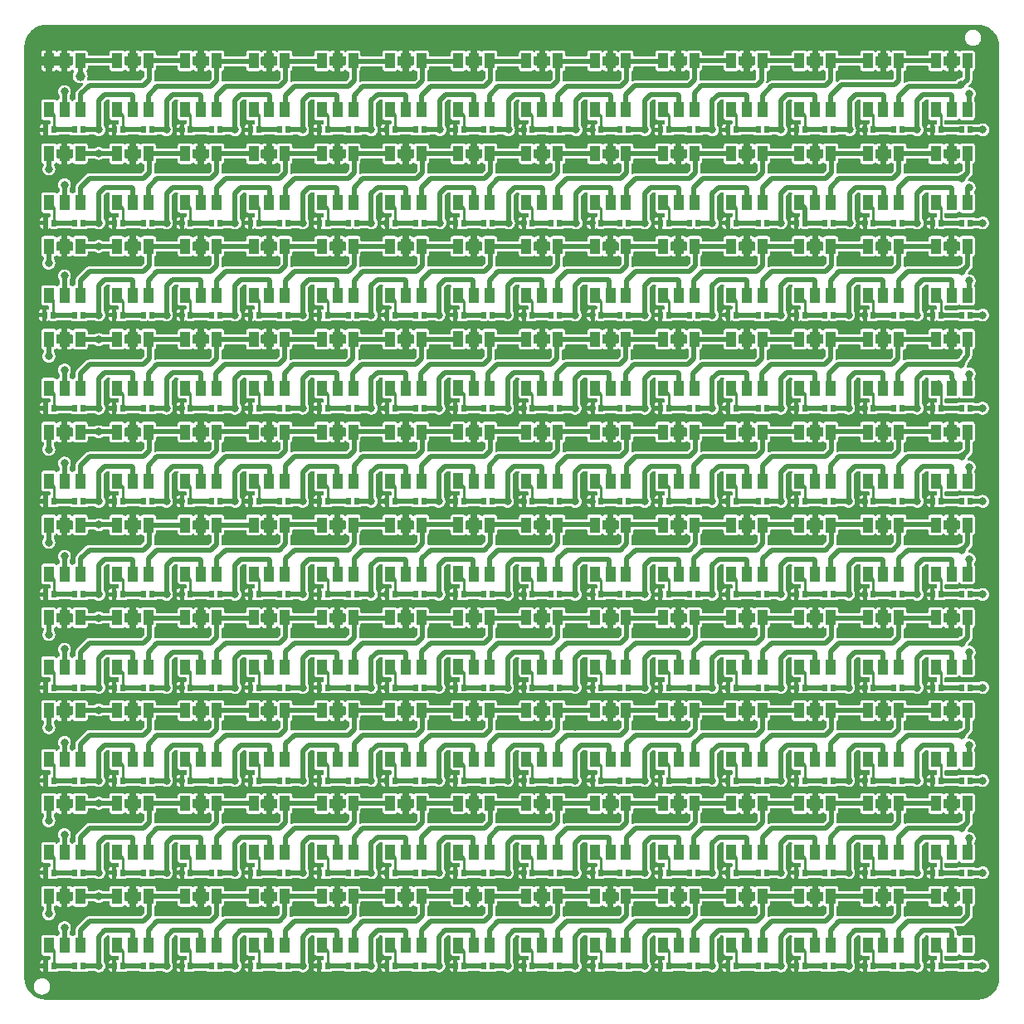
<source format=gtl>
G04 Layer: TopLayer*
G04 EasyEDA v6.3.22, 2020-01-04T19:44:14+01:00*
G04 f50fd1600d684b49919d2234b325bca6,43c3eb671339413baca6572c6aa340f4,10*
G04 Gerber Generator version 0.2*
G04 Scale: 100 percent, Rotated: No, Reflected: No *
G04 Dimensions in millimeters *
G04 leading zeros omitted , absolute positions ,3 integer and 3 decimal *
%FSLAX33Y33*%
%MOMM*%
G90*
G71D02*

%ADD11C,0.508000*%
%ADD12C,0.502006*%
%ADD13C,0.246990*%
%ADD14C,0.799998*%
%ADD15C,0.999998*%
%ADD16R,0.999998X1.599997*%
%ADD17R,0.599948X0.649986*%

%LPD*%
G36*
G01X97500Y99743D02*
G01X2499Y99743D01*
G01X2432Y99742D01*
G01X2364Y99739D01*
G01X2296Y99734D01*
G01X2229Y99727D01*
G01X2162Y99717D01*
G01X2095Y99706D01*
G01X2029Y99693D01*
G01X1963Y99678D01*
G01X1897Y99661D01*
G01X1832Y99641D01*
G01X1768Y99620D01*
G01X1704Y99597D01*
G01X1641Y99572D01*
G01X1579Y99545D01*
G01X1517Y99517D01*
G01X1457Y99486D01*
G01X1397Y99454D01*
G01X1339Y99419D01*
G01X1281Y99383D01*
G01X1225Y99346D01*
G01X1170Y99307D01*
G01X1116Y99266D01*
G01X1063Y99223D01*
G01X1012Y99179D01*
G01X962Y99133D01*
G01X913Y99086D01*
G01X866Y99037D01*
G01X820Y98987D01*
G01X776Y98936D01*
G01X733Y98883D01*
G01X693Y98829D01*
G01X653Y98774D01*
G01X616Y98718D01*
G01X580Y98660D01*
G01X545Y98602D01*
G01X513Y98542D01*
G01X482Y98482D01*
G01X454Y98420D01*
G01X427Y98358D01*
G01X402Y98295D01*
G01X379Y98231D01*
G01X358Y98167D01*
G01X338Y98102D01*
G01X321Y98036D01*
G01X306Y97970D01*
G01X293Y97904D01*
G01X282Y97837D01*
G01X272Y97770D01*
G01X265Y97703D01*
G01X260Y97635D01*
G01X257Y97567D01*
G01X256Y97500D01*
G01X256Y2499D01*
G01X257Y2432D01*
G01X260Y2364D01*
G01X265Y2296D01*
G01X272Y2229D01*
G01X282Y2162D01*
G01X293Y2095D01*
G01X306Y2029D01*
G01X321Y1963D01*
G01X338Y1897D01*
G01X358Y1832D01*
G01X379Y1768D01*
G01X402Y1704D01*
G01X427Y1641D01*
G01X454Y1579D01*
G01X482Y1517D01*
G01X513Y1457D01*
G01X545Y1397D01*
G01X580Y1339D01*
G01X616Y1281D01*
G01X653Y1225D01*
G01X693Y1170D01*
G01X733Y1116D01*
G01X776Y1063D01*
G01X820Y1012D01*
G01X866Y962D01*
G01X913Y913D01*
G01X962Y866D01*
G01X1012Y820D01*
G01X1063Y776D01*
G01X1116Y733D01*
G01X1170Y693D01*
G01X1225Y653D01*
G01X1281Y616D01*
G01X1339Y580D01*
G01X1397Y545D01*
G01X1457Y513D01*
G01X1517Y482D01*
G01X1579Y454D01*
G01X1641Y427D01*
G01X1704Y402D01*
G01X1768Y379D01*
G01X1832Y358D01*
G01X1897Y338D01*
G01X1963Y321D01*
G01X2029Y306D01*
G01X2095Y293D01*
G01X2162Y282D01*
G01X2229Y272D01*
G01X2296Y265D01*
G01X2364Y260D01*
G01X2432Y257D01*
G01X2499Y256D01*
G01X97500Y256D01*
G01X97567Y257D01*
G01X97635Y260D01*
G01X97703Y265D01*
G01X97770Y272D01*
G01X97837Y282D01*
G01X97904Y293D01*
G01X97970Y306D01*
G01X98036Y321D01*
G01X98102Y338D01*
G01X98167Y358D01*
G01X98231Y379D01*
G01X98295Y402D01*
G01X98358Y427D01*
G01X98420Y454D01*
G01X98482Y482D01*
G01X98542Y513D01*
G01X98602Y545D01*
G01X98660Y580D01*
G01X98718Y616D01*
G01X98774Y653D01*
G01X98829Y693D01*
G01X98883Y733D01*
G01X98936Y776D01*
G01X98987Y820D01*
G01X99037Y866D01*
G01X99086Y913D01*
G01X99133Y962D01*
G01X99179Y1012D01*
G01X99223Y1063D01*
G01X99266Y1116D01*
G01X99307Y1170D01*
G01X99346Y1225D01*
G01X99383Y1281D01*
G01X99419Y1339D01*
G01X99454Y1397D01*
G01X99486Y1457D01*
G01X99517Y1517D01*
G01X99545Y1579D01*
G01X99572Y1641D01*
G01X99597Y1704D01*
G01X99620Y1768D01*
G01X99641Y1832D01*
G01X99661Y1897D01*
G01X99678Y1963D01*
G01X99693Y2029D01*
G01X99706Y2095D01*
G01X99717Y2162D01*
G01X99727Y2229D01*
G01X99734Y2296D01*
G01X99739Y2364D01*
G01X99742Y2432D01*
G01X99743Y2499D01*
G01X99743Y97500D01*
G01X99742Y97567D01*
G01X99739Y97635D01*
G01X99734Y97703D01*
G01X99727Y97770D01*
G01X99717Y97837D01*
G01X99706Y97904D01*
G01X99693Y97970D01*
G01X99678Y98036D01*
G01X99661Y98102D01*
G01X99641Y98167D01*
G01X99620Y98231D01*
G01X99597Y98295D01*
G01X99572Y98358D01*
G01X99545Y98420D01*
G01X99517Y98482D01*
G01X99486Y98542D01*
G01X99454Y98602D01*
G01X99419Y98660D01*
G01X99383Y98718D01*
G01X99346Y98774D01*
G01X99307Y98829D01*
G01X99266Y98883D01*
G01X99223Y98936D01*
G01X99179Y98987D01*
G01X99133Y99037D01*
G01X99086Y99086D01*
G01X99037Y99133D01*
G01X98987Y99179D01*
G01X98936Y99223D01*
G01X98883Y99266D01*
G01X98829Y99307D01*
G01X98774Y99346D01*
G01X98718Y99383D01*
G01X98660Y99419D01*
G01X98602Y99454D01*
G01X98542Y99486D01*
G01X98482Y99517D01*
G01X98420Y99545D01*
G01X98358Y99572D01*
G01X98295Y99597D01*
G01X98231Y99620D01*
G01X98167Y99641D01*
G01X98102Y99661D01*
G01X98036Y99678D01*
G01X97970Y99693D01*
G01X97904Y99706D01*
G01X97837Y99717D01*
G01X97770Y99727D01*
G01X97703Y99734D01*
G01X97635Y99739D01*
G01X97567Y99742D01*
G01X97500Y99743D01*
G37*

%LPC*%
G36*
G01X11811Y30800D02*
G01X11625Y30800D01*
G01X11625Y30207D01*
G01X12054Y30207D01*
G01X12068Y30206D01*
G01X12082Y30203D01*
G01X12096Y30198D01*
G01X12109Y30191D01*
G01X12120Y30182D01*
G01X12130Y30172D01*
G01X12139Y30161D01*
G01X12146Y30148D01*
G01X12151Y30134D01*
G01X12154Y30120D01*
G01X12155Y30106D01*
G01X12155Y29382D01*
G01X12154Y29367D01*
G01X12151Y29353D01*
G01X12146Y29339D01*
G01X12139Y29327D01*
G01X12130Y29315D01*
G01X12120Y29305D01*
G01X12109Y29296D01*
G01X12096Y29289D01*
G01X12082Y29284D01*
G01X12068Y29281D01*
G01X12054Y29280D01*
G01X11625Y29280D01*
G01X11625Y28687D01*
G01X11811Y28687D01*
G01X11834Y28688D01*
G01X11857Y28691D01*
G01X11880Y28696D01*
G01X11902Y28704D01*
G01X11923Y28713D01*
G01X11944Y28724D01*
G01X11963Y28737D01*
G01X11981Y28751D01*
G01X11998Y28767D01*
G01X12013Y28785D01*
G01X12026Y28804D01*
G01X12035Y28815D01*
G01X12045Y28825D01*
G01X12057Y28834D01*
G01X12069Y28841D01*
G01X12083Y28846D01*
G01X12097Y28849D01*
G01X12111Y28850D01*
G01X12126Y28849D01*
G01X12140Y28846D01*
G01X12153Y28841D01*
G01X12166Y28834D01*
G01X12178Y28825D01*
G01X12188Y28815D01*
G01X12197Y28804D01*
G01X12210Y28785D01*
G01X12225Y28767D01*
G01X12242Y28751D01*
G01X12260Y28737D01*
G01X12279Y28724D01*
G01X12300Y28713D01*
G01X12321Y28703D01*
G01X12343Y28696D01*
G01X12365Y28691D01*
G01X12388Y28688D01*
G01X12403Y28685D01*
G01X12417Y28681D01*
G01X12431Y28674D01*
G01X12443Y28665D01*
G01X12454Y28655D01*
G01X12463Y28643D01*
G01X12471Y28630D01*
G01X12476Y28616D01*
G01X12479Y28602D01*
G01X12481Y28587D01*
G01X12481Y28098D01*
G01X12479Y28082D01*
G01X12476Y28067D01*
G01X12470Y28052D01*
G01X12461Y28039D01*
G01X12451Y28026D01*
G01X12209Y27785D01*
G01X12197Y27775D01*
G01X12184Y27766D01*
G01X12169Y27760D01*
G01X12153Y27756D01*
G01X12138Y27755D01*
G01X6891Y27755D01*
G01X6858Y27754D01*
G01X6825Y27751D01*
G01X6792Y27745D01*
G01X6759Y27738D01*
G01X6727Y27728D01*
G01X6696Y27716D01*
G01X6665Y27703D01*
G01X6636Y27687D01*
G01X6608Y27669D01*
G01X6580Y27650D01*
G01X6555Y27629D01*
G01X6530Y27606D01*
G01X5626Y26702D01*
G01X5603Y26677D01*
G01X5582Y26651D01*
G01X5563Y26624D01*
G01X5545Y26596D01*
G01X5529Y26567D01*
G01X5515Y26536D01*
G01X5504Y26505D01*
G01X5494Y26473D01*
G01X5486Y26440D01*
G01X5481Y26407D01*
G01X5478Y26374D01*
G01X5477Y26341D01*
G01X5477Y25894D01*
G01X5475Y25879D01*
G01X5472Y25864D01*
G01X5466Y25849D01*
G01X5459Y25836D01*
G01X5449Y25824D01*
G01X5438Y25814D01*
G01X5425Y25805D01*
G01X5411Y25799D01*
G01X5396Y25794D01*
G01X5372Y25788D01*
G01X5348Y25779D01*
G01X5326Y25768D01*
G01X5304Y25755D01*
G01X5284Y25740D01*
G01X5266Y25723D01*
G01X5249Y25704D01*
G01X5235Y25683D01*
G01X5226Y25672D01*
G01X5216Y25662D01*
G01X5204Y25653D01*
G01X5192Y25646D01*
G01X5178Y25641D01*
G01X5164Y25638D01*
G01X5150Y25637D01*
G01X5135Y25638D01*
G01X5121Y25641D01*
G01X5108Y25646D01*
G01X5095Y25653D01*
G01X5083Y25662D01*
G01X5073Y25672D01*
G01X5064Y25684D01*
G01X5050Y25704D01*
G01X5034Y25722D01*
G01X5016Y25739D01*
G01X4996Y25754D01*
G01X4975Y25767D01*
G01X4953Y25778D01*
G01X4930Y25787D01*
G01X4915Y25793D01*
G01X4902Y25802D01*
G01X4890Y25812D01*
G01X4879Y25824D01*
G01X4871Y25838D01*
G01X4865Y25853D01*
G01X4861Y25868D01*
G01X4860Y25884D01*
G01X4860Y26052D01*
G01X4861Y26068D01*
G01X4865Y26084D01*
G01X4871Y26099D01*
G01X4880Y26112D01*
G01X4901Y26143D01*
G01X4920Y26176D01*
G01X4938Y26209D01*
G01X4954Y26243D01*
G01X4968Y26278D01*
G01X4979Y26314D01*
G01X4989Y26350D01*
G01X4996Y26387D01*
G01X5002Y26424D01*
G01X5005Y26462D01*
G01X5006Y26500D01*
G01X5005Y26536D01*
G01X5002Y26573D01*
G01X4997Y26610D01*
G01X4990Y26646D01*
G01X4980Y26681D01*
G01X4969Y26716D01*
G01X4956Y26751D01*
G01X4941Y26784D01*
G01X4924Y26817D01*
G01X4905Y26849D01*
G01X4885Y26880D01*
G01X4863Y26909D01*
G01X4839Y26937D01*
G01X4814Y26964D01*
G01X4787Y26989D01*
G01X4759Y27013D01*
G01X4729Y27035D01*
G01X4699Y27056D01*
G01X4667Y27074D01*
G01X4634Y27091D01*
G01X4601Y27106D01*
G01X4566Y27119D01*
G01X4531Y27131D01*
G01X4496Y27140D01*
G01X4459Y27147D01*
G01X4423Y27152D01*
G01X4386Y27155D01*
G01X4350Y27156D01*
G01X4313Y27155D01*
G01X4276Y27152D01*
G01X4240Y27147D01*
G01X4203Y27140D01*
G01X4168Y27131D01*
G01X4133Y27119D01*
G01X4098Y27106D01*
G01X4065Y27091D01*
G01X4032Y27074D01*
G01X4000Y27056D01*
G01X3970Y27035D01*
G01X3940Y27013D01*
G01X3912Y26989D01*
G01X3885Y26964D01*
G01X3860Y26937D01*
G01X3836Y26909D01*
G01X3814Y26880D01*
G01X3794Y26849D01*
G01X3775Y26817D01*
G01X3758Y26784D01*
G01X3743Y26751D01*
G01X3730Y26716D01*
G01X3719Y26681D01*
G01X3709Y26646D01*
G01X3702Y26610D01*
G01X3697Y26573D01*
G01X3694Y26536D01*
G01X3693Y26500D01*
G01X3694Y26462D01*
G01X3697Y26424D01*
G01X3703Y26387D01*
G01X3710Y26350D01*
G01X3720Y26314D01*
G01X3731Y26278D01*
G01X3745Y26243D01*
G01X3761Y26209D01*
G01X3779Y26176D01*
G01X3798Y26143D01*
G01X3819Y26112D01*
G01X3828Y26099D01*
G01X3834Y26084D01*
G01X3838Y26068D01*
G01X3839Y26052D01*
G01X3839Y25884D01*
G01X3838Y25868D01*
G01X3834Y25853D01*
G01X3828Y25838D01*
G01X3820Y25824D01*
G01X3809Y25812D01*
G01X3797Y25802D01*
G01X3784Y25794D01*
G01X3769Y25787D01*
G01X3746Y25779D01*
G01X3724Y25768D01*
G01X3703Y25754D01*
G01X3683Y25739D01*
G01X3665Y25723D01*
G01X3649Y25704D01*
G01X3635Y25684D01*
G01X3626Y25673D01*
G01X3616Y25662D01*
G01X3604Y25654D01*
G01X3591Y25647D01*
G01X3578Y25642D01*
G01X3564Y25639D01*
G01X3549Y25638D01*
G01X3535Y25639D01*
G01X3521Y25642D01*
G01X3508Y25647D01*
G01X3495Y25654D01*
G01X3483Y25662D01*
G01X3473Y25673D01*
G01X3464Y25684D01*
G01X3451Y25703D01*
G01X3436Y25720D01*
G01X3419Y25736D01*
G01X3401Y25751D01*
G01X3382Y25763D01*
G01X3361Y25774D01*
G01X3340Y25784D01*
G01X3318Y25791D01*
G01X3296Y25796D01*
G01X3273Y25799D01*
G01X3250Y25800D01*
G01X2249Y25800D01*
G01X2226Y25799D01*
G01X2202Y25796D01*
G01X2179Y25790D01*
G01X2157Y25783D01*
G01X2135Y25773D01*
G01X2114Y25762D01*
G01X2095Y25748D01*
G01X2077Y25733D01*
G01X2060Y25716D01*
G01X2045Y25698D01*
G01X2031Y25679D01*
G01X2020Y25658D01*
G01X2010Y25636D01*
G01X2003Y25614D01*
G01X1997Y25591D01*
G01X1994Y25567D01*
G01X1993Y25544D01*
G01X1993Y23943D01*
G01X1994Y23920D01*
G01X1997Y23896D01*
G01X2003Y23873D01*
G01X2010Y23851D01*
G01X2020Y23829D01*
G01X2031Y23808D01*
G01X2045Y23789D01*
G01X2060Y23771D01*
G01X2077Y23754D01*
G01X2095Y23739D01*
G01X2114Y23725D01*
G01X2135Y23714D01*
G01X2157Y23704D01*
G01X2179Y23697D01*
G01X2202Y23691D01*
G01X2226Y23688D01*
G01X2249Y23687D01*
G01X2792Y23687D01*
G01X2807Y23686D01*
G01X2821Y23683D01*
G01X2834Y23678D01*
G01X2847Y23671D01*
G01X2859Y23662D01*
G01X2869Y23652D01*
G01X2878Y23640D01*
G01X2885Y23627D01*
G01X2890Y23614D01*
G01X2893Y23600D01*
G01X2894Y23585D01*
G01X2894Y23276D01*
G01X2893Y23262D01*
G01X2890Y23248D01*
G01X2885Y23234D01*
G01X2878Y23221D01*
G01X2869Y23210D01*
G01X2859Y23199D01*
G01X2847Y23191D01*
G01X2834Y23184D01*
G01X2821Y23179D01*
G01X2807Y23176D01*
G01X2792Y23175D01*
G01X2773Y23176D01*
G01X2749Y23180D01*
G01X2725Y23181D01*
G01X2639Y23181D01*
G01X2639Y22823D01*
G01X2653Y22818D01*
G01X2667Y22812D01*
G01X2679Y22803D01*
G01X2690Y22793D01*
G01X2700Y22781D01*
G01X2707Y22768D01*
G01X2713Y22754D01*
G01X2716Y22739D01*
G01X2717Y22724D01*
G01X2717Y22475D01*
G01X2716Y22460D01*
G01X2713Y22445D01*
G01X2707Y22431D01*
G01X2700Y22418D01*
G01X2690Y22406D01*
G01X2679Y22396D01*
G01X2667Y22387D01*
G01X2653Y22381D01*
G01X2639Y22376D01*
G01X2639Y22018D01*
G01X2725Y22018D01*
G01X2756Y22020D01*
G01X2785Y22025D01*
G01X2814Y22034D01*
G01X2832Y22039D01*
G01X2850Y22040D01*
G01X2867Y22039D01*
G01X2885Y22034D01*
G01X2914Y22025D01*
G01X2943Y22020D01*
G01X2974Y22018D01*
G01X3574Y22018D01*
G01X3597Y22019D01*
G01X3620Y22022D01*
G01X3643Y22028D01*
G01X3665Y22035D01*
G01X3687Y22044D01*
G01X3707Y22056D01*
G01X3727Y22069D01*
G01X3741Y22078D01*
G01X3756Y22084D01*
G01X3771Y22088D01*
G01X3788Y22089D01*
G01X4911Y22089D01*
G01X4928Y22088D01*
G01X4943Y22084D01*
G01X4958Y22078D01*
G01X4972Y22069D01*
G01X4992Y22056D01*
G01X5012Y22044D01*
G01X5034Y22035D01*
G01X5056Y22028D01*
G01X5079Y22022D01*
G01X5102Y22019D01*
G01X5125Y22018D01*
G01X5725Y22018D01*
G01X5756Y22020D01*
G01X5785Y22025D01*
G01X5814Y22034D01*
G01X5832Y22039D01*
G01X5850Y22040D01*
G01X5867Y22039D01*
G01X5885Y22034D01*
G01X5914Y22025D01*
G01X5943Y22020D01*
G01X5974Y22018D01*
G01X6574Y22018D01*
G01X6597Y22019D01*
G01X6620Y22022D01*
G01X6643Y22028D01*
G01X6665Y22035D01*
G01X6687Y22044D01*
G01X6707Y22056D01*
G01X6727Y22069D01*
G01X6741Y22078D01*
G01X6756Y22084D01*
G01X6771Y22088D01*
G01X6788Y22089D01*
G01X7402Y22089D01*
G01X7418Y22088D01*
G01X7434Y22084D01*
G01X7449Y22078D01*
G01X7462Y22069D01*
G01X7493Y22048D01*
G01X7525Y22029D01*
G01X7559Y22011D01*
G01X7593Y21995D01*
G01X7628Y21981D01*
G01X7664Y21970D01*
G01X7700Y21960D01*
G01X7737Y21953D01*
G01X7774Y21947D01*
G01X7812Y21944D01*
G01X7850Y21943D01*
G01X7886Y21944D01*
G01X7923Y21947D01*
G01X7960Y21952D01*
G01X7996Y21959D01*
G01X8031Y21969D01*
G01X8066Y21980D01*
G01X8101Y21993D01*
G01X8134Y22008D01*
G01X8167Y22025D01*
G01X8199Y22044D01*
G01X8230Y22064D01*
G01X8259Y22086D01*
G01X8287Y22110D01*
G01X8314Y22135D01*
G01X8339Y22162D01*
G01X8363Y22190D01*
G01X8385Y22220D01*
G01X8406Y22250D01*
G01X8424Y22282D01*
G01X8441Y22315D01*
G01X8456Y22348D01*
G01X8469Y22383D01*
G01X8481Y22418D01*
G01X8490Y22453D01*
G01X8497Y22489D01*
G01X8502Y22526D01*
G01X8505Y22563D01*
G01X8506Y22599D01*
G01X8505Y22637D01*
G01X8502Y22675D01*
G01X8496Y22712D01*
G01X8489Y22749D01*
G01X8479Y22785D01*
G01X8468Y22821D01*
G01X8454Y22856D01*
G01X8438Y22890D01*
G01X8421Y22924D01*
G01X8401Y22956D01*
G01X8380Y22987D01*
G01X8371Y23001D01*
G01X8365Y23015D01*
G01X8361Y23031D01*
G01X8360Y23047D01*
G01X8360Y25346D01*
G01X8361Y25362D01*
G01X8365Y25377D01*
G01X8371Y25392D01*
G01X8379Y25406D01*
G01X8390Y25418D01*
G01X8631Y25659D01*
G01X8643Y25670D01*
G01X8657Y25678D01*
G01X8672Y25684D01*
G01X8687Y25688D01*
G01X8703Y25689D01*
G01X8856Y25689D01*
G01X8870Y25688D01*
G01X8885Y25685D01*
G01X8898Y25680D01*
G01X8911Y25673D01*
G01X8923Y25664D01*
G01X8933Y25654D01*
G01X8941Y25642D01*
G01X8948Y25630D01*
G01X8954Y25616D01*
G01X8957Y25602D01*
G01X8958Y25587D01*
G01X8957Y25575D01*
G01X8955Y25544D01*
G01X8955Y23943D01*
G01X8956Y23920D01*
G01X8959Y23896D01*
G01X8965Y23873D01*
G01X8972Y23851D01*
G01X8982Y23829D01*
G01X8993Y23808D01*
G01X9007Y23789D01*
G01X9022Y23771D01*
G01X9039Y23754D01*
G01X9057Y23739D01*
G01X9076Y23725D01*
G01X9097Y23714D01*
G01X9119Y23704D01*
G01X9141Y23697D01*
G01X9164Y23691D01*
G01X9188Y23688D01*
G01X9211Y23687D01*
G01X9792Y23687D01*
G01X9807Y23686D01*
G01X9821Y23683D01*
G01X9834Y23678D01*
G01X9847Y23671D01*
G01X9859Y23662D01*
G01X9869Y23652D01*
G01X9878Y23640D01*
G01X9885Y23627D01*
G01X9890Y23614D01*
G01X9893Y23600D01*
G01X9894Y23585D01*
G01X9894Y23276D01*
G01X9893Y23262D01*
G01X9890Y23248D01*
G01X9885Y23234D01*
G01X9878Y23221D01*
G01X9869Y23210D01*
G01X9859Y23199D01*
G01X9847Y23191D01*
G01X9834Y23184D01*
G01X9821Y23179D01*
G01X9807Y23176D01*
G01X9792Y23175D01*
G01X9773Y23176D01*
G01X9749Y23180D01*
G01X9725Y23181D01*
G01X9639Y23181D01*
G01X9639Y22823D01*
G01X9653Y22818D01*
G01X9667Y22812D01*
G01X9679Y22803D01*
G01X9690Y22793D01*
G01X9700Y22781D01*
G01X9707Y22768D01*
G01X9713Y22754D01*
G01X9716Y22739D01*
G01X9717Y22724D01*
G01X9717Y22475D01*
G01X9716Y22460D01*
G01X9713Y22445D01*
G01X9707Y22431D01*
G01X9700Y22418D01*
G01X9690Y22406D01*
G01X9679Y22396D01*
G01X9667Y22387D01*
G01X9653Y22381D01*
G01X9639Y22376D01*
G01X9639Y22018D01*
G01X9725Y22018D01*
G01X9756Y22020D01*
G01X9785Y22025D01*
G01X9814Y22034D01*
G01X9832Y22039D01*
G01X9849Y22040D01*
G01X9867Y22039D01*
G01X9885Y22034D01*
G01X9914Y22025D01*
G01X9943Y22020D01*
G01X9974Y22018D01*
G01X10574Y22018D01*
G01X10597Y22019D01*
G01X10620Y22022D01*
G01X10643Y22028D01*
G01X10665Y22035D01*
G01X10687Y22044D01*
G01X10707Y22056D01*
G01X10727Y22069D01*
G01X10741Y22078D01*
G01X10756Y22084D01*
G01X10771Y22088D01*
G01X10788Y22089D01*
G01X11911Y22089D01*
G01X11928Y22088D01*
G01X11943Y22084D01*
G01X11958Y22078D01*
G01X11972Y22069D01*
G01X11992Y22056D01*
G01X12012Y22044D01*
G01X12034Y22035D01*
G01X12056Y22028D01*
G01X12079Y22022D01*
G01X12102Y22019D01*
G01X12125Y22018D01*
G01X12725Y22018D01*
G01X12756Y22020D01*
G01X12785Y22025D01*
G01X12814Y22034D01*
G01X12832Y22039D01*
G01X12850Y22040D01*
G01X12867Y22039D01*
G01X12885Y22034D01*
G01X12914Y22025D01*
G01X12944Y22020D01*
G01X12974Y22018D01*
G01X13574Y22018D01*
G01X13597Y22019D01*
G01X13620Y22022D01*
G01X13643Y22028D01*
G01X13665Y22035D01*
G01X13687Y22044D01*
G01X13707Y22056D01*
G01X13727Y22069D01*
G01X13741Y22078D01*
G01X13756Y22084D01*
G01X13771Y22088D01*
G01X13788Y22089D01*
G01X14302Y22089D01*
G01X14318Y22088D01*
G01X14334Y22084D01*
G01X14348Y22078D01*
G01X14362Y22069D01*
G01X14393Y22048D01*
G01X14425Y22029D01*
G01X14459Y22011D01*
G01X14493Y21995D01*
G01X14528Y21981D01*
G01X14564Y21970D01*
G01X14600Y21960D01*
G01X14637Y21953D01*
G01X14674Y21947D01*
G01X14712Y21944D01*
G01X14750Y21943D01*
G01X14786Y21944D01*
G01X14823Y21947D01*
G01X14860Y21952D01*
G01X14896Y21959D01*
G01X14931Y21969D01*
G01X14966Y21980D01*
G01X15001Y21993D01*
G01X15034Y22008D01*
G01X15067Y22025D01*
G01X15099Y22044D01*
G01X15129Y22064D01*
G01X15159Y22086D01*
G01X15187Y22110D01*
G01X15214Y22135D01*
G01X15239Y22162D01*
G01X15263Y22190D01*
G01X15285Y22220D01*
G01X15305Y22250D01*
G01X15324Y22282D01*
G01X15341Y22315D01*
G01X15356Y22348D01*
G01X15369Y22383D01*
G01X15380Y22418D01*
G01X15390Y22453D01*
G01X15397Y22489D01*
G01X15402Y22526D01*
G01X15405Y22563D01*
G01X15406Y22599D01*
G01X15405Y22637D01*
G01X15402Y22675D01*
G01X15396Y22712D01*
G01X15389Y22749D01*
G01X15379Y22785D01*
G01X15368Y22821D01*
G01X15354Y22856D01*
G01X15338Y22890D01*
G01X15320Y22924D01*
G01X15301Y22956D01*
G01X15280Y22987D01*
G01X15271Y23000D01*
G01X15265Y23015D01*
G01X15261Y23031D01*
G01X15260Y23047D01*
G01X15260Y25346D01*
G01X15261Y25362D01*
G01X15265Y25377D01*
G01X15271Y25392D01*
G01X15279Y25406D01*
G01X15290Y25418D01*
G01X15531Y25659D01*
G01X15543Y25670D01*
G01X15557Y25678D01*
G01X15572Y25684D01*
G01X15587Y25688D01*
G01X15603Y25689D01*
G01X15818Y25689D01*
G01X15832Y25688D01*
G01X15847Y25685D01*
G01X15860Y25680D01*
G01X15873Y25673D01*
G01X15885Y25664D01*
G01X15895Y25654D01*
G01X15903Y25642D01*
G01X15910Y25630D01*
G01X15915Y25616D01*
G01X15919Y25602D01*
G01X15920Y25587D01*
G01X15919Y25575D01*
G01X15917Y25544D01*
G01X15917Y23943D01*
G01X15918Y23920D01*
G01X15921Y23896D01*
G01X15927Y23873D01*
G01X15934Y23851D01*
G01X15944Y23829D01*
G01X15955Y23808D01*
G01X15969Y23789D01*
G01X15984Y23771D01*
G01X16001Y23754D01*
G01X16019Y23739D01*
G01X16038Y23725D01*
G01X16059Y23714D01*
G01X16081Y23704D01*
G01X16103Y23697D01*
G01X16126Y23691D01*
G01X16150Y23688D01*
G01X16173Y23687D01*
G01X16692Y23687D01*
G01X16706Y23686D01*
G01X16721Y23683D01*
G01X16734Y23678D01*
G01X16747Y23671D01*
G01X16758Y23662D01*
G01X16769Y23652D01*
G01X16777Y23640D01*
G01X16784Y23627D01*
G01X16789Y23614D01*
G01X16793Y23600D01*
G01X16794Y23585D01*
G01X16794Y23276D01*
G01X16793Y23262D01*
G01X16789Y23248D01*
G01X16784Y23234D01*
G01X16777Y23221D01*
G01X16769Y23210D01*
G01X16758Y23199D01*
G01X16747Y23191D01*
G01X16734Y23184D01*
G01X16721Y23179D01*
G01X16706Y23176D01*
G01X16692Y23175D01*
G01X16673Y23176D01*
G01X16649Y23180D01*
G01X16625Y23181D01*
G01X16539Y23181D01*
G01X16539Y22823D01*
G01X16553Y22818D01*
G01X16567Y22812D01*
G01X16579Y22803D01*
G01X16590Y22793D01*
G01X16600Y22781D01*
G01X16607Y22768D01*
G01X16613Y22754D01*
G01X16616Y22739D01*
G01X16617Y22724D01*
G01X16617Y22475D01*
G01X16616Y22460D01*
G01X16613Y22445D01*
G01X16607Y22431D01*
G01X16600Y22418D01*
G01X16590Y22406D01*
G01X16579Y22396D01*
G01X16567Y22387D01*
G01X16553Y22381D01*
G01X16539Y22376D01*
G01X16539Y22018D01*
G01X16625Y22018D01*
G01X16656Y22020D01*
G01X16685Y22025D01*
G01X16714Y22034D01*
G01X16732Y22039D01*
G01X16750Y22040D01*
G01X16767Y22039D01*
G01X16785Y22034D01*
G01X16814Y22025D01*
G01X16843Y22020D01*
G01X16874Y22018D01*
G01X17474Y22018D01*
G01X17497Y22019D01*
G01X17520Y22022D01*
G01X17543Y22028D01*
G01X17565Y22035D01*
G01X17587Y22044D01*
G01X17607Y22056D01*
G01X17627Y22069D01*
G01X17641Y22078D01*
G01X17656Y22084D01*
G01X17671Y22088D01*
G01X17688Y22089D01*
G01X18811Y22089D01*
G01X18828Y22088D01*
G01X18843Y22084D01*
G01X18858Y22078D01*
G01X18872Y22069D01*
G01X18892Y22056D01*
G01X18912Y22044D01*
G01X18934Y22035D01*
G01X18956Y22028D01*
G01X18979Y22022D01*
G01X19002Y22019D01*
G01X19025Y22018D01*
G01X19625Y22018D01*
G01X19656Y22020D01*
G01X19685Y22025D01*
G01X19714Y22034D01*
G01X19732Y22039D01*
G01X19749Y22040D01*
G01X19767Y22039D01*
G01X19785Y22034D01*
G01X19814Y22025D01*
G01X19843Y22020D01*
G01X19874Y22018D01*
G01X20474Y22018D01*
G01X20497Y22019D01*
G01X20520Y22022D01*
G01X20543Y22028D01*
G01X20565Y22035D01*
G01X20587Y22044D01*
G01X20607Y22056D01*
G01X20627Y22069D01*
G01X20641Y22078D01*
G01X20656Y22084D01*
G01X20671Y22088D01*
G01X20688Y22089D01*
G01X21302Y22089D01*
G01X21318Y22088D01*
G01X21334Y22084D01*
G01X21348Y22078D01*
G01X21362Y22069D01*
G01X21393Y22048D01*
G01X21425Y22029D01*
G01X21459Y22011D01*
G01X21493Y21995D01*
G01X21528Y21981D01*
G01X21564Y21970D01*
G01X21600Y21960D01*
G01X21637Y21953D01*
G01X21674Y21947D01*
G01X21712Y21944D01*
G01X21750Y21943D01*
G01X21786Y21944D01*
G01X21823Y21947D01*
G01X21859Y21952D01*
G01X21896Y21959D01*
G01X21931Y21969D01*
G01X21966Y21980D01*
G01X22001Y21993D01*
G01X22034Y22008D01*
G01X22067Y22025D01*
G01X22099Y22044D01*
G01X22129Y22064D01*
G01X22159Y22086D01*
G01X22187Y22110D01*
G01X22214Y22135D01*
G01X22239Y22162D01*
G01X22263Y22190D01*
G01X22285Y22220D01*
G01X22305Y22250D01*
G01X22324Y22282D01*
G01X22341Y22315D01*
G01X22356Y22348D01*
G01X22369Y22383D01*
G01X22380Y22418D01*
G01X22390Y22453D01*
G01X22397Y22489D01*
G01X22402Y22526D01*
G01X22405Y22563D01*
G01X22406Y22599D01*
G01X22405Y22637D01*
G01X22402Y22675D01*
G01X22396Y22712D01*
G01X22389Y22749D01*
G01X22379Y22785D01*
G01X22368Y22821D01*
G01X22354Y22856D01*
G01X22338Y22890D01*
G01X22320Y22924D01*
G01X22301Y22956D01*
G01X22280Y22987D01*
G01X22271Y23000D01*
G01X22265Y23015D01*
G01X22261Y23031D01*
G01X22260Y23047D01*
G01X22260Y25346D01*
G01X22261Y25362D01*
G01X22265Y25377D01*
G01X22271Y25392D01*
G01X22279Y25406D01*
G01X22290Y25418D01*
G01X22531Y25659D01*
G01X22543Y25670D01*
G01X22557Y25678D01*
G01X22572Y25684D01*
G01X22587Y25688D01*
G01X22603Y25689D01*
G01X22780Y25689D01*
G01X22794Y25688D01*
G01X22809Y25685D01*
G01X22822Y25680D01*
G01X22835Y25673D01*
G01X22847Y25664D01*
G01X22857Y25654D01*
G01X22865Y25642D01*
G01X22872Y25630D01*
G01X22878Y25616D01*
G01X22881Y25602D01*
G01X22882Y25587D01*
G01X22881Y25575D01*
G01X22879Y25544D01*
G01X22879Y23943D01*
G01X22880Y23920D01*
G01X22883Y23896D01*
G01X22889Y23873D01*
G01X22896Y23851D01*
G01X22906Y23829D01*
G01X22917Y23808D01*
G01X22931Y23789D01*
G01X22946Y23771D01*
G01X22963Y23754D01*
G01X22981Y23739D01*
G01X23000Y23725D01*
G01X23021Y23714D01*
G01X23043Y23704D01*
G01X23065Y23697D01*
G01X23088Y23691D01*
G01X23112Y23688D01*
G01X23135Y23687D01*
G01X23692Y23687D01*
G01X23706Y23686D01*
G01X23721Y23683D01*
G01X23734Y23678D01*
G01X23747Y23671D01*
G01X23759Y23662D01*
G01X23769Y23652D01*
G01X23777Y23640D01*
G01X23784Y23627D01*
G01X23789Y23614D01*
G01X23793Y23600D01*
G01X23794Y23585D01*
G01X23794Y23276D01*
G01X23793Y23262D01*
G01X23789Y23248D01*
G01X23784Y23234D01*
G01X23777Y23221D01*
G01X23769Y23210D01*
G01X23759Y23199D01*
G01X23747Y23191D01*
G01X23734Y23184D01*
G01X23721Y23179D01*
G01X23706Y23176D01*
G01X23692Y23175D01*
G01X23673Y23176D01*
G01X23649Y23180D01*
G01X23625Y23181D01*
G01X23539Y23181D01*
G01X23539Y22823D01*
G01X23553Y22818D01*
G01X23567Y22812D01*
G01X23579Y22803D01*
G01X23590Y22793D01*
G01X23600Y22781D01*
G01X23607Y22768D01*
G01X23613Y22754D01*
G01X23616Y22739D01*
G01X23617Y22724D01*
G01X23617Y22475D01*
G01X23616Y22460D01*
G01X23613Y22445D01*
G01X23607Y22431D01*
G01X23600Y22418D01*
G01X23590Y22406D01*
G01X23579Y22396D01*
G01X23567Y22387D01*
G01X23553Y22381D01*
G01X23539Y22376D01*
G01X23539Y22018D01*
G01X23625Y22018D01*
G01X23656Y22020D01*
G01X23685Y22025D01*
G01X23714Y22034D01*
G01X23732Y22039D01*
G01X23750Y22040D01*
G01X23767Y22039D01*
G01X23785Y22034D01*
G01X23814Y22025D01*
G01X23844Y22020D01*
G01X23874Y22018D01*
G01X24474Y22018D01*
G01X24497Y22019D01*
G01X24520Y22022D01*
G01X24543Y22028D01*
G01X24565Y22035D01*
G01X24587Y22044D01*
G01X24607Y22056D01*
G01X24627Y22069D01*
G01X24641Y22078D01*
G01X24656Y22084D01*
G01X24671Y22088D01*
G01X24688Y22089D01*
G01X25811Y22089D01*
G01X25828Y22088D01*
G01X25843Y22084D01*
G01X25858Y22078D01*
G01X25872Y22069D01*
G01X25892Y22056D01*
G01X25912Y22044D01*
G01X25934Y22035D01*
G01X25956Y22028D01*
G01X25979Y22022D01*
G01X26002Y22019D01*
G01X26025Y22018D01*
G01X26625Y22018D01*
G01X26656Y22020D01*
G01X26685Y22025D01*
G01X26714Y22034D01*
G01X26732Y22039D01*
G01X26750Y22040D01*
G01X26767Y22039D01*
G01X26785Y22034D01*
G01X26814Y22025D01*
G01X26844Y22020D01*
G01X26874Y22018D01*
G01X27474Y22018D01*
G01X27497Y22019D01*
G01X27520Y22022D01*
G01X27543Y22028D01*
G01X27565Y22035D01*
G01X27587Y22044D01*
G01X27607Y22056D01*
G01X27627Y22069D01*
G01X27641Y22078D01*
G01X27656Y22084D01*
G01X27671Y22088D01*
G01X27688Y22089D01*
G01X28202Y22089D01*
G01X28218Y22088D01*
G01X28234Y22084D01*
G01X28249Y22078D01*
G01X28262Y22069D01*
G01X28293Y22048D01*
G01X28325Y22029D01*
G01X28359Y22011D01*
G01X28393Y21995D01*
G01X28428Y21981D01*
G01X28464Y21970D01*
G01X28500Y21960D01*
G01X28537Y21953D01*
G01X28574Y21947D01*
G01X28612Y21944D01*
G01X28650Y21943D01*
G01X28686Y21944D01*
G01X28723Y21947D01*
G01X28760Y21952D01*
G01X28796Y21959D01*
G01X28831Y21969D01*
G01X28867Y21980D01*
G01X28901Y21993D01*
G01X28935Y22008D01*
G01X28967Y22025D01*
G01X28999Y22044D01*
G01X29030Y22064D01*
G01X29059Y22086D01*
G01X29087Y22110D01*
G01X29114Y22135D01*
G01X29139Y22162D01*
G01X29163Y22190D01*
G01X29185Y22220D01*
G01X29206Y22250D01*
G01X29224Y22282D01*
G01X29241Y22315D01*
G01X29256Y22348D01*
G01X29269Y22383D01*
G01X29281Y22418D01*
G01X29290Y22453D01*
G01X29297Y22489D01*
G01X29302Y22526D01*
G01X29305Y22563D01*
G01X29306Y22599D01*
G01X29305Y22637D01*
G01X29302Y22675D01*
G01X29297Y22712D01*
G01X29289Y22749D01*
G01X29279Y22785D01*
G01X29268Y22821D01*
G01X29254Y22856D01*
G01X29238Y22890D01*
G01X29221Y22924D01*
G01X29201Y22956D01*
G01X29180Y22987D01*
G01X29171Y23001D01*
G01X29165Y23015D01*
G01X29161Y23031D01*
G01X29160Y23047D01*
G01X29160Y25346D01*
G01X29161Y25362D01*
G01X29165Y25377D01*
G01X29171Y25392D01*
G01X29179Y25406D01*
G01X29190Y25418D01*
G01X29431Y25659D01*
G01X29443Y25670D01*
G01X29457Y25678D01*
G01X29472Y25684D01*
G01X29487Y25688D01*
G01X29503Y25689D01*
G01X29742Y25689D01*
G01X29756Y25688D01*
G01X29771Y25685D01*
G01X29784Y25680D01*
G01X29797Y25673D01*
G01X29809Y25664D01*
G01X29819Y25654D01*
G01X29827Y25642D01*
G01X29834Y25630D01*
G01X29839Y25616D01*
G01X29843Y25602D01*
G01X29844Y25587D01*
G01X29843Y25575D01*
G01X29841Y25544D01*
G01X29841Y23943D01*
G01X29842Y23920D01*
G01X29845Y23896D01*
G01X29851Y23873D01*
G01X29858Y23851D01*
G01X29868Y23829D01*
G01X29879Y23808D01*
G01X29893Y23789D01*
G01X29908Y23771D01*
G01X29925Y23754D01*
G01X29943Y23739D01*
G01X29962Y23725D01*
G01X29983Y23714D01*
G01X30005Y23704D01*
G01X30027Y23697D01*
G01X30050Y23691D01*
G01X30074Y23688D01*
G01X30097Y23687D01*
G01X30692Y23687D01*
G01X30706Y23686D01*
G01X30721Y23683D01*
G01X30734Y23678D01*
G01X30747Y23671D01*
G01X30759Y23662D01*
G01X30769Y23652D01*
G01X30777Y23640D01*
G01X30784Y23627D01*
G01X30790Y23614D01*
G01X30793Y23600D01*
G01X30794Y23585D01*
G01X30794Y23276D01*
G01X30793Y23262D01*
G01X30790Y23248D01*
G01X30784Y23234D01*
G01X30777Y23221D01*
G01X30769Y23210D01*
G01X30759Y23199D01*
G01X30747Y23191D01*
G01X30734Y23184D01*
G01X30721Y23179D01*
G01X30706Y23176D01*
G01X30692Y23175D01*
G01X30673Y23176D01*
G01X30649Y23180D01*
G01X30625Y23181D01*
G01X30539Y23181D01*
G01X30539Y22823D01*
G01X30553Y22818D01*
G01X30567Y22812D01*
G01X30579Y22803D01*
G01X30590Y22793D01*
G01X30600Y22781D01*
G01X30607Y22768D01*
G01X30613Y22754D01*
G01X30616Y22739D01*
G01X30617Y22724D01*
G01X30617Y22475D01*
G01X30616Y22460D01*
G01X30613Y22445D01*
G01X30607Y22431D01*
G01X30600Y22418D01*
G01X30590Y22406D01*
G01X30579Y22396D01*
G01X30567Y22387D01*
G01X30553Y22381D01*
G01X30539Y22376D01*
G01X30539Y22018D01*
G01X30625Y22018D01*
G01X30656Y22020D01*
G01X30685Y22025D01*
G01X30714Y22034D01*
G01X30732Y22039D01*
G01X30750Y22040D01*
G01X30767Y22039D01*
G01X30785Y22034D01*
G01X30814Y22025D01*
G01X30843Y22020D01*
G01X30874Y22018D01*
G01X31474Y22018D01*
G01X31497Y22019D01*
G01X31520Y22022D01*
G01X31543Y22028D01*
G01X31565Y22035D01*
G01X31587Y22044D01*
G01X31607Y22056D01*
G01X31627Y22069D01*
G01X31641Y22078D01*
G01X31656Y22084D01*
G01X31671Y22088D01*
G01X31688Y22089D01*
G01X32811Y22089D01*
G01X32828Y22088D01*
G01X32843Y22084D01*
G01X32858Y22078D01*
G01X32872Y22069D01*
G01X32892Y22056D01*
G01X32912Y22044D01*
G01X32934Y22035D01*
G01X32956Y22028D01*
G01X32979Y22022D01*
G01X33002Y22019D01*
G01X33025Y22018D01*
G01X33625Y22018D01*
G01X33656Y22020D01*
G01X33685Y22025D01*
G01X33714Y22034D01*
G01X33732Y22039D01*
G01X33749Y22040D01*
G01X33767Y22039D01*
G01X33785Y22034D01*
G01X33814Y22025D01*
G01X33843Y22020D01*
G01X33874Y22018D01*
G01X34474Y22018D01*
G01X34497Y22019D01*
G01X34520Y22022D01*
G01X34543Y22028D01*
G01X34565Y22035D01*
G01X34587Y22044D01*
G01X34607Y22056D01*
G01X34627Y22069D01*
G01X34641Y22078D01*
G01X34656Y22084D01*
G01X34671Y22088D01*
G01X34688Y22089D01*
G01X35202Y22089D01*
G01X35218Y22088D01*
G01X35234Y22084D01*
G01X35249Y22078D01*
G01X35262Y22069D01*
G01X35293Y22048D01*
G01X35325Y22029D01*
G01X35359Y22011D01*
G01X35393Y21995D01*
G01X35428Y21981D01*
G01X35464Y21970D01*
G01X35500Y21960D01*
G01X35537Y21953D01*
G01X35574Y21947D01*
G01X35612Y21944D01*
G01X35650Y21943D01*
G01X35686Y21944D01*
G01X35723Y21947D01*
G01X35760Y21952D01*
G01X35796Y21959D01*
G01X35831Y21969D01*
G01X35867Y21980D01*
G01X35901Y21993D01*
G01X35935Y22008D01*
G01X35967Y22025D01*
G01X35999Y22044D01*
G01X36030Y22064D01*
G01X36059Y22086D01*
G01X36087Y22110D01*
G01X36114Y22135D01*
G01X36139Y22162D01*
G01X36163Y22190D01*
G01X36185Y22220D01*
G01X36206Y22250D01*
G01X36224Y22282D01*
G01X36241Y22315D01*
G01X36256Y22348D01*
G01X36269Y22383D01*
G01X36281Y22418D01*
G01X36290Y22453D01*
G01X36297Y22489D01*
G01X36302Y22526D01*
G01X36305Y22563D01*
G01X36306Y22599D01*
G01X36305Y22637D01*
G01X36302Y22675D01*
G01X36297Y22712D01*
G01X36289Y22749D01*
G01X36279Y22785D01*
G01X36268Y22821D01*
G01X36254Y22856D01*
G01X36238Y22890D01*
G01X36221Y22924D01*
G01X36201Y22956D01*
G01X36180Y22987D01*
G01X36171Y23001D01*
G01X36165Y23015D01*
G01X36161Y23031D01*
G01X36160Y23047D01*
G01X36160Y25346D01*
G01X36161Y25362D01*
G01X36165Y25377D01*
G01X36171Y25392D01*
G01X36179Y25406D01*
G01X36190Y25418D01*
G01X36431Y25659D01*
G01X36443Y25670D01*
G01X36457Y25678D01*
G01X36472Y25684D01*
G01X36487Y25688D01*
G01X36503Y25689D01*
G01X36704Y25689D01*
G01X36718Y25688D01*
G01X36733Y25685D01*
G01X36746Y25680D01*
G01X36759Y25673D01*
G01X36771Y25664D01*
G01X36781Y25654D01*
G01X36789Y25642D01*
G01X36796Y25630D01*
G01X36801Y25616D01*
G01X36805Y25602D01*
G01X36806Y25587D01*
G01X36805Y25575D01*
G01X36803Y25544D01*
G01X36803Y23943D01*
G01X36804Y23920D01*
G01X36807Y23896D01*
G01X36813Y23873D01*
G01X36820Y23851D01*
G01X36830Y23829D01*
G01X36841Y23808D01*
G01X36855Y23789D01*
G01X36870Y23771D01*
G01X36887Y23754D01*
G01X36905Y23739D01*
G01X36924Y23725D01*
G01X36945Y23714D01*
G01X36967Y23704D01*
G01X36989Y23697D01*
G01X37012Y23691D01*
G01X37036Y23688D01*
G01X37059Y23687D01*
G01X37592Y23687D01*
G01X37607Y23686D01*
G01X37621Y23683D01*
G01X37634Y23678D01*
G01X37647Y23671D01*
G01X37659Y23662D01*
G01X37669Y23652D01*
G01X37678Y23640D01*
G01X37690Y23614D01*
G01X37693Y23600D01*
G01X37694Y23585D01*
G01X37694Y23276D01*
G01X37693Y23262D01*
G01X37690Y23248D01*
G01X37684Y23234D01*
G01X37678Y23221D01*
G01X37669Y23210D01*
G01X37659Y23199D01*
G01X37647Y23191D01*
G01X37634Y23184D01*
G01X37621Y23179D01*
G01X37607Y23176D01*
G01X37592Y23175D01*
G01X37573Y23176D01*
G01X37549Y23180D01*
G01X37525Y23181D01*
G01X37439Y23181D01*
G01X37439Y22823D01*
G01X37453Y22818D01*
G01X37467Y22812D01*
G01X37479Y22803D01*
G01X37490Y22793D01*
G01X37500Y22781D01*
G01X37507Y22768D01*
G01X37513Y22754D01*
G01X37516Y22739D01*
G01X37517Y22724D01*
G01X37517Y22475D01*
G01X37516Y22460D01*
G01X37513Y22445D01*
G01X37507Y22431D01*
G01X37500Y22418D01*
G01X37490Y22406D01*
G01X37479Y22396D01*
G01X37467Y22387D01*
G01X37453Y22381D01*
G01X37439Y22376D01*
G01X37439Y22018D01*
G01X37525Y22018D01*
G01X37556Y22020D01*
G01X37585Y22025D01*
G01X37614Y22034D01*
G01X37632Y22039D01*
G01X37650Y22040D01*
G01X37667Y22039D01*
G01X37685Y22034D01*
G01X37714Y22025D01*
G01X37744Y22020D01*
G01X37774Y22018D01*
G01X38374Y22018D01*
G01X38397Y22019D01*
G01X38420Y22022D01*
G01X38443Y22028D01*
G01X38465Y22035D01*
G01X38487Y22044D01*
G01X38507Y22056D01*
G01X38527Y22069D01*
G01X38541Y22078D01*
G01X38556Y22084D01*
G01X38571Y22088D01*
G01X38588Y22089D01*
G01X39711Y22089D01*
G01X39728Y22088D01*
G01X39743Y22084D01*
G01X39758Y22078D01*
G01X39772Y22069D01*
G01X39792Y22056D01*
G01X39812Y22044D01*
G01X39834Y22035D01*
G01X39856Y22028D01*
G01X39879Y22022D01*
G01X39902Y22019D01*
G01X39925Y22018D01*
G01X40525Y22018D01*
G01X40556Y22020D01*
G01X40585Y22025D01*
G01X40614Y22034D01*
G01X40632Y22039D01*
G01X40650Y22040D01*
G01X40667Y22039D01*
G01X40685Y22034D01*
G01X40714Y22025D01*
G01X40743Y22020D01*
G01X40774Y22018D01*
G01X41374Y22018D01*
G01X41397Y22019D01*
G01X41420Y22022D01*
G01X41443Y22028D01*
G01X41465Y22035D01*
G01X41487Y22044D01*
G01X41507Y22056D01*
G01X41527Y22069D01*
G01X41541Y22078D01*
G01X41556Y22084D01*
G01X41571Y22088D01*
G01X41588Y22089D01*
G01X42102Y22089D01*
G01X42118Y22088D01*
G01X42134Y22084D01*
G01X42148Y22078D01*
G01X42162Y22069D01*
G01X42193Y22048D01*
G01X42225Y22029D01*
G01X42259Y22011D01*
G01X42293Y21995D01*
G01X42328Y21981D01*
G01X42364Y21970D01*
G01X42400Y21960D01*
G01X42437Y21953D01*
G01X42474Y21947D01*
G01X42512Y21944D01*
G01X42550Y21943D01*
G01X42586Y21944D01*
G01X42623Y21947D01*
G01X42660Y21952D01*
G01X42696Y21959D01*
G01X42731Y21969D01*
G01X42766Y21980D01*
G01X42801Y21993D01*
G01X42834Y22008D01*
G01X42867Y22025D01*
G01X42899Y22044D01*
G01X42930Y22064D01*
G01X42959Y22086D01*
G01X42987Y22110D01*
G01X43014Y22135D01*
G01X43039Y22162D01*
G01X43063Y22190D01*
G01X43085Y22220D01*
G01X43105Y22250D01*
G01X43124Y22282D01*
G01X43141Y22315D01*
G01X43156Y22348D01*
G01X43169Y22383D01*
G01X43180Y22418D01*
G01X43190Y22453D01*
G01X43197Y22489D01*
G01X43202Y22526D01*
G01X43205Y22563D01*
G01X43206Y22599D01*
G01X43205Y22637D01*
G01X43202Y22675D01*
G01X43196Y22712D01*
G01X43189Y22749D01*
G01X43179Y22785D01*
G01X43168Y22821D01*
G01X43154Y22856D01*
G01X43138Y22890D01*
G01X43121Y22924D01*
G01X43101Y22956D01*
G01X43080Y22987D01*
G01X43071Y23000D01*
G01X43065Y23015D01*
G01X43061Y23031D01*
G01X43060Y23047D01*
G01X43060Y25346D01*
G01X43061Y25362D01*
G01X43065Y25377D01*
G01X43071Y25392D01*
G01X43079Y25406D01*
G01X43090Y25418D01*
G01X43331Y25659D01*
G01X43343Y25670D01*
G01X43357Y25678D01*
G01X43372Y25684D01*
G01X43387Y25688D01*
G01X43403Y25689D01*
G01X43666Y25689D01*
G01X43680Y25688D01*
G01X43695Y25685D01*
G01X43708Y25680D01*
G01X43721Y25673D01*
G01X43733Y25664D01*
G01X43743Y25654D01*
G01X43751Y25642D01*
G01X43758Y25630D01*
G01X43763Y25616D01*
G01X43767Y25602D01*
G01X43768Y25587D01*
G01X43767Y25575D01*
G01X43765Y25544D01*
G01X43765Y23943D01*
G01X43766Y23920D01*
G01X43769Y23896D01*
G01X43775Y23873D01*
G01X43782Y23851D01*
G01X43792Y23829D01*
G01X43803Y23808D01*
G01X43817Y23789D01*
G01X43832Y23771D01*
G01X43849Y23754D01*
G01X43867Y23739D01*
G01X43886Y23725D01*
G01X43907Y23714D01*
G01X43929Y23704D01*
G01X43951Y23697D01*
G01X43974Y23691D01*
G01X43998Y23688D01*
G01X44021Y23687D01*
G01X44592Y23687D01*
G01X44607Y23686D01*
G01X44621Y23683D01*
G01X44634Y23678D01*
G01X44647Y23671D01*
G01X44659Y23662D01*
G01X44669Y23652D01*
G01X44678Y23640D01*
G01X44685Y23627D01*
G01X44690Y23614D01*
G01X44693Y23600D01*
G01X44694Y23585D01*
G01X44694Y23276D01*
G01X44693Y23262D01*
G01X44690Y23248D01*
G01X44685Y23234D01*
G01X44678Y23221D01*
G01X44669Y23210D01*
G01X44659Y23199D01*
G01X44647Y23191D01*
G01X44634Y23184D01*
G01X44621Y23179D01*
G01X44607Y23176D01*
G01X44592Y23175D01*
G01X44573Y23176D01*
G01X44549Y23180D01*
G01X44525Y23181D01*
G01X44439Y23181D01*
G01X44439Y22823D01*
G01X44453Y22818D01*
G01X44467Y22812D01*
G01X44479Y22803D01*
G01X44490Y22793D01*
G01X44500Y22781D01*
G01X44507Y22768D01*
G01X44513Y22754D01*
G01X44516Y22739D01*
G01X44517Y22724D01*
G01X44517Y22475D01*
G01X44516Y22460D01*
G01X44513Y22445D01*
G01X44507Y22431D01*
G01X44500Y22418D01*
G01X44490Y22406D01*
G01X44479Y22396D01*
G01X44467Y22387D01*
G01X44453Y22381D01*
G01X44439Y22376D01*
G01X44439Y22018D01*
G01X44525Y22018D01*
G01X44556Y22020D01*
G01X44585Y22025D01*
G01X44614Y22034D01*
G01X44632Y22039D01*
G01X44649Y22040D01*
G01X44667Y22039D01*
G01X44685Y22034D01*
G01X44714Y22025D01*
G01X44743Y22020D01*
G01X44774Y22018D01*
G01X45374Y22018D01*
G01X45397Y22019D01*
G01X45420Y22022D01*
G01X45443Y22028D01*
G01X45465Y22035D01*
G01X45487Y22044D01*
G01X45507Y22056D01*
G01X45527Y22069D01*
G01X45541Y22078D01*
G01X45556Y22084D01*
G01X45571Y22088D01*
G01X45588Y22089D01*
G01X46611Y22089D01*
G01X46628Y22088D01*
G01X46643Y22084D01*
G01X46658Y22078D01*
G01X46672Y22069D01*
G01X46692Y22056D01*
G01X46712Y22044D01*
G01X46734Y22035D01*
G01X46756Y22028D01*
G01X46779Y22022D01*
G01X46802Y22019D01*
G01X46825Y22018D01*
G01X47425Y22018D01*
G01X47456Y22020D01*
G01X47485Y22025D01*
G01X47514Y22034D01*
G01X47532Y22039D01*
G01X47549Y22040D01*
G01X47567Y22039D01*
G01X47585Y22034D01*
G01X47614Y22025D01*
G01X47643Y22020D01*
G01X47674Y22018D01*
G01X48274Y22018D01*
G01X48297Y22019D01*
G01X48320Y22022D01*
G01X48343Y22028D01*
G01X48365Y22035D01*
G01X48387Y22044D01*
G01X48407Y22056D01*
G01X48427Y22069D01*
G01X48441Y22078D01*
G01X48456Y22084D01*
G01X48471Y22088D01*
G01X48488Y22089D01*
G01X49102Y22089D01*
G01X49118Y22088D01*
G01X49134Y22084D01*
G01X49148Y22078D01*
G01X49162Y22069D01*
G01X49193Y22048D01*
G01X49225Y22029D01*
G01X49259Y22011D01*
G01X49293Y21995D01*
G01X49328Y21981D01*
G01X49364Y21970D01*
G01X49400Y21960D01*
G01X49437Y21953D01*
G01X49474Y21947D01*
G01X49512Y21944D01*
G01X49550Y21943D01*
G01X49586Y21944D01*
G01X49623Y21947D01*
G01X49660Y21952D01*
G01X49696Y21959D01*
G01X49731Y21969D01*
G01X49766Y21980D01*
G01X49801Y21993D01*
G01X49834Y22008D01*
G01X49867Y22025D01*
G01X49899Y22044D01*
G01X49929Y22064D01*
G01X49959Y22086D01*
G01X49987Y22110D01*
G01X50014Y22135D01*
G01X50039Y22162D01*
G01X50063Y22190D01*
G01X50085Y22220D01*
G01X50105Y22250D01*
G01X50124Y22282D01*
G01X50141Y22315D01*
G01X50156Y22348D01*
G01X50169Y22383D01*
G01X50180Y22418D01*
G01X50190Y22453D01*
G01X50197Y22489D01*
G01X50202Y22526D01*
G01X50205Y22563D01*
G01X50206Y22599D01*
G01X50205Y22637D01*
G01X50202Y22675D01*
G01X50196Y22712D01*
G01X50189Y22749D01*
G01X50179Y22785D01*
G01X50168Y22821D01*
G01X50154Y22856D01*
G01X50138Y22890D01*
G01X50121Y22924D01*
G01X50101Y22956D01*
G01X50080Y22987D01*
G01X50071Y23000D01*
G01X50065Y23015D01*
G01X50061Y23031D01*
G01X50060Y23047D01*
G01X50060Y25346D01*
G01X50061Y25362D01*
G01X50065Y25377D01*
G01X50071Y25392D01*
G01X50079Y25406D01*
G01X50090Y25418D01*
G01X50331Y25659D01*
G01X50343Y25670D01*
G01X50357Y25678D01*
G01X50372Y25684D01*
G01X50387Y25688D01*
G01X50403Y25689D01*
G01X50628Y25689D01*
G01X50642Y25688D01*
G01X50657Y25685D01*
G01X50670Y25680D01*
G01X50683Y25673D01*
G01X50695Y25664D01*
G01X50705Y25654D01*
G01X50713Y25642D01*
G01X50720Y25630D01*
G01X50726Y25616D01*
G01X50729Y25602D01*
G01X50730Y25587D01*
G01X50729Y25575D01*
G01X50727Y25544D01*
G01X50727Y23943D01*
G01X50728Y23920D01*
G01X50731Y23896D01*
G01X50737Y23873D01*
G01X50744Y23851D01*
G01X50754Y23829D01*
G01X50765Y23808D01*
G01X50779Y23789D01*
G01X50794Y23771D01*
G01X50811Y23754D01*
G01X50829Y23739D01*
G01X50848Y23725D01*
G01X50869Y23714D01*
G01X50891Y23704D01*
G01X50913Y23697D01*
G01X50936Y23691D01*
G01X50960Y23688D01*
G01X50983Y23687D01*
G01X51592Y23687D01*
G01X51607Y23686D01*
G01X51621Y23683D01*
G01X51634Y23678D01*
G01X51647Y23671D01*
G01X51659Y23662D01*
G01X51669Y23652D01*
G01X51678Y23640D01*
G01X51685Y23627D01*
G01X51690Y23614D01*
G01X51693Y23600D01*
G01X51694Y23585D01*
G01X51694Y23276D01*
G01X51693Y23262D01*
G01X51690Y23248D01*
G01X51685Y23234D01*
G01X51678Y23221D01*
G01X51669Y23210D01*
G01X51659Y23199D01*
G01X51647Y23191D01*
G01X51634Y23184D01*
G01X51621Y23179D01*
G01X51607Y23176D01*
G01X51592Y23175D01*
G01X51573Y23176D01*
G01X51549Y23180D01*
G01X51525Y23181D01*
G01X51439Y23181D01*
G01X51439Y22823D01*
G01X51453Y22818D01*
G01X51467Y22812D01*
G01X51479Y22803D01*
G01X51490Y22793D01*
G01X51500Y22781D01*
G01X51507Y22768D01*
G01X51513Y22754D01*
G01X51516Y22739D01*
G01X51517Y22724D01*
G01X51517Y22475D01*
G01X51516Y22460D01*
G01X51513Y22445D01*
G01X51507Y22431D01*
G01X51500Y22418D01*
G01X51490Y22406D01*
G01X51479Y22396D01*
G01X51467Y22387D01*
G01X51453Y22381D01*
G01X51439Y22376D01*
G01X51439Y22018D01*
G01X51525Y22018D01*
G01X51556Y22020D01*
G01X51585Y22025D01*
G01X51614Y22034D01*
G01X51632Y22039D01*
G01X51650Y22040D01*
G01X51667Y22039D01*
G01X51685Y22034D01*
G01X51714Y22025D01*
G01X51744Y22020D01*
G01X51774Y22018D01*
G01X52374Y22018D01*
G01X52397Y22019D01*
G01X52420Y22022D01*
G01X52443Y22028D01*
G01X52465Y22035D01*
G01X52487Y22044D01*
G01X52507Y22056D01*
G01X52527Y22069D01*
G01X52541Y22078D01*
G01X52556Y22084D01*
G01X52571Y22088D01*
G01X52588Y22089D01*
G01X53511Y22089D01*
G01X53528Y22088D01*
G01X53543Y22084D01*
G01X53558Y22078D01*
G01X53572Y22069D01*
G01X53592Y22056D01*
G01X53612Y22044D01*
G01X53634Y22035D01*
G01X53656Y22028D01*
G01X53679Y22022D01*
G01X53702Y22019D01*
G01X53725Y22018D01*
G01X54325Y22018D01*
G01X54356Y22020D01*
G01X54385Y22025D01*
G01X54414Y22034D01*
G01X54432Y22039D01*
G01X54450Y22040D01*
G01X54467Y22039D01*
G01X54485Y22034D01*
G01X54514Y22025D01*
G01X54543Y22020D01*
G01X54574Y22018D01*
G01X55174Y22018D01*
G01X55197Y22019D01*
G01X55220Y22022D01*
G01X55243Y22028D01*
G01X55265Y22035D01*
G01X55287Y22044D01*
G01X55307Y22056D01*
G01X55327Y22069D01*
G01X55341Y22078D01*
G01X55356Y22084D01*
G01X55371Y22088D01*
G01X55388Y22089D01*
G01X56002Y22089D01*
G01X56018Y22088D01*
G01X56034Y22084D01*
G01X56048Y22078D01*
G01X56062Y22069D01*
G01X56093Y22048D01*
G01X56125Y22029D01*
G01X56159Y22011D01*
G01X56193Y21995D01*
G01X56228Y21981D01*
G01X56264Y21970D01*
G01X56300Y21960D01*
G01X56337Y21953D01*
G01X56374Y21947D01*
G01X56412Y21944D01*
G01X56449Y21943D01*
G01X56486Y21944D01*
G01X56523Y21947D01*
G01X56559Y21952D01*
G01X56596Y21959D01*
G01X56631Y21969D01*
G01X56666Y21980D01*
G01X56701Y21993D01*
G01X56734Y22008D01*
G01X56767Y22025D01*
G01X56799Y22044D01*
G01X56829Y22064D01*
G01X56859Y22086D01*
G01X56887Y22110D01*
G01X56914Y22135D01*
G01X56939Y22162D01*
G01X56963Y22190D01*
G01X56985Y22220D01*
G01X57005Y22250D01*
G01X57024Y22282D01*
G01X57041Y22315D01*
G01X57056Y22348D01*
G01X57069Y22383D01*
G01X57080Y22418D01*
G01X57090Y22453D01*
G01X57097Y22489D01*
G01X57102Y22526D01*
G01X57105Y22563D01*
G01X57106Y22599D01*
G01X57105Y22637D01*
G01X57102Y22675D01*
G01X57096Y22712D01*
G01X57089Y22749D01*
G01X57079Y22785D01*
G01X57068Y22821D01*
G01X57054Y22856D01*
G01X57038Y22890D01*
G01X57020Y22923D01*
G01X57001Y22956D01*
G01X56980Y22987D01*
G01X56971Y23000D01*
G01X56965Y23015D01*
G01X56961Y23031D01*
G01X56960Y23047D01*
G01X56960Y25346D01*
G01X56961Y25362D01*
G01X56965Y25377D01*
G01X56971Y25392D01*
G01X56979Y25406D01*
G01X56990Y25418D01*
G01X57231Y25659D01*
G01X57243Y25670D01*
G01X57257Y25678D01*
G01X57272Y25684D01*
G01X57287Y25688D01*
G01X57303Y25689D01*
G01X57590Y25689D01*
G01X57604Y25688D01*
G01X57619Y25685D01*
G01X57632Y25680D01*
G01X57645Y25673D01*
G01X57657Y25664D01*
G01X57667Y25654D01*
G01X57675Y25642D01*
G01X57682Y25630D01*
G01X57687Y25616D01*
G01X57691Y25602D01*
G01X57692Y25587D01*
G01X57691Y25575D01*
G01X57689Y25544D01*
G01X57689Y23943D01*
G01X57690Y23920D01*
G01X57693Y23896D01*
G01X57699Y23873D01*
G01X57706Y23851D01*
G01X57716Y23829D01*
G01X57727Y23808D01*
G01X57741Y23789D01*
G01X57756Y23771D01*
G01X57773Y23754D01*
G01X57791Y23739D01*
G01X57810Y23725D01*
G01X57831Y23714D01*
G01X57853Y23704D01*
G01X57875Y23697D01*
G01X57898Y23691D01*
G01X57922Y23688D01*
G01X57945Y23687D01*
G01X58592Y23687D01*
G01X58606Y23686D01*
G01X58621Y23683D01*
G01X58634Y23678D01*
G01X58647Y23671D01*
G01X58658Y23662D01*
G01X58669Y23652D01*
G01X58677Y23640D01*
G01X58684Y23627D01*
G01X58689Y23614D01*
G01X58693Y23600D01*
G01X58694Y23585D01*
G01X58694Y23276D01*
G01X58693Y23262D01*
G01X58689Y23248D01*
G01X58684Y23234D01*
G01X58677Y23221D01*
G01X58669Y23210D01*
G01X58658Y23199D01*
G01X58647Y23191D01*
G01X58634Y23184D01*
G01X58621Y23179D01*
G01X58606Y23176D01*
G01X58592Y23175D01*
G01X58573Y23176D01*
G01X58549Y23180D01*
G01X58525Y23181D01*
G01X58439Y23181D01*
G01X58439Y22823D01*
G01X58453Y22818D01*
G01X58467Y22812D01*
G01X58479Y22803D01*
G01X58490Y22793D01*
G01X58500Y22781D01*
G01X58507Y22768D01*
G01X58513Y22754D01*
G01X58516Y22739D01*
G01X58517Y22724D01*
G01X58517Y22475D01*
G01X58516Y22460D01*
G01X58513Y22445D01*
G01X58507Y22431D01*
G01X58500Y22418D01*
G01X58490Y22406D01*
G01X58479Y22396D01*
G01X58467Y22387D01*
G01X58453Y22381D01*
G01X58439Y22376D01*
G01X58439Y22018D01*
G01X58525Y22018D01*
G01X58556Y22020D01*
G01X58585Y22025D01*
G01X58614Y22034D01*
G01X58632Y22039D01*
G01X58649Y22040D01*
G01X58667Y22039D01*
G01X58685Y22034D01*
G01X58714Y22025D01*
G01X58743Y22020D01*
G01X58774Y22018D01*
G01X59374Y22018D01*
G01X59397Y22019D01*
G01X59420Y22022D01*
G01X59443Y22028D01*
G01X59465Y22035D01*
G01X59487Y22044D01*
G01X59507Y22056D01*
G01X59527Y22069D01*
G01X59541Y22078D01*
G01X59556Y22084D01*
G01X59571Y22088D01*
G01X59588Y22089D01*
G01X60511Y22089D01*
G01X60528Y22088D01*
G01X60543Y22084D01*
G01X60558Y22078D01*
G01X60572Y22069D01*
G01X60592Y22056D01*
G01X60612Y22044D01*
G01X60634Y22035D01*
G01X60656Y22028D01*
G01X60679Y22022D01*
G01X60702Y22019D01*
G01X60725Y22018D01*
G01X61325Y22018D01*
G01X61356Y22020D01*
G01X61385Y22025D01*
G01X61414Y22034D01*
G01X61432Y22039D01*
G01X61449Y22040D01*
G01X61467Y22039D01*
G01X61485Y22034D01*
G01X61514Y22025D01*
G01X61543Y22020D01*
G01X61574Y22018D01*
G01X62174Y22018D01*
G01X62197Y22019D01*
G01X62220Y22022D01*
G01X62243Y22028D01*
G01X62265Y22035D01*
G01X62287Y22044D01*
G01X62307Y22056D01*
G01X62327Y22069D01*
G01X62341Y22078D01*
G01X62356Y22084D01*
G01X62371Y22088D01*
G01X62388Y22089D01*
G01X63102Y22089D01*
G01X63118Y22088D01*
G01X63134Y22084D01*
G01X63148Y22078D01*
G01X63162Y22069D01*
G01X63193Y22048D01*
G01X63225Y22029D01*
G01X63259Y22011D01*
G01X63293Y21995D01*
G01X63328Y21981D01*
G01X63364Y21970D01*
G01X63400Y21960D01*
G01X63437Y21953D01*
G01X63474Y21947D01*
G01X63512Y21944D01*
G01X63550Y21943D01*
G01X63586Y21944D01*
G01X63623Y21947D01*
G01X63660Y21952D01*
G01X63696Y21959D01*
G01X63731Y21969D01*
G01X63766Y21980D01*
G01X63801Y21993D01*
G01X63834Y22008D01*
G01X63867Y22025D01*
G01X63899Y22044D01*
G01X63929Y22064D01*
G01X63959Y22086D01*
G01X63987Y22110D01*
G01X64014Y22135D01*
G01X64039Y22162D01*
G01X64063Y22190D01*
G01X64085Y22220D01*
G01X64105Y22250D01*
G01X64124Y22282D01*
G01X64141Y22315D01*
G01X64156Y22348D01*
G01X64169Y22383D01*
G01X64180Y22418D01*
G01X64190Y22453D01*
G01X64197Y22489D01*
G01X64202Y22526D01*
G01X64205Y22563D01*
G01X64206Y22599D01*
G01X64205Y22637D01*
G01X64202Y22675D01*
G01X64196Y22712D01*
G01X64189Y22749D01*
G01X64179Y22785D01*
G01X64168Y22821D01*
G01X64154Y22856D01*
G01X64138Y22890D01*
G01X64121Y22924D01*
G01X64101Y22956D01*
G01X64080Y22987D01*
G01X64071Y23000D01*
G01X64065Y23015D01*
G01X64061Y23031D01*
G01X64060Y23047D01*
G01X64060Y25346D01*
G01X64061Y25362D01*
G01X64065Y25377D01*
G01X64071Y25392D01*
G01X64079Y25406D01*
G01X64090Y25418D01*
G01X64331Y25659D01*
G01X64343Y25670D01*
G01X64357Y25678D01*
G01X64372Y25684D01*
G01X64387Y25688D01*
G01X64403Y25689D01*
G01X64552Y25689D01*
G01X64566Y25688D01*
G01X64581Y25685D01*
G01X64594Y25680D01*
G01X64607Y25673D01*
G01X64619Y25664D01*
G01X64629Y25654D01*
G01X64637Y25642D01*
G01X64644Y25630D01*
G01X64650Y25616D01*
G01X64653Y25602D01*
G01X64654Y25587D01*
G01X64653Y25575D01*
G01X64651Y25544D01*
G01X64651Y23943D01*
G01X64652Y23920D01*
G01X64655Y23896D01*
G01X64661Y23873D01*
G01X64668Y23851D01*
G01X64678Y23829D01*
G01X64689Y23808D01*
G01X64703Y23789D01*
G01X64718Y23771D01*
G01X64735Y23754D01*
G01X64753Y23739D01*
G01X64772Y23725D01*
G01X64793Y23714D01*
G01X64815Y23704D01*
G01X64837Y23697D01*
G01X64860Y23691D01*
G01X64884Y23688D01*
G01X64907Y23687D01*
G01X65492Y23687D01*
G01X65506Y23686D01*
G01X65521Y23683D01*
G01X65534Y23678D01*
G01X65547Y23671D01*
G01X65559Y23662D01*
G01X65569Y23652D01*
G01X65577Y23640D01*
G01X65584Y23627D01*
G01X65589Y23614D01*
G01X65593Y23600D01*
G01X65594Y23585D01*
G01X65594Y23276D01*
G01X65593Y23262D01*
G01X65589Y23248D01*
G01X65584Y23234D01*
G01X65577Y23221D01*
G01X65569Y23210D01*
G01X65559Y23199D01*
G01X65547Y23191D01*
G01X65534Y23184D01*
G01X65521Y23179D01*
G01X65506Y23176D01*
G01X65492Y23175D01*
G01X65473Y23176D01*
G01X65449Y23180D01*
G01X65425Y23181D01*
G01X65339Y23181D01*
G01X65339Y22823D01*
G01X65353Y22818D01*
G01X65367Y22812D01*
G01X65379Y22803D01*
G01X65390Y22793D01*
G01X65400Y22781D01*
G01X65407Y22768D01*
G01X65413Y22754D01*
G01X65416Y22739D01*
G01X65417Y22724D01*
G01X65417Y22475D01*
G01X65416Y22460D01*
G01X65413Y22445D01*
G01X65407Y22431D01*
G01X65400Y22418D01*
G01X65390Y22406D01*
G01X65379Y22396D01*
G01X65367Y22387D01*
G01X65353Y22381D01*
G01X65339Y22376D01*
G01X65339Y22018D01*
G01X65425Y22018D01*
G01X65456Y22020D01*
G01X65485Y22025D01*
G01X65514Y22034D01*
G01X65532Y22039D01*
G01X65550Y22040D01*
G01X65567Y22039D01*
G01X65585Y22034D01*
G01X65614Y22025D01*
G01X65643Y22020D01*
G01X65674Y22018D01*
G01X66274Y22018D01*
G01X66297Y22019D01*
G01X66320Y22022D01*
G01X66343Y22028D01*
G01X66365Y22035D01*
G01X66387Y22044D01*
G01X66407Y22056D01*
G01X66427Y22069D01*
G01X66441Y22078D01*
G01X66456Y22084D01*
G01X66471Y22088D01*
G01X66488Y22089D01*
G01X67611Y22089D01*
G01X67628Y22088D01*
G01X67643Y22084D01*
G01X67658Y22078D01*
G01X67672Y22069D01*
G01X67692Y22056D01*
G01X67712Y22044D01*
G01X67734Y22035D01*
G01X67756Y22028D01*
G01X67779Y22022D01*
G01X67802Y22019D01*
G01X67825Y22018D01*
G01X68425Y22018D01*
G01X68456Y22020D01*
G01X68485Y22025D01*
G01X68514Y22034D01*
G01X68532Y22039D01*
G01X68550Y22040D01*
G01X68567Y22039D01*
G01X68585Y22034D01*
G01X68614Y22025D01*
G01X68643Y22020D01*
G01X68674Y22018D01*
G01X69274Y22018D01*
G01X69297Y22019D01*
G01X69320Y22022D01*
G01X69343Y22028D01*
G01X69365Y22035D01*
G01X69387Y22044D01*
G01X69407Y22056D01*
G01X69427Y22069D01*
G01X69441Y22078D01*
G01X69456Y22084D01*
G01X69471Y22088D01*
G01X69488Y22089D01*
G01X70002Y22089D01*
G01X70018Y22088D01*
G01X70034Y22084D01*
G01X70049Y22078D01*
G01X70062Y22069D01*
G01X70093Y22048D01*
G01X70126Y22029D01*
G01X70159Y22011D01*
G01X70193Y21995D01*
G01X70228Y21981D01*
G01X70264Y21970D01*
G01X70300Y21960D01*
G01X70337Y21953D01*
G01X70375Y21947D01*
G01X70412Y21944D01*
G01X70450Y21943D01*
G01X70487Y21944D01*
G01X70523Y21947D01*
G01X70560Y21952D01*
G01X70596Y21959D01*
G01X70631Y21969D01*
G01X70667Y21980D01*
G01X70701Y21993D01*
G01X70735Y22008D01*
G01X70767Y22025D01*
G01X70799Y22044D01*
G01X70830Y22064D01*
G01X70859Y22086D01*
G01X70887Y22110D01*
G01X70914Y22135D01*
G01X70939Y22162D01*
G01X70963Y22190D01*
G01X70985Y22220D01*
G01X71006Y22250D01*
G01X71024Y22282D01*
G01X71041Y22315D01*
G01X71056Y22348D01*
G01X71069Y22383D01*
G01X71081Y22418D01*
G01X71090Y22453D01*
G01X71097Y22489D01*
G01X71102Y22526D01*
G01X71105Y22563D01*
G01X71106Y22599D01*
G01X71105Y22637D01*
G01X71102Y22675D01*
G01X71097Y22712D01*
G01X71089Y22749D01*
G01X71079Y22785D01*
G01X71068Y22821D01*
G01X71054Y22856D01*
G01X71038Y22890D01*
G01X71021Y22924D01*
G01X71001Y22956D01*
G01X70980Y22987D01*
G01X70971Y23001D01*
G01X70965Y23015D01*
G01X70961Y23031D01*
G01X70960Y23047D01*
G01X70960Y25346D01*
G01X70961Y25362D01*
G01X70965Y25377D01*
G01X70971Y25392D01*
G01X70980Y25406D01*
G01X70990Y25418D01*
G01X71231Y25659D01*
G01X71243Y25670D01*
G01X71257Y25678D01*
G01X71272Y25684D01*
G01X71287Y25688D01*
G01X71303Y25689D01*
G01X71514Y25689D01*
G01X71528Y25688D01*
G01X71543Y25685D01*
G01X71556Y25680D01*
G01X71569Y25673D01*
G01X71581Y25664D01*
G01X71591Y25654D01*
G01X71599Y25642D01*
G01X71606Y25630D01*
G01X71611Y25616D01*
G01X71615Y25602D01*
G01X71616Y25587D01*
G01X71615Y25575D01*
G01X71613Y25544D01*
G01X71613Y23943D01*
G01X71614Y23920D01*
G01X71617Y23896D01*
G01X71623Y23873D01*
G01X71630Y23851D01*
G01X71640Y23829D01*
G01X71651Y23808D01*
G01X71665Y23789D01*
G01X71680Y23771D01*
G01X71697Y23754D01*
G01X71715Y23739D01*
G01X71734Y23725D01*
G01X71755Y23714D01*
G01X71777Y23704D01*
G01X71799Y23697D01*
G01X71822Y23691D01*
G01X71846Y23688D01*
G01X71869Y23687D01*
G01X72392Y23687D01*
G01X72406Y23686D01*
G01X72421Y23683D01*
G01X72434Y23678D01*
G01X72447Y23671D01*
G01X72459Y23662D01*
G01X72469Y23652D01*
G01X72478Y23640D01*
G01X72490Y23614D01*
G01X72493Y23600D01*
G01X72494Y23585D01*
G01X72494Y23276D01*
G01X72493Y23262D01*
G01X72490Y23248D01*
G01X72484Y23234D01*
G01X72478Y23221D01*
G01X72469Y23210D01*
G01X72459Y23199D01*
G01X72447Y23191D01*
G01X72434Y23184D01*
G01X72421Y23179D01*
G01X72406Y23176D01*
G01X72392Y23175D01*
G01X72373Y23176D01*
G01X72349Y23180D01*
G01X72325Y23181D01*
G01X72239Y23181D01*
G01X72239Y22823D01*
G01X72253Y22818D01*
G01X72267Y22812D01*
G01X72279Y22803D01*
G01X72290Y22793D01*
G01X72300Y22781D01*
G01X72307Y22768D01*
G01X72313Y22754D01*
G01X72316Y22739D01*
G01X72317Y22724D01*
G01X72317Y22475D01*
G01X72316Y22460D01*
G01X72313Y22445D01*
G01X72307Y22431D01*
G01X72300Y22418D01*
G01X72290Y22406D01*
G01X72279Y22396D01*
G01X72267Y22387D01*
G01X72253Y22381D01*
G01X72239Y22376D01*
G01X72239Y22018D01*
G01X72325Y22018D01*
G01X72356Y22020D01*
G01X72385Y22025D01*
G01X72414Y22034D01*
G01X72432Y22039D01*
G01X72449Y22040D01*
G01X72467Y22039D01*
G01X72485Y22034D01*
G01X72514Y22025D01*
G01X72543Y22020D01*
G01X72574Y22018D01*
G01X73174Y22018D01*
G01X73197Y22019D01*
G01X73220Y22022D01*
G01X73243Y22028D01*
G01X73265Y22035D01*
G01X73287Y22044D01*
G01X73307Y22056D01*
G01X73327Y22069D01*
G01X73341Y22078D01*
G01X73356Y22084D01*
G01X73371Y22088D01*
G01X73388Y22089D01*
G01X74611Y22089D01*
G01X74628Y22088D01*
G01X74643Y22084D01*
G01X74658Y22078D01*
G01X74672Y22069D01*
G01X74692Y22056D01*
G01X74712Y22044D01*
G01X74734Y22035D01*
G01X74756Y22028D01*
G01X74779Y22022D01*
G01X74802Y22019D01*
G01X74825Y22018D01*
G01X75425Y22018D01*
G01X75456Y22020D01*
G01X75485Y22025D01*
G01X75514Y22034D01*
G01X75532Y22039D01*
G01X75550Y22040D01*
G01X75567Y22039D01*
G01X75585Y22034D01*
G01X75614Y22025D01*
G01X75644Y22020D01*
G01X75674Y22018D01*
G01X76274Y22018D01*
G01X76297Y22019D01*
G01X76320Y22022D01*
G01X76343Y22028D01*
G01X76365Y22035D01*
G01X76387Y22044D01*
G01X76407Y22056D01*
G01X76427Y22069D01*
G01X76441Y22078D01*
G01X76456Y22084D01*
G01X76471Y22088D01*
G01X76488Y22089D01*
G01X77002Y22089D01*
G01X77018Y22088D01*
G01X77034Y22084D01*
G01X77049Y22078D01*
G01X77062Y22069D01*
G01X77093Y22048D01*
G01X77126Y22029D01*
G01X77159Y22011D01*
G01X77193Y21995D01*
G01X77228Y21981D01*
G01X77264Y21970D01*
G01X77300Y21960D01*
G01X77337Y21953D01*
G01X77375Y21947D01*
G01X77412Y21944D01*
G01X77450Y21943D01*
G01X77487Y21944D01*
G01X77523Y21947D01*
G01X77560Y21952D01*
G01X77596Y21959D01*
G01X77631Y21969D01*
G01X77667Y21980D01*
G01X77701Y21993D01*
G01X77735Y22008D01*
G01X77767Y22025D01*
G01X77799Y22044D01*
G01X77830Y22064D01*
G01X77859Y22086D01*
G01X77887Y22110D01*
G01X77914Y22135D01*
G01X77939Y22162D01*
G01X77963Y22190D01*
G01X77985Y22220D01*
G01X78006Y22250D01*
G01X78024Y22282D01*
G01X78041Y22315D01*
G01X78056Y22348D01*
G01X78069Y22383D01*
G01X78081Y22418D01*
G01X78090Y22453D01*
G01X78097Y22489D01*
G01X78102Y22526D01*
G01X78105Y22563D01*
G01X78106Y22599D01*
G01X78105Y22637D01*
G01X78102Y22675D01*
G01X78097Y22712D01*
G01X78089Y22749D01*
G01X78079Y22785D01*
G01X78068Y22821D01*
G01X78054Y22856D01*
G01X78038Y22890D01*
G01X78021Y22924D01*
G01X78001Y22956D01*
G01X77980Y22987D01*
G01X77971Y23001D01*
G01X77965Y23015D01*
G01X77961Y23031D01*
G01X77960Y23047D01*
G01X77960Y25346D01*
G01X77961Y25362D01*
G01X77965Y25377D01*
G01X77971Y25392D01*
G01X77980Y25406D01*
G01X77990Y25418D01*
G01X78231Y25659D01*
G01X78243Y25670D01*
G01X78257Y25678D01*
G01X78272Y25684D01*
G01X78287Y25688D01*
G01X78303Y25689D01*
G01X78476Y25689D01*
G01X78490Y25688D01*
G01X78505Y25685D01*
G01X78518Y25680D01*
G01X78531Y25673D01*
G01X78543Y25664D01*
G01X78553Y25654D01*
G01X78561Y25642D01*
G01X78568Y25630D01*
G01X78574Y25616D01*
G01X78577Y25602D01*
G01X78578Y25587D01*
G01X78577Y25575D01*
G01X78575Y25544D01*
G01X78575Y23943D01*
G01X78576Y23920D01*
G01X78579Y23896D01*
G01X78585Y23873D01*
G01X78592Y23851D01*
G01X78602Y23829D01*
G01X78613Y23808D01*
G01X78627Y23789D01*
G01X78642Y23771D01*
G01X78659Y23754D01*
G01X78677Y23739D01*
G01X78696Y23725D01*
G01X78717Y23714D01*
G01X78739Y23704D01*
G01X78761Y23697D01*
G01X78784Y23691D01*
G01X78808Y23688D01*
G01X78831Y23687D01*
G01X79392Y23687D01*
G01X79407Y23686D01*
G01X79421Y23683D01*
G01X79434Y23678D01*
G01X79447Y23671D01*
G01X79459Y23662D01*
G01X79469Y23652D01*
G01X79478Y23640D01*
G01X79490Y23614D01*
G01X79493Y23600D01*
G01X79494Y23585D01*
G01X79494Y23276D01*
G01X79493Y23262D01*
G01X79490Y23248D01*
G01X79484Y23234D01*
G01X79478Y23221D01*
G01X79469Y23210D01*
G01X79459Y23199D01*
G01X79447Y23191D01*
G01X79434Y23184D01*
G01X79421Y23179D01*
G01X79407Y23176D01*
G01X79392Y23175D01*
G01X79373Y23176D01*
G01X79349Y23180D01*
G01X79325Y23181D01*
G01X79239Y23181D01*
G01X79239Y22823D01*
G01X79253Y22818D01*
G01X79267Y22812D01*
G01X79279Y22803D01*
G01X79290Y22793D01*
G01X79300Y22781D01*
G01X79307Y22768D01*
G01X79313Y22754D01*
G01X79316Y22739D01*
G01X79317Y22724D01*
G01X79317Y22475D01*
G01X79316Y22460D01*
G01X79313Y22445D01*
G01X79307Y22431D01*
G01X79300Y22418D01*
G01X79290Y22406D01*
G01X79279Y22396D01*
G01X79267Y22387D01*
G01X79253Y22381D01*
G01X79239Y22376D01*
G01X79239Y22018D01*
G01X79325Y22018D01*
G01X79356Y22020D01*
G01X79385Y22025D01*
G01X79414Y22034D01*
G01X79432Y22039D01*
G01X79450Y22040D01*
G01X79467Y22039D01*
G01X79485Y22034D01*
G01X79514Y22025D01*
G01X79543Y22020D01*
G01X79574Y22018D01*
G01X80174Y22018D01*
G01X80197Y22019D01*
G01X80220Y22022D01*
G01X80243Y22028D01*
G01X80265Y22035D01*
G01X80287Y22044D01*
G01X80307Y22056D01*
G01X80327Y22069D01*
G01X80341Y22078D01*
G01X80356Y22084D01*
G01X80371Y22088D01*
G01X80388Y22089D01*
G01X81411Y22089D01*
G01X81428Y22088D01*
G01X81443Y22084D01*
G01X81458Y22078D01*
G01X81472Y22069D01*
G01X81492Y22056D01*
G01X81512Y22044D01*
G01X81534Y22035D01*
G01X81556Y22028D01*
G01X81579Y22022D01*
G01X81602Y22019D01*
G01X81625Y22018D01*
G01X82225Y22018D01*
G01X82256Y22020D01*
G01X82285Y22025D01*
G01X82314Y22034D01*
G01X82332Y22039D01*
G01X82350Y22040D01*
G01X82367Y22039D01*
G01X82385Y22034D01*
G01X82414Y22025D01*
G01X82443Y22020D01*
G01X82474Y22018D01*
G01X83074Y22018D01*
G01X83097Y22019D01*
G01X83120Y22022D01*
G01X83143Y22028D01*
G01X83165Y22035D01*
G01X83187Y22044D01*
G01X83207Y22056D01*
G01X83227Y22069D01*
G01X83241Y22078D01*
G01X83256Y22084D01*
G01X83271Y22088D01*
G01X83288Y22089D01*
G01X83902Y22089D01*
G01X83918Y22088D01*
G01X83934Y22084D01*
G01X83949Y22078D01*
G01X83962Y22069D01*
G01X83993Y22048D01*
G01X84025Y22029D01*
G01X84059Y22011D01*
G01X84093Y21995D01*
G01X84128Y21981D01*
G01X84164Y21970D01*
G01X84200Y21960D01*
G01X84237Y21953D01*
G01X84274Y21947D01*
G01X84312Y21944D01*
G01X84350Y21943D01*
G01X84386Y21944D01*
G01X84423Y21947D01*
G01X84460Y21952D01*
G01X84496Y21959D01*
G01X84531Y21969D01*
G01X84566Y21980D01*
G01X84601Y21993D01*
G01X84634Y22008D01*
G01X84667Y22025D01*
G01X84699Y22044D01*
G01X84730Y22064D01*
G01X84759Y22086D01*
G01X84787Y22110D01*
G01X84814Y22135D01*
G01X84839Y22162D01*
G01X84863Y22190D01*
G01X84885Y22220D01*
G01X84906Y22250D01*
G01X84924Y22282D01*
G01X84941Y22315D01*
G01X84956Y22348D01*
G01X84969Y22383D01*
G01X84980Y22418D01*
G01X84990Y22453D01*
G01X84997Y22489D01*
G01X85002Y22526D01*
G01X85005Y22563D01*
G01X85006Y22599D01*
G01X85005Y22637D01*
G01X85002Y22675D01*
G01X84996Y22712D01*
G01X84989Y22749D01*
G01X84979Y22785D01*
G01X84968Y22821D01*
G01X84954Y22856D01*
G01X84938Y22890D01*
G01X84921Y22924D01*
G01X84901Y22956D01*
G01X84880Y22987D01*
G01X84871Y23000D01*
G01X84865Y23015D01*
G01X84861Y23031D01*
G01X84860Y23047D01*
G01X84860Y25346D01*
G01X84861Y25362D01*
G01X84865Y25377D01*
G01X84871Y25392D01*
G01X84880Y25406D01*
G01X84890Y25418D01*
G01X85131Y25659D01*
G01X85143Y25670D01*
G01X85157Y25678D01*
G01X85172Y25684D01*
G01X85187Y25688D01*
G01X85203Y25689D01*
G01X85438Y25689D01*
G01X85452Y25688D01*
G01X85467Y25685D01*
G01X85480Y25680D01*
G01X85493Y25673D01*
G01X85505Y25664D01*
G01X85515Y25654D01*
G01X85523Y25642D01*
G01X85530Y25630D01*
G01X85535Y25616D01*
G01X85539Y25602D01*
G01X85540Y25587D01*
G01X85539Y25575D01*
G01X85537Y25544D01*
G01X85537Y23943D01*
G01X85538Y23920D01*
G01X85541Y23896D01*
G01X85547Y23873D01*
G01X85554Y23851D01*
G01X85564Y23829D01*
G01X85575Y23808D01*
G01X85589Y23789D01*
G01X85604Y23771D01*
G01X85621Y23754D01*
G01X85639Y23739D01*
G01X85658Y23725D01*
G01X85679Y23714D01*
G01X85701Y23704D01*
G01X85723Y23697D01*
G01X85746Y23691D01*
G01X85770Y23688D01*
G01X85793Y23687D01*
G01X86392Y23687D01*
G01X86407Y23686D01*
G01X86421Y23683D01*
G01X86434Y23678D01*
G01X86447Y23671D01*
G01X86459Y23662D01*
G01X86469Y23652D01*
G01X86478Y23640D01*
G01X86485Y23627D01*
G01X86490Y23614D01*
G01X86493Y23600D01*
G01X86494Y23585D01*
G01X86494Y23276D01*
G01X86493Y23262D01*
G01X86490Y23248D01*
G01X86485Y23234D01*
G01X86478Y23221D01*
G01X86469Y23210D01*
G01X86459Y23199D01*
G01X86447Y23191D01*
G01X86434Y23184D01*
G01X86421Y23179D01*
G01X86407Y23176D01*
G01X86392Y23175D01*
G01X86373Y23176D01*
G01X86349Y23180D01*
G01X86325Y23181D01*
G01X86239Y23181D01*
G01X86239Y22823D01*
G01X86253Y22818D01*
G01X86267Y22812D01*
G01X86279Y22803D01*
G01X86290Y22793D01*
G01X86300Y22781D01*
G01X86307Y22768D01*
G01X86313Y22754D01*
G01X86316Y22739D01*
G01X86317Y22724D01*
G01X86317Y22475D01*
G01X86316Y22460D01*
G01X86313Y22445D01*
G01X86307Y22431D01*
G01X86300Y22418D01*
G01X86290Y22406D01*
G01X86279Y22396D01*
G01X86267Y22387D01*
G01X86253Y22381D01*
G01X86239Y22376D01*
G01X86239Y22018D01*
G01X86325Y22018D01*
G01X86356Y22020D01*
G01X86385Y22025D01*
G01X86414Y22034D01*
G01X86432Y22039D01*
G01X86449Y22040D01*
G01X86467Y22039D01*
G01X86485Y22034D01*
G01X86514Y22025D01*
G01X86543Y22020D01*
G01X86574Y22018D01*
G01X87174Y22018D01*
G01X87197Y22019D01*
G01X87220Y22022D01*
G01X87243Y22028D01*
G01X87265Y22035D01*
G01X87287Y22044D01*
G01X87307Y22056D01*
G01X87327Y22069D01*
G01X87341Y22078D01*
G01X87356Y22084D01*
G01X87371Y22088D01*
G01X87388Y22089D01*
G01X88411Y22089D01*
G01X88428Y22088D01*
G01X88443Y22084D01*
G01X88458Y22078D01*
G01X88472Y22069D01*
G01X88492Y22056D01*
G01X88512Y22044D01*
G01X88534Y22035D01*
G01X88556Y22028D01*
G01X88579Y22022D01*
G01X88602Y22019D01*
G01X88625Y22018D01*
G01X89225Y22018D01*
G01X89256Y22020D01*
G01X89285Y22025D01*
G01X89314Y22034D01*
G01X89332Y22039D01*
G01X89350Y22040D01*
G01X89367Y22039D01*
G01X89385Y22034D01*
G01X89414Y22025D01*
G01X89444Y22020D01*
G01X89474Y22018D01*
G01X90074Y22018D01*
G01X90097Y22019D01*
G01X90120Y22022D01*
G01X90143Y22028D01*
G01X90165Y22035D01*
G01X90187Y22044D01*
G01X90207Y22056D01*
G01X90227Y22069D01*
G01X90241Y22078D01*
G01X90256Y22084D01*
G01X90271Y22088D01*
G01X90288Y22089D01*
G01X90902Y22089D01*
G01X90918Y22088D01*
G01X90934Y22084D01*
G01X90949Y22078D01*
G01X90962Y22069D01*
G01X90993Y22048D01*
G01X91025Y22029D01*
G01X91059Y22011D01*
G01X91093Y21995D01*
G01X91128Y21981D01*
G01X91164Y21970D01*
G01X91200Y21960D01*
G01X91237Y21953D01*
G01X91274Y21947D01*
G01X91312Y21944D01*
G01X91350Y21943D01*
G01X91386Y21944D01*
G01X91423Y21947D01*
G01X91460Y21952D01*
G01X91496Y21959D01*
G01X91531Y21969D01*
G01X91566Y21980D01*
G01X91601Y21993D01*
G01X91634Y22008D01*
G01X91667Y22025D01*
G01X91699Y22044D01*
G01X91730Y22064D01*
G01X91759Y22086D01*
G01X91787Y22110D01*
G01X91814Y22135D01*
G01X91839Y22162D01*
G01X91863Y22190D01*
G01X91885Y22220D01*
G01X91905Y22250D01*
G01X91924Y22282D01*
G01X91941Y22315D01*
G01X91956Y22348D01*
G01X91969Y22383D01*
G01X91980Y22418D01*
G01X91990Y22453D01*
G01X91997Y22489D01*
G01X92002Y22526D01*
G01X92005Y22563D01*
G01X92006Y22599D01*
G01X92005Y22637D01*
G01X92002Y22675D01*
G01X91996Y22712D01*
G01X91989Y22749D01*
G01X91979Y22785D01*
G01X91968Y22821D01*
G01X91954Y22856D01*
G01X91938Y22890D01*
G01X91921Y22924D01*
G01X91901Y22956D01*
G01X91880Y22987D01*
G01X91871Y23000D01*
G01X91865Y23015D01*
G01X91861Y23031D01*
G01X91860Y23047D01*
G01X91860Y25346D01*
G01X91861Y25362D01*
G01X91865Y25377D01*
G01X91871Y25392D01*
G01X91880Y25406D01*
G01X91890Y25418D01*
G01X92131Y25659D01*
G01X92143Y25670D01*
G01X92157Y25678D01*
G01X92172Y25684D01*
G01X92187Y25688D01*
G01X92203Y25689D01*
G01X92400Y25689D01*
G01X92414Y25688D01*
G01X92429Y25685D01*
G01X92442Y25680D01*
G01X92455Y25673D01*
G01X92467Y25664D01*
G01X92477Y25654D01*
G01X92485Y25642D01*
G01X92492Y25630D01*
G01X92498Y25616D01*
G01X92501Y25602D01*
G01X92502Y25587D01*
G01X92501Y25575D01*
G01X92499Y25544D01*
G01X92499Y23943D01*
G01X92500Y23920D01*
G01X92503Y23896D01*
G01X92509Y23873D01*
G01X92516Y23851D01*
G01X92526Y23829D01*
G01X92537Y23808D01*
G01X92551Y23789D01*
G01X92566Y23771D01*
G01X92583Y23754D01*
G01X92601Y23739D01*
G01X92620Y23725D01*
G01X92641Y23714D01*
G01X92663Y23704D01*
G01X92685Y23697D01*
G01X92708Y23691D01*
G01X92732Y23688D01*
G01X92755Y23687D01*
G01X93292Y23687D01*
G01X93307Y23686D01*
G01X93321Y23683D01*
G01X93334Y23678D01*
G01X93347Y23671D01*
G01X93359Y23662D01*
G01X93369Y23652D01*
G01X93378Y23640D01*
G01X93385Y23627D01*
G01X93390Y23614D01*
G01X93393Y23600D01*
G01X93394Y23585D01*
G01X93394Y23276D01*
G01X93393Y23262D01*
G01X93390Y23248D01*
G01X93385Y23234D01*
G01X93378Y23221D01*
G01X93369Y23210D01*
G01X93359Y23199D01*
G01X93347Y23191D01*
G01X93334Y23184D01*
G01X93321Y23179D01*
G01X93307Y23176D01*
G01X93292Y23175D01*
G01X93273Y23176D01*
G01X93249Y23180D01*
G01X93225Y23181D01*
G01X93139Y23181D01*
G01X93139Y22823D01*
G01X93153Y22818D01*
G01X93167Y22812D01*
G01X93179Y22803D01*
G01X93190Y22793D01*
G01X93200Y22781D01*
G01X93207Y22768D01*
G01X93213Y22754D01*
G01X93216Y22739D01*
G01X93217Y22724D01*
G01X93217Y22475D01*
G01X93216Y22460D01*
G01X93213Y22445D01*
G01X93207Y22431D01*
G01X93200Y22418D01*
G01X93190Y22406D01*
G01X93179Y22396D01*
G01X93167Y22387D01*
G01X93153Y22381D01*
G01X93139Y22376D01*
G01X93139Y22018D01*
G01X93225Y22018D01*
G01X93256Y22020D01*
G01X93285Y22025D01*
G01X93314Y22034D01*
G01X93332Y22039D01*
G01X93350Y22040D01*
G01X93367Y22039D01*
G01X93385Y22034D01*
G01X93414Y22025D01*
G01X93443Y22020D01*
G01X93474Y22018D01*
G01X94074Y22018D01*
G01X94097Y22019D01*
G01X94120Y22022D01*
G01X94143Y22028D01*
G01X94165Y22035D01*
G01X94187Y22044D01*
G01X94207Y22056D01*
G01X94227Y22069D01*
G01X94241Y22078D01*
G01X94256Y22084D01*
G01X94271Y22088D01*
G01X94288Y22089D01*
G01X95411Y22089D01*
G01X95428Y22088D01*
G01X95443Y22084D01*
G01X95458Y22078D01*
G01X95472Y22069D01*
G01X95492Y22056D01*
G01X95512Y22044D01*
G01X95534Y22035D01*
G01X95556Y22028D01*
G01X95579Y22022D01*
G01X95602Y22019D01*
G01X95625Y22018D01*
G01X96225Y22018D01*
G01X96256Y22020D01*
G01X96285Y22025D01*
G01X96314Y22034D01*
G01X96332Y22039D01*
G01X96349Y22040D01*
G01X96367Y22039D01*
G01X96385Y22034D01*
G01X96414Y22025D01*
G01X96443Y22020D01*
G01X96474Y22018D01*
G01X97074Y22018D01*
G01X97097Y22019D01*
G01X97120Y22022D01*
G01X97143Y22028D01*
G01X97165Y22035D01*
G01X97187Y22044D01*
G01X97207Y22056D01*
G01X97227Y22069D01*
G01X97241Y22077D01*
G01X97256Y22084D01*
G01X97271Y22088D01*
G01X97287Y22089D01*
G01X97578Y22089D01*
G01X97594Y22088D01*
G01X97610Y22084D01*
G01X97624Y22078D01*
G01X97638Y22069D01*
G01X97669Y22048D01*
G01X97701Y22028D01*
G01X97735Y22011D01*
G01X97769Y21995D01*
G01X97804Y21981D01*
G01X97840Y21970D01*
G01X97876Y21960D01*
G01X97913Y21953D01*
G01X97950Y21947D01*
G01X97988Y21944D01*
G01X98025Y21943D01*
G01X98062Y21944D01*
G01X98099Y21947D01*
G01X98135Y21952D01*
G01X98172Y21959D01*
G01X98207Y21969D01*
G01X98242Y21980D01*
G01X98277Y21993D01*
G01X98310Y22008D01*
G01X98343Y22025D01*
G01X98375Y22044D01*
G01X98405Y22064D01*
G01X98435Y22086D01*
G01X98463Y22110D01*
G01X98490Y22135D01*
G01X98515Y22162D01*
G01X98539Y22190D01*
G01X98561Y22220D01*
G01X98581Y22250D01*
G01X98600Y22282D01*
G01X98617Y22315D01*
G01X98632Y22348D01*
G01X98645Y22383D01*
G01X98656Y22418D01*
G01X98666Y22453D01*
G01X98673Y22489D01*
G01X98678Y22526D01*
G01X98681Y22563D01*
G01X98682Y22599D01*
G01X98681Y22636D01*
G01X98678Y22673D01*
G01X98673Y22709D01*
G01X98666Y22746D01*
G01X98656Y22781D01*
G01X98645Y22816D01*
G01X98632Y22851D01*
G01X98617Y22884D01*
G01X98600Y22917D01*
G01X98581Y22949D01*
G01X98561Y22979D01*
G01X98539Y23009D01*
G01X98515Y23037D01*
G01X98490Y23064D01*
G01X98463Y23089D01*
G01X98435Y23113D01*
G01X98405Y23135D01*
G01X98375Y23155D01*
G01X98343Y23174D01*
G01X98310Y23191D01*
G01X98277Y23206D01*
G01X98242Y23219D01*
G01X98207Y23230D01*
G01X98172Y23240D01*
G01X98135Y23247D01*
G01X98099Y23252D01*
G01X98062Y23255D01*
G01X98025Y23256D01*
G01X97988Y23255D01*
G01X97950Y23252D01*
G01X97913Y23246D01*
G01X97876Y23239D01*
G01X97840Y23229D01*
G01X97804Y23217D01*
G01X97769Y23204D01*
G01X97735Y23188D01*
G01X97701Y23170D01*
G01X97669Y23151D01*
G01X97638Y23130D01*
G01X97625Y23121D01*
G01X97610Y23115D01*
G01X97594Y23111D01*
G01X97578Y23110D01*
G01X97288Y23110D01*
G01X97271Y23111D01*
G01X97256Y23115D01*
G01X97241Y23122D01*
G01X97227Y23130D01*
G01X97207Y23143D01*
G01X97187Y23155D01*
G01X97165Y23164D01*
G01X97143Y23171D01*
G01X97120Y23177D01*
G01X97097Y23180D01*
G01X97074Y23181D01*
G01X96474Y23181D01*
G01X96443Y23179D01*
G01X96414Y23174D01*
G01X96385Y23165D01*
G01X96367Y23160D01*
G01X96349Y23159D01*
G01X96332Y23160D01*
G01X96314Y23165D01*
G01X96285Y23174D01*
G01X96256Y23179D01*
G01X96225Y23181D01*
G01X95625Y23181D01*
G01X95602Y23180D01*
G01X95579Y23177D01*
G01X95556Y23171D01*
G01X95534Y23164D01*
G01X95512Y23155D01*
G01X95492Y23143D01*
G01X95472Y23130D01*
G01X95458Y23122D01*
G01X95444Y23115D01*
G01X95428Y23111D01*
G01X95412Y23110D01*
G01X94287Y23110D01*
G01X94271Y23111D01*
G01X94256Y23115D01*
G01X94241Y23122D01*
G01X94227Y23130D01*
G01X94204Y23145D01*
G01X94192Y23154D01*
G01X94181Y23164D01*
G01X94171Y23176D01*
G01X94164Y23189D01*
G01X94158Y23203D01*
G01X94155Y23218D01*
G01X94154Y23233D01*
G01X94154Y23600D01*
G01X94155Y23614D01*
G01X94158Y23628D01*
G01X94163Y23642D01*
G01X94170Y23655D01*
G01X94179Y23666D01*
G01X94189Y23676D01*
G01X94201Y23685D01*
G01X94213Y23692D01*
G01X94227Y23697D01*
G01X94241Y23700D01*
G01X94255Y23701D01*
G01X94284Y23697D01*
G01X94307Y23692D01*
G01X94331Y23688D01*
G01X94355Y23687D01*
G01X95355Y23687D01*
G01X95378Y23688D01*
G01X95401Y23691D01*
G01X95424Y23696D01*
G01X95446Y23704D01*
G01X95467Y23713D01*
G01X95488Y23724D01*
G01X95507Y23737D01*
G01X95525Y23751D01*
G01X95542Y23767D01*
G01X95557Y23785D01*
G01X95570Y23804D01*
G01X95579Y23815D01*
G01X95589Y23825D01*
G01X95601Y23834D01*
G01X95613Y23841D01*
G01X95627Y23846D01*
G01X95641Y23849D01*
G01X95655Y23850D01*
G01X95670Y23849D01*
G01X95684Y23846D01*
G01X95697Y23841D01*
G01X95710Y23834D01*
G01X95722Y23825D01*
G01X95732Y23815D01*
G01X95741Y23804D01*
G01X95754Y23785D01*
G01X95769Y23767D01*
G01X95786Y23751D01*
G01X95804Y23736D01*
G01X95823Y23724D01*
G01X95844Y23713D01*
G01X95865Y23703D01*
G01X95887Y23696D01*
G01X95910Y23691D01*
G01X95933Y23688D01*
G01X95956Y23687D01*
G01X96956Y23687D01*
G01X96979Y23688D01*
G01X97003Y23691D01*
G01X97026Y23697D01*
G01X97048Y23704D01*
G01X97070Y23714D01*
G01X97091Y23725D01*
G01X97110Y23739D01*
G01X97129Y23754D01*
G01X97145Y23771D01*
G01X97160Y23789D01*
G01X97174Y23808D01*
G01X97185Y23829D01*
G01X97195Y23851D01*
G01X97202Y23873D01*
G01X97208Y23896D01*
G01X97211Y23920D01*
G01X97212Y23943D01*
G01X97212Y25544D01*
G01X97211Y25568D01*
G01X97208Y25591D01*
G01X97202Y25615D01*
G01X97195Y25637D01*
G01X97185Y25659D01*
G01X97173Y25680D01*
G01X97164Y25697D01*
G01X97159Y25715D01*
G01X97157Y25734D01*
G01X97157Y25748D01*
G01X97159Y25764D01*
G01X97162Y25780D01*
G01X97169Y25795D01*
G01X97177Y25809D01*
G01X97199Y25840D01*
G01X97219Y25872D01*
G01X97237Y25906D01*
G01X97253Y25940D01*
G01X97267Y25976D01*
G01X97279Y26012D01*
G01X97289Y26049D01*
G01X97296Y26086D01*
G01X97302Y26124D01*
G01X97305Y26162D01*
G01X97306Y26200D01*
G01X97305Y26236D01*
G01X97302Y26273D01*
G01X97297Y26310D01*
G01X97290Y26346D01*
G01X97281Y26381D01*
G01X97269Y26416D01*
G01X97256Y26451D01*
G01X97241Y26485D01*
G01X97224Y26517D01*
G01X97206Y26549D01*
G01X97185Y26580D01*
G01X97163Y26609D01*
G01X97139Y26637D01*
G01X97114Y26664D01*
G01X97087Y26689D01*
G01X97059Y26713D01*
G01X97030Y26735D01*
G01X96999Y26756D01*
G01X96967Y26774D01*
G01X96935Y26791D01*
G01X96901Y26806D01*
G01X96867Y26819D01*
G01X96832Y26831D01*
G01X96796Y26840D01*
G01X96760Y26847D01*
G01X96723Y26852D01*
G01X96687Y26855D01*
G01X96650Y26856D01*
G01X96598Y26854D01*
G01X96590Y26854D01*
G01X96576Y26855D01*
G01X96561Y26858D01*
G01X96548Y26863D01*
G01X96535Y26870D01*
G01X96524Y26879D01*
G01X96513Y26889D01*
G01X96505Y26901D01*
G01X96498Y26913D01*
G01X96493Y26927D01*
G01X96489Y26941D01*
G01X96488Y26955D01*
G01X96490Y26976D01*
G01X96496Y26995D01*
G01X96511Y27032D01*
G01X96523Y27070D01*
G01X96533Y27109D01*
G01X96540Y27149D01*
G01X96544Y27164D01*
G01X96550Y27179D01*
G01X96558Y27193D01*
G01X96569Y27205D01*
G01X96852Y27489D01*
G01X96875Y27513D01*
G01X96896Y27539D01*
G01X96916Y27566D01*
G01X96934Y27594D01*
G01X96949Y27624D01*
G01X96963Y27654D01*
G01X96975Y27686D01*
G01X96985Y27718D01*
G01X96992Y27750D01*
G01X96998Y27783D01*
G01X97001Y27816D01*
G01X97002Y27850D01*
G01X97002Y28617D01*
G01X97003Y28632D01*
G01X97006Y28646D01*
G01X97011Y28659D01*
G01X97018Y28672D01*
G01X97027Y28684D01*
G01X97037Y28694D01*
G01X97049Y28703D01*
G01X97062Y28710D01*
G01X97083Y28721D01*
G01X97104Y28734D01*
G01X97123Y28749D01*
G01X97141Y28766D01*
G01X97157Y28784D01*
G01X97171Y28804D01*
G01X97184Y28826D01*
G01X97194Y28848D01*
G01X97202Y28871D01*
G01X97208Y28895D01*
G01X97211Y28919D01*
G01X97212Y28943D01*
G01X97212Y30544D01*
G01X97211Y30567D01*
G01X97208Y30591D01*
G01X97203Y30614D01*
G01X97195Y30636D01*
G01X97185Y30658D01*
G01X97174Y30679D01*
G01X97161Y30698D01*
G01X97145Y30716D01*
G01X97129Y30733D01*
G01X97110Y30748D01*
G01X97091Y30762D01*
G01X97070Y30773D01*
G01X97048Y30783D01*
G01X97026Y30790D01*
G01X97003Y30796D01*
G01X96979Y30799D01*
G01X96956Y30800D01*
G01X95956Y30800D01*
G01X95933Y30799D01*
G01X95910Y30796D01*
G01X95887Y30791D01*
G01X95865Y30784D01*
G01X95844Y30774D01*
G01X95823Y30763D01*
G01X95804Y30750D01*
G01X95786Y30736D01*
G01X95769Y30720D01*
G01X95754Y30702D01*
G01X95741Y30683D01*
G01X95732Y30672D01*
G01X95722Y30662D01*
G01X95710Y30653D01*
G01X95697Y30646D01*
G01X95684Y30641D01*
G01X95670Y30638D01*
G01X95655Y30637D01*
G01X95641Y30638D01*
G01X95627Y30641D01*
G01X95613Y30646D01*
G01X95601Y30653D01*
G01X95589Y30662D01*
G01X95579Y30672D01*
G01X95570Y30683D01*
G01X95557Y30702D01*
G01X95542Y30720D01*
G01X95525Y30736D01*
G01X95507Y30750D01*
G01X95488Y30763D01*
G01X95467Y30774D01*
G01X95446Y30784D01*
G01X95424Y30791D01*
G01X95401Y30796D01*
G01X95378Y30799D01*
G01X95355Y30800D01*
G01X95169Y30800D01*
G01X95169Y30207D01*
G01X95598Y30207D01*
G01X95612Y30206D01*
G01X95626Y30203D01*
G01X95640Y30198D01*
G01X95653Y30191D01*
G01X95664Y30182D01*
G01X95674Y30172D01*
G01X95683Y30160D01*
G01X95690Y30148D01*
G01X95695Y30134D01*
G01X95698Y30120D01*
G01X95699Y30105D01*
G01X95699Y29382D01*
G01X95698Y29367D01*
G01X95695Y29353D01*
G01X95690Y29339D01*
G01X95683Y29327D01*
G01X95674Y29315D01*
G01X95664Y29305D01*
G01X95653Y29296D01*
G01X95640Y29289D01*
G01X95626Y29284D01*
G01X95612Y29281D01*
G01X95598Y29280D01*
G01X95169Y29280D01*
G01X95169Y28687D01*
G01X95355Y28687D01*
G01X95378Y28688D01*
G01X95401Y28691D01*
G01X95424Y28696D01*
G01X95446Y28703D01*
G01X95467Y28713D01*
G01X95488Y28724D01*
G01X95507Y28737D01*
G01X95525Y28751D01*
G01X95542Y28767D01*
G01X95557Y28785D01*
G01X95570Y28804D01*
G01X95579Y28815D01*
G01X95589Y28825D01*
G01X95601Y28834D01*
G01X95613Y28841D01*
G01X95627Y28846D01*
G01X95641Y28849D01*
G01X95655Y28850D01*
G01X95670Y28849D01*
G01X95684Y28846D01*
G01X95697Y28841D01*
G01X95710Y28834D01*
G01X95722Y28825D01*
G01X95732Y28815D01*
G01X95741Y28804D01*
G01X95755Y28783D01*
G01X95772Y28765D01*
G01X95790Y28748D01*
G01X95810Y28732D01*
G01X95831Y28719D01*
G01X95853Y28708D01*
G01X95877Y28699D01*
G01X95901Y28693D01*
G01X95916Y28688D01*
G01X95929Y28682D01*
G01X95942Y28673D01*
G01X95953Y28663D01*
G01X95963Y28651D01*
G01X95971Y28638D01*
G01X95976Y28624D01*
G01X95980Y28609D01*
G01X95981Y28594D01*
G01X95981Y28103D01*
G01X95980Y28087D01*
G01X95976Y28072D01*
G01X95970Y28057D01*
G01X95961Y28044D01*
G01X95951Y28031D01*
G01X95847Y27927D01*
G01X95834Y27917D01*
G01X95821Y27908D01*
G01X95806Y27902D01*
G01X95790Y27898D01*
G01X95752Y27891D01*
G01X95714Y27882D01*
G01X95677Y27870D01*
G01X95640Y27856D01*
G01X95604Y27840D01*
G01X95570Y27822D01*
G01X95536Y27802D01*
G01X95504Y27780D01*
G01X95490Y27771D01*
G01X95476Y27765D01*
G01X95460Y27761D01*
G01X95444Y27760D01*
G01X90391Y27760D01*
G01X90355Y27759D01*
G01X90319Y27755D01*
G01X90284Y27749D01*
G01X90249Y27740D01*
G01X90215Y27729D01*
G01X90181Y27715D01*
G01X90149Y27699D01*
G01X90133Y27692D01*
G01X90117Y27688D01*
G01X90100Y27687D01*
G01X90086Y27688D01*
G01X90072Y27691D01*
G01X90058Y27696D01*
G01X90046Y27703D01*
G01X90034Y27711D01*
G01X90024Y27722D01*
G01X90015Y27733D01*
G01X90008Y27746D01*
G01X90003Y27760D01*
G01X90000Y27774D01*
G01X89999Y27788D01*
G01X89999Y27798D01*
G01X90002Y27850D01*
G01X90002Y28603D01*
G01X90003Y28618D01*
G01X90007Y28634D01*
G01X90013Y28649D01*
G01X90021Y28662D01*
G01X90032Y28674D01*
G01X90044Y28685D01*
G01X90058Y28693D01*
G01X90072Y28699D01*
G01X90094Y28707D01*
G01X90115Y28717D01*
G01X90135Y28729D01*
G01X90153Y28743D01*
G01X90171Y28758D01*
G01X90187Y28774D01*
G01X90201Y28792D01*
G01X90214Y28812D01*
G01X90225Y28832D01*
G01X90234Y28853D01*
G01X90241Y28875D01*
G01X90246Y28898D01*
G01X90249Y28920D01*
G01X90250Y28943D01*
G01X90250Y29187D01*
G01X90251Y29202D01*
G01X90254Y29216D01*
G01X90260Y29230D01*
G01X90266Y29242D01*
G01X90275Y29254D01*
G01X90285Y29264D01*
G01X90297Y29273D01*
G01X90310Y29280D01*
G01X90323Y29285D01*
G01X90337Y29288D01*
G01X90352Y29289D01*
G01X92397Y29289D01*
G01X92412Y29288D01*
G01X92426Y29285D01*
G01X92440Y29280D01*
G01X92452Y29273D01*
G01X92464Y29264D01*
G01X92474Y29254D01*
G01X92483Y29242D01*
G01X92490Y29230D01*
G01X92495Y29216D01*
G01X92498Y29202D01*
G01X92499Y29187D01*
G01X92499Y28943D01*
G01X92500Y28920D01*
G01X92503Y28896D01*
G01X92509Y28873D01*
G01X92516Y28851D01*
G01X92526Y28829D01*
G01X92537Y28808D01*
G01X92551Y28789D01*
G01X92566Y28771D01*
G01X92583Y28754D01*
G01X92601Y28739D01*
G01X92620Y28725D01*
G01X92641Y28714D01*
G01X92663Y28704D01*
G01X92685Y28697D01*
G01X92708Y28691D01*
G01X92732Y28688D01*
G01X92755Y28687D01*
G01X93756Y28687D01*
G01X93779Y28688D01*
G01X93802Y28691D01*
G01X93824Y28696D01*
G01X93846Y28703D01*
G01X93867Y28712D01*
G01X93888Y28723D01*
G01X93907Y28736D01*
G01X93925Y28751D01*
G01X93942Y28767D01*
G01X93957Y28784D01*
G01X93970Y28803D01*
G01X93979Y28814D01*
G01X93989Y28824D01*
G01X94001Y28833D01*
G01X94014Y28840D01*
G01X94027Y28845D01*
G01X94041Y28848D01*
G01X94055Y28849D01*
G01X94070Y28848D01*
G01X94084Y28845D01*
G01X94097Y28840D01*
G01X94110Y28833D01*
G01X94122Y28825D01*
G01X94132Y28814D01*
G01X94140Y28803D01*
G01X94154Y28784D01*
G01X94169Y28767D01*
G01X94186Y28751D01*
G01X94204Y28736D01*
G01X94223Y28723D01*
G01X94243Y28713D01*
G01X94265Y28703D01*
G01X94287Y28696D01*
G01X94309Y28691D01*
G01X94332Y28688D01*
G01X94355Y28687D01*
G01X94542Y28687D01*
G01X94542Y29280D01*
G01X94114Y29280D01*
G01X94099Y29281D01*
G01X94085Y29284D01*
G01X94072Y29289D01*
G01X94059Y29296D01*
G01X94047Y29305D01*
G01X94037Y29315D01*
G01X94028Y29327D01*
G01X94021Y29339D01*
G01X94016Y29353D01*
G01X94013Y29367D01*
G01X94012Y29382D01*
G01X94012Y30105D01*
G01X94013Y30120D01*
G01X94016Y30134D01*
G01X94021Y30148D01*
G01X94028Y30160D01*
G01X94037Y30172D01*
G01X94047Y30182D01*
G01X94059Y30191D01*
G01X94072Y30198D01*
G01X94085Y30203D01*
G01X94099Y30206D01*
G01X94114Y30207D01*
G01X94542Y30207D01*
G01X94542Y30800D01*
G01X94355Y30800D01*
G01X94332Y30799D01*
G01X94309Y30796D01*
G01X94287Y30791D01*
G01X94265Y30784D01*
G01X94243Y30775D01*
G01X94223Y30764D01*
G01X94204Y30751D01*
G01X94186Y30736D01*
G01X94169Y30720D01*
G01X94154Y30703D01*
G01X94140Y30684D01*
G01X94132Y30673D01*
G01X94122Y30662D01*
G01X94110Y30654D01*
G01X94097Y30647D01*
G01X94084Y30642D01*
G01X94070Y30639D01*
G01X94055Y30638D01*
G01X94041Y30639D01*
G01X94027Y30642D01*
G01X94014Y30647D01*
G01X94001Y30654D01*
G01X93989Y30662D01*
G01X93979Y30673D01*
G01X93970Y30684D01*
G01X93957Y30703D01*
G01X93942Y30720D01*
G01X93925Y30736D01*
G01X93907Y30751D01*
G01X93888Y30763D01*
G01X93867Y30774D01*
G01X93846Y30784D01*
G01X93824Y30791D01*
G01X93802Y30796D01*
G01X93779Y30799D01*
G01X93756Y30800D01*
G01X92755Y30800D01*
G01X92732Y30799D01*
G01X92708Y30796D01*
G01X92685Y30790D01*
G01X92663Y30783D01*
G01X92641Y30773D01*
G01X92620Y30762D01*
G01X92601Y30748D01*
G01X92583Y30733D01*
G01X92566Y30716D01*
G01X92551Y30698D01*
G01X92537Y30679D01*
G01X92526Y30658D01*
G01X92516Y30636D01*
G01X92509Y30614D01*
G01X92503Y30591D01*
G01X92500Y30567D01*
G01X92499Y30544D01*
G01X92499Y30412D01*
G01X92498Y30397D01*
G01X92495Y30383D01*
G01X92490Y30369D01*
G01X92483Y30357D01*
G01X92474Y30345D01*
G01X92464Y30335D01*
G01X92452Y30326D01*
G01X92440Y30319D01*
G01X92426Y30314D01*
G01X92412Y30311D01*
G01X92397Y30310D01*
G01X90352Y30310D01*
G01X90337Y30311D01*
G01X90323Y30314D01*
G01X90310Y30319D01*
G01X90297Y30326D01*
G01X90285Y30335D01*
G01X90275Y30345D01*
G01X90266Y30357D01*
G01X90260Y30369D01*
G01X90254Y30383D01*
G01X90251Y30397D01*
G01X90250Y30412D01*
G01X90250Y30544D01*
G01X90249Y30567D01*
G01X90246Y30591D01*
G01X90241Y30614D01*
G01X90233Y30636D01*
G01X90223Y30658D01*
G01X90212Y30679D01*
G01X90199Y30698D01*
G01X90183Y30716D01*
G01X90167Y30733D01*
G01X90148Y30748D01*
G01X90129Y30762D01*
G01X90108Y30773D01*
G01X90086Y30783D01*
G01X90064Y30790D01*
G01X90041Y30796D01*
G01X90017Y30799D01*
G01X89994Y30800D01*
G01X88994Y30800D01*
G01X88971Y30799D01*
G01X88948Y30796D01*
G01X88925Y30791D01*
G01X88903Y30784D01*
G01X88882Y30774D01*
G01X88861Y30763D01*
G01X88842Y30750D01*
G01X88824Y30736D01*
G01X88807Y30720D01*
G01X88792Y30702D01*
G01X88779Y30683D01*
G01X88770Y30672D01*
G01X88760Y30662D01*
G01X88748Y30653D01*
G01X88735Y30646D01*
G01X88722Y30641D01*
G01X88708Y30638D01*
G01X88693Y30637D01*
G01X88679Y30638D01*
G01X88665Y30641D01*
G01X88651Y30646D01*
G01X88639Y30653D01*
G01X88627Y30662D01*
G01X88617Y30672D01*
G01X88608Y30683D01*
G01X88595Y30702D01*
G01X88580Y30720D01*
G01X88563Y30736D01*
G01X88545Y30750D01*
G01X88526Y30763D01*
G01X88505Y30774D01*
G01X88484Y30784D01*
G01X88462Y30791D01*
G01X88439Y30796D01*
G01X88416Y30799D01*
G01X88393Y30800D01*
G01X88207Y30800D01*
G01X88207Y30207D01*
G01X88636Y30207D01*
G01X88650Y30206D01*
G01X88664Y30203D01*
G01X88678Y30198D01*
G01X88691Y30191D01*
G01X88702Y30182D01*
G01X88712Y30172D01*
G01X88721Y30160D01*
G01X88728Y30148D01*
G01X88733Y30134D01*
G01X88736Y30120D01*
G01X88737Y30105D01*
G01X88737Y29382D01*
G01X88736Y29367D01*
G01X88733Y29353D01*
G01X88728Y29339D01*
G01X88721Y29327D01*
G01X88712Y29315D01*
G01X88702Y29305D01*
G01X88691Y29296D01*
G01X88678Y29289D01*
G01X88664Y29284D01*
G01X88650Y29281D01*
G01X88636Y29280D01*
G01X88207Y29280D01*
G01X88207Y28687D01*
G01X88393Y28687D01*
G01X88416Y28688D01*
G01X88439Y28691D01*
G01X88462Y28696D01*
G01X88484Y28703D01*
G01X88505Y28713D01*
G01X88526Y28724D01*
G01X88545Y28737D01*
G01X88563Y28751D01*
G01X88580Y28767D01*
G01X88595Y28785D01*
G01X88608Y28804D01*
G01X88617Y28815D01*
G01X88627Y28825D01*
G01X88639Y28834D01*
G01X88651Y28841D01*
G01X88665Y28846D01*
G01X88679Y28849D01*
G01X88693Y28850D01*
G01X88708Y28849D01*
G01X88722Y28846D01*
G01X88735Y28841D01*
G01X88748Y28834D01*
G01X88760Y28825D01*
G01X88770Y28815D01*
G01X88779Y28804D01*
G01X88793Y28784D01*
G01X88809Y28765D01*
G01X88827Y28749D01*
G01X88846Y28734D01*
G01X88867Y28720D01*
G01X88889Y28709D01*
G01X88912Y28700D01*
G01X88926Y28694D01*
G01X88940Y28686D01*
G01X88952Y28675D01*
G01X88962Y28663D01*
G01X88970Y28650D01*
G01X88976Y28635D01*
G01X88980Y28620D01*
G01X88981Y28604D01*
G01X88981Y28103D01*
G01X88980Y28087D01*
G01X88976Y28072D01*
G01X88970Y28057D01*
G01X88961Y28044D01*
G01X88951Y28031D01*
G01X88710Y27790D01*
G01X88698Y27780D01*
G01X88684Y27771D01*
G01X88669Y27765D01*
G01X88654Y27761D01*
G01X88638Y27760D01*
G01X83391Y27760D01*
G01X83352Y27759D01*
G01X83312Y27754D01*
G01X83273Y27746D01*
G01X83234Y27736D01*
G01X83219Y27732D01*
G01X83203Y27731D01*
G01X83189Y27732D01*
G01X83175Y27735D01*
G01X83161Y27740D01*
G01X83148Y27747D01*
G01X83137Y27755D01*
G01X83126Y27766D01*
G01X83118Y27777D01*
G01X83111Y27790D01*
G01X83106Y27804D01*
G01X83103Y27818D01*
G01X83102Y27832D01*
G01X83102Y28629D01*
G01X83103Y28645D01*
G01X83107Y28660D01*
G01X83112Y28674D01*
G01X83120Y28687D01*
G01X83130Y28699D01*
G01X83142Y28710D01*
G01X83155Y28718D01*
G01X83174Y28730D01*
G01X83193Y28744D01*
G01X83210Y28759D01*
G01X83226Y28775D01*
G01X83240Y28793D01*
G01X83252Y28812D01*
G01X83263Y28833D01*
G01X83272Y28854D01*
G01X83279Y28875D01*
G01X83284Y28898D01*
G01X83287Y28920D01*
G01X83288Y28943D01*
G01X83288Y29187D01*
G01X83289Y29202D01*
G01X83292Y29216D01*
G01X83297Y29230D01*
G01X83304Y29242D01*
G01X83313Y29254D01*
G01X83323Y29264D01*
G01X83335Y29273D01*
G01X83348Y29280D01*
G01X83361Y29285D01*
G01X83375Y29288D01*
G01X83390Y29289D01*
G01X85435Y29289D01*
G01X85450Y29288D01*
G01X85464Y29285D01*
G01X85478Y29280D01*
G01X85490Y29273D01*
G01X85502Y29264D01*
G01X85512Y29254D01*
G01X85521Y29242D01*
G01X85528Y29230D01*
G01X85533Y29216D01*
G01X85536Y29202D01*
G01X85537Y29187D01*
G01X85537Y28943D01*
G01X85538Y28920D01*
G01X85541Y28896D01*
G01X85547Y28873D01*
G01X85554Y28851D01*
G01X85564Y28829D01*
G01X85575Y28808D01*
G01X85589Y28789D01*
G01X85604Y28771D01*
G01X85621Y28754D01*
G01X85639Y28739D01*
G01X85658Y28725D01*
G01X85679Y28714D01*
G01X85701Y28704D01*
G01X85723Y28697D01*
G01X85746Y28691D01*
G01X85770Y28688D01*
G01X85793Y28687D01*
G01X86794Y28687D01*
G01X86817Y28688D01*
G01X86840Y28691D01*
G01X86862Y28696D01*
G01X86884Y28703D01*
G01X86905Y28712D01*
G01X86926Y28723D01*
G01X86945Y28736D01*
G01X86963Y28751D01*
G01X86980Y28767D01*
G01X86995Y28784D01*
G01X87008Y28803D01*
G01X87017Y28814D01*
G01X87027Y28824D01*
G01X87039Y28833D01*
G01X87052Y28840D01*
G01X87065Y28845D01*
G01X87079Y28848D01*
G01X87093Y28849D01*
G01X87108Y28848D01*
G01X87122Y28845D01*
G01X87135Y28840D01*
G01X87148Y28833D01*
G01X87160Y28825D01*
G01X87170Y28814D01*
G01X87178Y28803D01*
G01X87192Y28784D01*
G01X87207Y28767D01*
G01X87224Y28751D01*
G01X87242Y28736D01*
G01X87261Y28723D01*
G01X87281Y28713D01*
G01X87303Y28703D01*
G01X87325Y28696D01*
G01X87347Y28691D01*
G01X87370Y28688D01*
G01X87393Y28687D01*
G01X87580Y28687D01*
G01X87580Y29280D01*
G01X87152Y29280D01*
G01X87137Y29281D01*
G01X87123Y29284D01*
G01X87110Y29289D01*
G01X87097Y29296D01*
G01X87085Y29305D01*
G01X87075Y29315D01*
G01X87066Y29327D01*
G01X87059Y29339D01*
G01X87054Y29353D01*
G01X87051Y29367D01*
G01X87050Y29382D01*
G01X87050Y30105D01*
G01X87051Y30120D01*
G01X87054Y30134D01*
G01X87059Y30148D01*
G01X87066Y30160D01*
G01X87075Y30172D01*
G01X87085Y30182D01*
G01X87097Y30191D01*
G01X87110Y30198D01*
G01X87123Y30203D01*
G01X87137Y30206D01*
G01X87152Y30207D01*
G01X87580Y30207D01*
G01X87580Y30800D01*
G01X87393Y30800D01*
G01X87370Y30799D01*
G01X87347Y30796D01*
G01X87325Y30791D01*
G01X87303Y30784D01*
G01X87281Y30775D01*
G01X87261Y30764D01*
G01X87242Y30751D01*
G01X87224Y30736D01*
G01X87207Y30720D01*
G01X87192Y30703D01*
G01X87178Y30684D01*
G01X87170Y30673D01*
G01X87159Y30662D01*
G01X87148Y30654D01*
G01X87135Y30647D01*
G01X87122Y30642D01*
G01X87108Y30639D01*
G01X87093Y30638D01*
G01X87079Y30639D01*
G01X87065Y30642D01*
G01X87052Y30647D01*
G01X87039Y30654D01*
G01X87027Y30662D01*
G01X87017Y30673D01*
G01X87008Y30684D01*
G01X86995Y30703D01*
G01X86980Y30720D01*
G01X86963Y30736D01*
G01X86945Y30751D01*
G01X86926Y30763D01*
G01X86905Y30774D01*
G01X86884Y30784D01*
G01X86862Y30791D01*
G01X86840Y30796D01*
G01X86817Y30799D01*
G01X86794Y30800D01*
G01X85793Y30800D01*
G01X85770Y30799D01*
G01X85746Y30796D01*
G01X85723Y30790D01*
G01X85701Y30783D01*
G01X85679Y30773D01*
G01X85658Y30762D01*
G01X85639Y30748D01*
G01X85621Y30733D01*
G01X85604Y30716D01*
G01X85589Y30698D01*
G01X85575Y30679D01*
G01X85564Y30658D01*
G01X85554Y30636D01*
G01X85547Y30614D01*
G01X85541Y30591D01*
G01X85538Y30567D01*
G01X85537Y30544D01*
G01X85537Y30412D01*
G01X85536Y30397D01*
G01X85533Y30383D01*
G01X85528Y30369D01*
G01X85521Y30357D01*
G01X85512Y30345D01*
G01X85502Y30335D01*
G01X85490Y30326D01*
G01X85478Y30319D01*
G01X85464Y30314D01*
G01X85450Y30311D01*
G01X85435Y30310D01*
G01X83390Y30310D01*
G01X83375Y30311D01*
G01X83361Y30314D01*
G01X83348Y30319D01*
G01X83335Y30326D01*
G01X83323Y30335D01*
G01X83313Y30345D01*
G01X83304Y30357D01*
G01X83297Y30369D01*
G01X83292Y30383D01*
G01X83289Y30397D01*
G01X83288Y30412D01*
G01X83288Y30544D01*
G01X83287Y30567D01*
G01X83284Y30591D01*
G01X83278Y30614D01*
G01X83271Y30636D01*
G01X83261Y30658D01*
G01X83250Y30679D01*
G01X83236Y30698D01*
G01X83221Y30716D01*
G01X83205Y30733D01*
G01X83186Y30748D01*
G01X83167Y30762D01*
G01X83146Y30773D01*
G01X83124Y30783D01*
G01X83102Y30790D01*
G01X83079Y30796D01*
G01X83055Y30799D01*
G01X83032Y30800D01*
G01X82032Y30800D01*
G01X82009Y30799D01*
G01X81986Y30796D01*
G01X81963Y30791D01*
G01X81941Y30783D01*
G01X81920Y30774D01*
G01X81899Y30763D01*
G01X81880Y30750D01*
G01X81862Y30736D01*
G01X81845Y30720D01*
G01X81830Y30702D01*
G01X81817Y30683D01*
G01X81808Y30672D01*
G01X81798Y30662D01*
G01X81786Y30653D01*
G01X81773Y30646D01*
G01X81760Y30641D01*
G01X81746Y30638D01*
G01X81731Y30637D01*
G01X81717Y30638D01*
G01X81703Y30641D01*
G01X81689Y30646D01*
G01X81677Y30653D01*
G01X81665Y30662D01*
G01X81655Y30672D01*
G01X81646Y30683D01*
G01X81633Y30702D01*
G01X81618Y30720D01*
G01X81601Y30736D01*
G01X81583Y30750D01*
G01X81564Y30763D01*
G01X81543Y30774D01*
G01X81522Y30784D01*
G01X81500Y30791D01*
G01X81477Y30796D01*
G01X81454Y30799D01*
G01X81431Y30800D01*
G01X81245Y30800D01*
G01X81245Y30207D01*
G01X81674Y30207D01*
G01X81688Y30206D01*
G01X81702Y30203D01*
G01X81716Y30198D01*
G01X81729Y30191D01*
G01X81740Y30182D01*
G01X81750Y30172D01*
G01X81759Y30160D01*
G01X81766Y30148D01*
G01X81771Y30134D01*
G01X81774Y30120D01*
G01X81775Y30105D01*
G01X81775Y29382D01*
G01X81774Y29367D01*
G01X81771Y29353D01*
G01X81766Y29339D01*
G01X81759Y29327D01*
G01X81750Y29315D01*
G01X81740Y29305D01*
G01X81729Y29296D01*
G01X81716Y29289D01*
G01X81702Y29284D01*
G01X81688Y29281D01*
G01X81674Y29280D01*
G01X81245Y29280D01*
G01X81245Y28687D01*
G01X81431Y28687D01*
G01X81454Y28688D01*
G01X81477Y28691D01*
G01X81500Y28696D01*
G01X81522Y28703D01*
G01X81543Y28713D01*
G01X81564Y28724D01*
G01X81583Y28737D01*
G01X81601Y28751D01*
G01X81618Y28767D01*
G01X81633Y28785D01*
G01X81646Y28804D01*
G01X81655Y28815D01*
G01X81665Y28825D01*
G01X81677Y28834D01*
G01X81689Y28841D01*
G01X81703Y28846D01*
G01X81717Y28849D01*
G01X81731Y28850D01*
G01X81746Y28849D01*
G01X81760Y28846D01*
G01X81773Y28841D01*
G01X81786Y28834D01*
G01X81798Y28825D01*
G01X81808Y28815D01*
G01X81817Y28804D01*
G01X81831Y28784D01*
G01X81847Y28766D01*
G01X81864Y28749D01*
G01X81883Y28734D01*
G01X81903Y28721D01*
G01X81925Y28710D01*
G01X81947Y28701D01*
G01X81970Y28694D01*
G01X81994Y28690D01*
G01X82008Y28686D01*
G01X82022Y28681D01*
G01X82034Y28674D01*
G01X82046Y28666D01*
G01X82056Y28655D01*
G01X82065Y28644D01*
G01X82072Y28631D01*
G01X82077Y28618D01*
G01X82080Y28603D01*
G01X82081Y28589D01*
G01X82081Y28103D01*
G01X82080Y28087D01*
G01X82076Y28072D01*
G01X82070Y28057D01*
G01X82061Y28044D01*
G01X82051Y28031D01*
G01X81810Y27790D01*
G01X81798Y27780D01*
G01X81784Y27771D01*
G01X81769Y27765D01*
G01X81754Y27761D01*
G01X81738Y27760D01*
G01X76491Y27760D01*
G01X76455Y27759D01*
G01X76419Y27755D01*
G01X76384Y27749D01*
G01X76349Y27740D01*
G01X76314Y27729D01*
G01X76281Y27715D01*
G01X76249Y27699D01*
G01X76233Y27692D01*
G01X76217Y27688D01*
G01X76200Y27687D01*
G01X76186Y27688D01*
G01X76172Y27691D01*
G01X76158Y27696D01*
G01X76145Y27703D01*
G01X76134Y27711D01*
G01X76124Y27722D01*
G01X76115Y27733D01*
G01X76108Y27746D01*
G01X76103Y27760D01*
G01X76100Y27774D01*
G01X76099Y27788D01*
G01X76099Y27798D01*
G01X76102Y27850D01*
G01X76102Y28611D01*
G01X76103Y28626D01*
G01X76106Y28641D01*
G01X76112Y28655D01*
G01X76119Y28668D01*
G01X76129Y28680D01*
G01X76140Y28690D01*
G01X76152Y28699D01*
G01X76166Y28705D01*
G01X76187Y28715D01*
G01X76207Y28727D01*
G01X76226Y28740D01*
G01X76244Y28755D01*
G01X76261Y28772D01*
G01X76276Y28790D01*
G01X76289Y28810D01*
G01X76300Y28830D01*
G01X76309Y28852D01*
G01X76317Y28874D01*
G01X76322Y28897D01*
G01X76325Y28920D01*
G01X76326Y28943D01*
G01X76326Y29187D01*
G01X76327Y29202D01*
G01X76330Y29216D01*
G01X76336Y29230D01*
G01X76342Y29242D01*
G01X76351Y29254D01*
G01X76361Y29264D01*
G01X76373Y29273D01*
G01X76386Y29280D01*
G01X76399Y29285D01*
G01X76413Y29288D01*
G01X76428Y29289D01*
G01X78473Y29289D01*
G01X78488Y29288D01*
G01X78502Y29285D01*
G01X78516Y29280D01*
G01X78528Y29273D01*
G01X78540Y29264D01*
G01X78550Y29254D01*
G01X78559Y29242D01*
G01X78566Y29230D01*
G01X78571Y29216D01*
G01X78574Y29202D01*
G01X78575Y29187D01*
G01X78575Y28943D01*
G01X78576Y28920D01*
G01X78579Y28896D01*
G01X78585Y28873D01*
G01X78592Y28851D01*
G01X78602Y28829D01*
G01X78613Y28808D01*
G01X78627Y28789D01*
G01X78642Y28771D01*
G01X78659Y28754D01*
G01X78677Y28739D01*
G01X78696Y28725D01*
G01X78717Y28714D01*
G01X78739Y28704D01*
G01X78761Y28697D01*
G01X78784Y28691D01*
G01X78808Y28688D01*
G01X78831Y28687D01*
G01X79832Y28687D01*
G01X79855Y28688D01*
G01X79878Y28691D01*
G01X79900Y28696D01*
G01X79922Y28703D01*
G01X79943Y28712D01*
G01X79964Y28723D01*
G01X79983Y28736D01*
G01X80001Y28751D01*
G01X80018Y28767D01*
G01X80033Y28784D01*
G01X80046Y28803D01*
G01X80055Y28814D01*
G01X80065Y28824D01*
G01X80077Y28833D01*
G01X80090Y28840D01*
G01X80103Y28845D01*
G01X80117Y28848D01*
G01X80131Y28849D01*
G01X80146Y28848D01*
G01X80160Y28845D01*
G01X80173Y28840D01*
G01X80186Y28833D01*
G01X80198Y28825D01*
G01X80208Y28814D01*
G01X80216Y28803D01*
G01X80230Y28784D01*
G01X80245Y28767D01*
G01X80262Y28751D01*
G01X80280Y28736D01*
G01X80299Y28723D01*
G01X80319Y28713D01*
G01X80341Y28703D01*
G01X80363Y28696D01*
G01X80385Y28691D01*
G01X80408Y28688D01*
G01X80431Y28687D01*
G01X80618Y28687D01*
G01X80618Y29280D01*
G01X80190Y29280D01*
G01X80175Y29281D01*
G01X80161Y29284D01*
G01X80148Y29289D01*
G01X80135Y29296D01*
G01X80123Y29305D01*
G01X80113Y29315D01*
G01X80104Y29327D01*
G01X80097Y29339D01*
G01X80092Y29353D01*
G01X80089Y29367D01*
G01X80088Y29382D01*
G01X80088Y30105D01*
G01X80089Y30120D01*
G01X80092Y30134D01*
G01X80097Y30148D01*
G01X80104Y30160D01*
G01X80113Y30172D01*
G01X80123Y30182D01*
G01X80135Y30191D01*
G01X80148Y30198D01*
G01X80161Y30203D01*
G01X80175Y30206D01*
G01X80190Y30207D01*
G01X80618Y30207D01*
G01X80618Y30800D01*
G01X80431Y30800D01*
G01X80408Y30799D01*
G01X80385Y30796D01*
G01X80363Y30791D01*
G01X80341Y30784D01*
G01X80319Y30775D01*
G01X80299Y30764D01*
G01X80280Y30751D01*
G01X80262Y30736D01*
G01X80245Y30720D01*
G01X80230Y30703D01*
G01X80216Y30684D01*
G01X80208Y30673D01*
G01X80198Y30662D01*
G01X80186Y30654D01*
G01X80173Y30647D01*
G01X80160Y30642D01*
G01X80146Y30639D01*
G01X80131Y30638D01*
G01X80117Y30639D01*
G01X80103Y30642D01*
G01X80090Y30647D01*
G01X80077Y30654D01*
G01X80065Y30662D01*
G01X80055Y30673D01*
G01X80046Y30684D01*
G01X80033Y30703D01*
G01X80018Y30720D01*
G01X80001Y30736D01*
G01X79983Y30751D01*
G01X79964Y30763D01*
G01X79943Y30774D01*
G01X79922Y30784D01*
G01X79900Y30791D01*
G01X79878Y30796D01*
G01X79855Y30799D01*
G01X79832Y30800D01*
G01X78831Y30800D01*
G01X78808Y30799D01*
G01X78784Y30796D01*
G01X78761Y30790D01*
G01X78739Y30783D01*
G01X78717Y30773D01*
G01X78696Y30762D01*
G01X78677Y30748D01*
G01X78659Y30733D01*
G01X78642Y30716D01*
G01X78627Y30698D01*
G01X78613Y30679D01*
G01X78602Y30658D01*
G01X78592Y30636D01*
G01X78585Y30614D01*
G01X78579Y30591D01*
G01X78576Y30567D01*
G01X78575Y30544D01*
G01X78575Y30412D01*
G01X78574Y30397D01*
G01X78571Y30383D01*
G01X78566Y30369D01*
G01X78559Y30357D01*
G01X78550Y30345D01*
G01X78540Y30335D01*
G01X78528Y30326D01*
G01X78516Y30319D01*
G01X78502Y30314D01*
G01X78488Y30311D01*
G01X78473Y30310D01*
G01X76428Y30310D01*
G01X76413Y30311D01*
G01X76399Y30314D01*
G01X76386Y30319D01*
G01X76373Y30326D01*
G01X76361Y30335D01*
G01X76351Y30345D01*
G01X76342Y30357D01*
G01X76336Y30369D01*
G01X76330Y30383D01*
G01X76327Y30397D01*
G01X76326Y30412D01*
G01X76326Y30544D01*
G01X76325Y30567D01*
G01X76322Y30591D01*
G01X76317Y30614D01*
G01X76309Y30636D01*
G01X76299Y30658D01*
G01X76288Y30679D01*
G01X76275Y30698D01*
G01X76259Y30716D01*
G01X76243Y30733D01*
G01X76224Y30748D01*
G01X76205Y30762D01*
G01X76184Y30773D01*
G01X76162Y30783D01*
G01X76140Y30790D01*
G01X76117Y30796D01*
G01X76093Y30799D01*
G01X76070Y30800D01*
G01X75070Y30800D01*
G01X75047Y30799D01*
G01X75024Y30796D01*
G01X75001Y30791D01*
G01X74979Y30784D01*
G01X74958Y30774D01*
G01X74937Y30763D01*
G01X74918Y30750D01*
G01X74900Y30736D01*
G01X74883Y30720D01*
G01X74868Y30702D01*
G01X74855Y30683D01*
G01X74846Y30672D01*
G01X74836Y30662D01*
G01X74824Y30653D01*
G01X74811Y30646D01*
G01X74798Y30641D01*
G01X74784Y30638D01*
G01X74769Y30637D01*
G01X74755Y30638D01*
G01X74741Y30641D01*
G01X74727Y30646D01*
G01X74715Y30653D01*
G01X74703Y30662D01*
G01X74693Y30672D01*
G01X74684Y30683D01*
G01X74671Y30702D01*
G01X74656Y30720D01*
G01X74639Y30736D01*
G01X74621Y30750D01*
G01X74602Y30763D01*
G01X74581Y30774D01*
G01X74560Y30784D01*
G01X74538Y30791D01*
G01X74515Y30796D01*
G01X74492Y30799D01*
G01X74469Y30800D01*
G01X74283Y30800D01*
G01X74283Y30207D01*
G01X74712Y30207D01*
G01X74726Y30206D01*
G01X74740Y30203D01*
G01X74754Y30198D01*
G01X74767Y30191D01*
G01X74778Y30182D01*
G01X74788Y30172D01*
G01X74797Y30160D01*
G01X74804Y30148D01*
G01X74809Y30134D01*
G01X74812Y30120D01*
G01X74813Y30105D01*
G01X74813Y29382D01*
G01X74812Y29367D01*
G01X74809Y29353D01*
G01X74804Y29339D01*
G01X74797Y29327D01*
G01X74788Y29315D01*
G01X74778Y29305D01*
G01X74767Y29296D01*
G01X74754Y29289D01*
G01X74740Y29284D01*
G01X74726Y29281D01*
G01X74712Y29280D01*
G01X74283Y29280D01*
G01X74283Y28687D01*
G01X74469Y28687D01*
G01X74492Y28688D01*
G01X74515Y28691D01*
G01X74538Y28696D01*
G01X74560Y28703D01*
G01X74581Y28713D01*
G01X74602Y28724D01*
G01X74621Y28737D01*
G01X74639Y28751D01*
G01X74656Y28767D01*
G01X74671Y28785D01*
G01X74684Y28804D01*
G01X74693Y28815D01*
G01X74703Y28825D01*
G01X74715Y28834D01*
G01X74727Y28841D01*
G01X74741Y28846D01*
G01X74755Y28849D01*
G01X74769Y28850D01*
G01X74784Y28849D01*
G01X74798Y28846D01*
G01X74811Y28841D01*
G01X74824Y28834D01*
G01X74836Y28825D01*
G01X74846Y28815D01*
G01X74855Y28804D01*
G01X74868Y28784D01*
G01X74884Y28767D01*
G01X74901Y28750D01*
G01X74920Y28735D01*
G01X74939Y28722D01*
G01X74960Y28711D01*
G01X74982Y28702D01*
G01X75005Y28695D01*
G01X75019Y28690D01*
G01X75032Y28684D01*
G01X75044Y28675D01*
G01X75055Y28665D01*
G01X75064Y28653D01*
G01X75071Y28640D01*
G01X75077Y28626D01*
G01X75080Y28612D01*
G01X75081Y28597D01*
G01X75081Y28103D01*
G01X75080Y28087D01*
G01X75076Y28072D01*
G01X75070Y28057D01*
G01X75061Y28044D01*
G01X75051Y28031D01*
G01X74810Y27790D01*
G01X74798Y27780D01*
G01X74784Y27771D01*
G01X74769Y27765D01*
G01X74754Y27761D01*
G01X74738Y27760D01*
G01X69491Y27760D01*
G01X69452Y27759D01*
G01X69412Y27754D01*
G01X69373Y27746D01*
G01X69334Y27736D01*
G01X69319Y27732D01*
G01X69303Y27731D01*
G01X69289Y27732D01*
G01X69275Y27735D01*
G01X69261Y27740D01*
G01X69248Y27747D01*
G01X69237Y27755D01*
G01X69226Y27766D01*
G01X69218Y27777D01*
G01X69211Y27790D01*
G01X69206Y27804D01*
G01X69203Y27818D01*
G01X69202Y27832D01*
G01X69202Y28643D01*
G01X69203Y28658D01*
G01X69206Y28672D01*
G01X69211Y28685D01*
G01X69218Y28698D01*
G01X69226Y28710D01*
G01X69237Y28720D01*
G01X69248Y28729D01*
G01X69267Y28742D01*
G01X69284Y28757D01*
G01X69300Y28774D01*
G01X69315Y28792D01*
G01X69328Y28811D01*
G01X69339Y28831D01*
G01X69348Y28853D01*
G01X69355Y28875D01*
G01X69360Y28897D01*
G01X69363Y28920D01*
G01X69364Y28943D01*
G01X69364Y29187D01*
G01X69365Y29202D01*
G01X69368Y29216D01*
G01X69373Y29230D01*
G01X69380Y29242D01*
G01X69389Y29254D01*
G01X69399Y29264D01*
G01X69411Y29273D01*
G01X69424Y29280D01*
G01X69437Y29285D01*
G01X69451Y29288D01*
G01X69466Y29289D01*
G01X71511Y29289D01*
G01X71526Y29288D01*
G01X71540Y29285D01*
G01X71554Y29280D01*
G01X71566Y29273D01*
G01X71578Y29264D01*
G01X71588Y29254D01*
G01X71597Y29242D01*
G01X71604Y29230D01*
G01X71609Y29216D01*
G01X71612Y29202D01*
G01X71613Y29187D01*
G01X71613Y28943D01*
G01X71614Y28920D01*
G01X71617Y28896D01*
G01X71623Y28873D01*
G01X71630Y28851D01*
G01X71640Y28829D01*
G01X71651Y28808D01*
G01X71665Y28789D01*
G01X71680Y28771D01*
G01X71697Y28754D01*
G01X71715Y28739D01*
G01X71734Y28725D01*
G01X71755Y28714D01*
G01X71777Y28704D01*
G01X71799Y28697D01*
G01X71822Y28691D01*
G01X71846Y28688D01*
G01X71869Y28687D01*
G01X72870Y28687D01*
G01X72893Y28688D01*
G01X72916Y28691D01*
G01X72938Y28696D01*
G01X72960Y28703D01*
G01X72981Y28712D01*
G01X73002Y28723D01*
G01X73021Y28736D01*
G01X73039Y28751D01*
G01X73056Y28767D01*
G01X73071Y28784D01*
G01X73084Y28803D01*
G01X73093Y28814D01*
G01X73103Y28824D01*
G01X73115Y28833D01*
G01X73128Y28840D01*
G01X73141Y28845D01*
G01X73155Y28848D01*
G01X73169Y28849D01*
G01X73184Y28848D01*
G01X73198Y28845D01*
G01X73211Y28840D01*
G01X73224Y28833D01*
G01X73236Y28825D01*
G01X73246Y28814D01*
G01X73254Y28803D01*
G01X73268Y28784D01*
G01X73283Y28767D01*
G01X73300Y28751D01*
G01X73318Y28736D01*
G01X73337Y28723D01*
G01X73357Y28713D01*
G01X73379Y28703D01*
G01X73401Y28696D01*
G01X73423Y28691D01*
G01X73446Y28688D01*
G01X73469Y28687D01*
G01X73656Y28687D01*
G01X73656Y29280D01*
G01X73228Y29280D01*
G01X73213Y29281D01*
G01X73199Y29284D01*
G01X73186Y29289D01*
G01X73173Y29296D01*
G01X73161Y29305D01*
G01X73151Y29315D01*
G01X73142Y29327D01*
G01X73135Y29339D01*
G01X73130Y29353D01*
G01X73127Y29367D01*
G01X73126Y29382D01*
G01X73126Y30105D01*
G01X73127Y30120D01*
G01X73130Y30134D01*
G01X73135Y30148D01*
G01X73142Y30160D01*
G01X73151Y30172D01*
G01X73161Y30182D01*
G01X73173Y30191D01*
G01X73186Y30198D01*
G01X73199Y30203D01*
G01X73213Y30206D01*
G01X73228Y30207D01*
G01X73656Y30207D01*
G01X73656Y30800D01*
G01X73469Y30800D01*
G01X73446Y30799D01*
G01X73423Y30796D01*
G01X73401Y30791D01*
G01X73379Y30784D01*
G01X73357Y30775D01*
G01X73337Y30764D01*
G01X73318Y30751D01*
G01X73300Y30736D01*
G01X73283Y30720D01*
G01X73268Y30703D01*
G01X73254Y30684D01*
G01X73246Y30673D01*
G01X73235Y30662D01*
G01X73224Y30654D01*
G01X73211Y30647D01*
G01X73198Y30642D01*
G01X73184Y30639D01*
G01X73169Y30638D01*
G01X73155Y30639D01*
G01X73141Y30642D01*
G01X73128Y30647D01*
G01X73115Y30654D01*
G01X73103Y30662D01*
G01X73093Y30673D01*
G01X73084Y30684D01*
G01X73071Y30703D01*
G01X73056Y30720D01*
G01X73039Y30736D01*
G01X73021Y30751D01*
G01X73002Y30763D01*
G01X72981Y30774D01*
G01X72960Y30784D01*
G01X72938Y30791D01*
G01X72916Y30796D01*
G01X72893Y30799D01*
G01X72870Y30800D01*
G01X71869Y30800D01*
G01X71846Y30799D01*
G01X71822Y30796D01*
G01X71799Y30790D01*
G01X71777Y30783D01*
G01X71755Y30773D01*
G01X71734Y30762D01*
G01X71715Y30748D01*
G01X71697Y30733D01*
G01X71680Y30716D01*
G01X71665Y30698D01*
G01X71651Y30679D01*
G01X71640Y30658D01*
G01X71630Y30636D01*
G01X71623Y30614D01*
G01X71617Y30591D01*
G01X71614Y30567D01*
G01X71613Y30544D01*
G01X71613Y30412D01*
G01X71612Y30397D01*
G01X71609Y30383D01*
G01X71604Y30369D01*
G01X71597Y30357D01*
G01X71588Y30345D01*
G01X71578Y30335D01*
G01X71566Y30326D01*
G01X71554Y30319D01*
G01X71540Y30314D01*
G01X71526Y30311D01*
G01X71511Y30310D01*
G01X69466Y30310D01*
G01X69451Y30311D01*
G01X69437Y30314D01*
G01X69424Y30319D01*
G01X69411Y30326D01*
G01X69399Y30335D01*
G01X69389Y30345D01*
G01X69380Y30357D01*
G01X69373Y30369D01*
G01X69368Y30383D01*
G01X69365Y30397D01*
G01X69364Y30412D01*
G01X69364Y30544D01*
G01X69363Y30567D01*
G01X69360Y30591D01*
G01X69354Y30614D01*
G01X69347Y30636D01*
G01X69337Y30658D01*
G01X69326Y30679D01*
G01X69312Y30698D01*
G01X69297Y30716D01*
G01X69281Y30733D01*
G01X69262Y30748D01*
G01X69243Y30762D01*
G01X69222Y30773D01*
G01X69200Y30783D01*
G01X69178Y30790D01*
G01X69155Y30796D01*
G01X69131Y30799D01*
G01X69108Y30800D01*
G01X68108Y30800D01*
G01X68085Y30799D01*
G01X68062Y30796D01*
G01X68039Y30791D01*
G01X68017Y30784D01*
G01X67996Y30774D01*
G01X67975Y30763D01*
G01X67956Y30750D01*
G01X67938Y30736D01*
G01X67921Y30720D01*
G01X67906Y30702D01*
G01X67893Y30683D01*
G01X67884Y30672D01*
G01X67874Y30662D01*
G01X67862Y30653D01*
G01X67850Y30646D01*
G01X67836Y30641D01*
G01X67822Y30638D01*
G01X67808Y30637D01*
G01X67793Y30638D01*
G01X67779Y30641D01*
G01X67766Y30646D01*
G01X67753Y30653D01*
G01X67741Y30662D01*
G01X67731Y30672D01*
G01X67722Y30684D01*
G01X67709Y30702D01*
G01X67694Y30720D01*
G01X67677Y30736D01*
G01X67659Y30751D01*
G01X67640Y30763D01*
G01X67619Y30775D01*
G01X67598Y30784D01*
G01X67576Y30791D01*
G01X67553Y30796D01*
G01X67530Y30799D01*
G01X67507Y30800D01*
G01X67321Y30800D01*
G01X67321Y30207D01*
G01X67750Y30207D01*
G01X67764Y30206D01*
G01X67778Y30203D01*
G01X67792Y30198D01*
G01X67805Y30191D01*
G01X67816Y30182D01*
G01X67826Y30172D01*
G01X67835Y30161D01*
G01X67842Y30148D01*
G01X67847Y30134D01*
G01X67850Y30120D01*
G01X67851Y30106D01*
G01X67851Y29382D01*
G01X67850Y29367D01*
G01X67847Y29353D01*
G01X67842Y29339D01*
G01X67835Y29327D01*
G01X67826Y29315D01*
G01X67816Y29305D01*
G01X67805Y29296D01*
G01X67792Y29289D01*
G01X67778Y29284D01*
G01X67764Y29281D01*
G01X67750Y29280D01*
G01X67321Y29280D01*
G01X67321Y28687D01*
G01X67507Y28687D01*
G01X67530Y28688D01*
G01X67553Y28691D01*
G01X67576Y28696D01*
G01X67598Y28704D01*
G01X67619Y28713D01*
G01X67640Y28724D01*
G01X67659Y28737D01*
G01X67677Y28751D01*
G01X67694Y28767D01*
G01X67709Y28785D01*
G01X67722Y28804D01*
G01X67731Y28815D01*
G01X67741Y28825D01*
G01X67753Y28834D01*
G01X67765Y28841D01*
G01X67779Y28846D01*
G01X67793Y28849D01*
G01X67807Y28850D01*
G01X67822Y28849D01*
G01X67836Y28846D01*
G01X67849Y28841D01*
G01X67862Y28834D01*
G01X67874Y28825D01*
G01X67884Y28815D01*
G01X67893Y28804D01*
G01X67906Y28784D01*
G01X67922Y28767D01*
G01X67939Y28750D01*
G01X67957Y28736D01*
G01X67976Y28723D01*
G01X67997Y28712D01*
G01X68019Y28703D01*
G01X68041Y28696D01*
G01X68064Y28691D01*
G01X68087Y28688D01*
G01X68102Y28685D01*
G01X68117Y28681D01*
G01X68130Y28674D01*
G01X68143Y28666D01*
G01X68154Y28655D01*
G01X68163Y28643D01*
G01X68171Y28630D01*
G01X68176Y28616D01*
G01X68180Y28601D01*
G01X68181Y28586D01*
G01X68181Y28103D01*
G01X68180Y28087D01*
G01X68176Y28072D01*
G01X68170Y28057D01*
G01X68161Y28044D01*
G01X68151Y28031D01*
G01X67910Y27790D01*
G01X67898Y27780D01*
G01X67884Y27771D01*
G01X67869Y27765D01*
G01X67854Y27761D01*
G01X67838Y27760D01*
G01X62591Y27760D01*
G01X62555Y27759D01*
G01X62519Y27755D01*
G01X62484Y27749D01*
G01X62449Y27740D01*
G01X62414Y27729D01*
G01X62381Y27715D01*
G01X62349Y27699D01*
G01X62333Y27692D01*
G01X62317Y27688D01*
G01X62300Y27687D01*
G01X62286Y27688D01*
G01X62272Y27691D01*
G01X62258Y27696D01*
G01X62245Y27703D01*
G01X62234Y27711D01*
G01X62224Y27722D01*
G01X62215Y27733D01*
G01X62208Y27746D01*
G01X62203Y27760D01*
G01X62200Y27774D01*
G01X62199Y27788D01*
G01X62199Y27798D01*
G01X62202Y27850D01*
G01X62202Y28622D01*
G01X62203Y28638D01*
G01X62207Y28654D01*
G01X62213Y28669D01*
G01X62222Y28682D01*
G01X62232Y28694D01*
G01X62245Y28705D01*
G01X62259Y28713D01*
G01X62280Y28724D01*
G01X62299Y28738D01*
G01X62318Y28753D01*
G01X62335Y28770D01*
G01X62350Y28788D01*
G01X62363Y28808D01*
G01X62375Y28828D01*
G01X62385Y28850D01*
G01X62392Y28873D01*
G01X62398Y28896D01*
G01X62401Y28920D01*
G01X62402Y28943D01*
G01X62402Y29187D01*
G01X62403Y29202D01*
G01X62406Y29216D01*
G01X62411Y29230D01*
G01X62418Y29242D01*
G01X62427Y29254D01*
G01X62437Y29264D01*
G01X62449Y29273D01*
G01X62462Y29280D01*
G01X62475Y29285D01*
G01X62489Y29288D01*
G01X62504Y29289D01*
G01X64549Y29289D01*
G01X64564Y29288D01*
G01X64578Y29285D01*
G01X64592Y29280D01*
G01X64604Y29273D01*
G01X64616Y29264D01*
G01X64626Y29254D01*
G01X64635Y29242D01*
G01X64642Y29230D01*
G01X64647Y29216D01*
G01X64650Y29202D01*
G01X64651Y29187D01*
G01X64651Y28943D01*
G01X64652Y28920D01*
G01X64655Y28896D01*
G01X64661Y28873D01*
G01X64668Y28851D01*
G01X64678Y28829D01*
G01X64689Y28808D01*
G01X64703Y28789D01*
G01X64718Y28771D01*
G01X64735Y28754D01*
G01X64753Y28739D01*
G01X64772Y28725D01*
G01X64793Y28714D01*
G01X64815Y28704D01*
G01X64837Y28697D01*
G01X64860Y28691D01*
G01X64884Y28688D01*
G01X64907Y28687D01*
G01X65908Y28687D01*
G01X65931Y28688D01*
G01X65954Y28691D01*
G01X65976Y28696D01*
G01X65998Y28703D01*
G01X66020Y28713D01*
G01X66040Y28724D01*
G01X66059Y28736D01*
G01X66077Y28751D01*
G01X66094Y28767D01*
G01X66109Y28784D01*
G01X66123Y28803D01*
G01X66131Y28815D01*
G01X66141Y28825D01*
G01X66153Y28833D01*
G01X66166Y28840D01*
G01X66179Y28845D01*
G01X66193Y28848D01*
G01X66208Y28849D01*
G01X66222Y28848D01*
G01X66236Y28845D01*
G01X66249Y28840D01*
G01X66262Y28833D01*
G01X66274Y28825D01*
G01X66284Y28815D01*
G01X66293Y28803D01*
G01X66306Y28784D01*
G01X66321Y28767D01*
G01X66338Y28751D01*
G01X66356Y28736D01*
G01X66375Y28724D01*
G01X66396Y28713D01*
G01X66417Y28703D01*
G01X66439Y28696D01*
G01X66461Y28691D01*
G01X66484Y28688D01*
G01X66507Y28687D01*
G01X66694Y28687D01*
G01X66694Y29280D01*
G01X66266Y29280D01*
G01X66251Y29281D01*
G01X66237Y29284D01*
G01X66224Y29289D01*
G01X66211Y29296D01*
G01X66199Y29305D01*
G01X66189Y29315D01*
G01X66180Y29327D01*
G01X66173Y29339D01*
G01X66168Y29353D01*
G01X66165Y29367D01*
G01X66164Y29382D01*
G01X66164Y30106D01*
G01X66165Y30120D01*
G01X66168Y30134D01*
G01X66173Y30148D01*
G01X66180Y30161D01*
G01X66189Y30172D01*
G01X66199Y30182D01*
G01X66211Y30191D01*
G01X66224Y30198D01*
G01X66237Y30203D01*
G01X66251Y30206D01*
G01X66266Y30207D01*
G01X66694Y30207D01*
G01X66694Y30800D01*
G01X66507Y30800D01*
G01X66484Y30799D01*
G01X66461Y30796D01*
G01X66439Y30791D01*
G01X66417Y30784D01*
G01X66395Y30775D01*
G01X66375Y30764D01*
G01X66356Y30751D01*
G01X66338Y30736D01*
G01X66321Y30720D01*
G01X66306Y30703D01*
G01X66293Y30684D01*
G01X66284Y30673D01*
G01X66274Y30663D01*
G01X66262Y30654D01*
G01X66249Y30647D01*
G01X66236Y30642D01*
G01X66222Y30639D01*
G01X66207Y30638D01*
G01X66193Y30639D01*
G01X66179Y30642D01*
G01X66166Y30647D01*
G01X66153Y30654D01*
G01X66141Y30662D01*
G01X66131Y30673D01*
G01X66122Y30684D01*
G01X66109Y30703D01*
G01X66094Y30720D01*
G01X66077Y30736D01*
G01X66059Y30751D01*
G01X66040Y30764D01*
G01X66020Y30775D01*
G01X65998Y30784D01*
G01X65976Y30791D01*
G01X65954Y30796D01*
G01X65931Y30799D01*
G01X65908Y30800D01*
G01X64907Y30800D01*
G01X64884Y30799D01*
G01X64860Y30796D01*
G01X64837Y30790D01*
G01X64815Y30783D01*
G01X64793Y30773D01*
G01X64772Y30762D01*
G01X64753Y30748D01*
G01X64735Y30733D01*
G01X64718Y30716D01*
G01X64703Y30698D01*
G01X64689Y30679D01*
G01X64678Y30658D01*
G01X64668Y30636D01*
G01X64661Y30614D01*
G01X64655Y30591D01*
G01X64652Y30567D01*
G01X64651Y30544D01*
G01X64651Y30412D01*
G01X64650Y30397D01*
G01X64647Y30383D01*
G01X64642Y30369D01*
G01X64635Y30357D01*
G01X64626Y30345D01*
G01X64616Y30335D01*
G01X64604Y30326D01*
G01X64592Y30319D01*
G01X64578Y30314D01*
G01X64564Y30311D01*
G01X64549Y30310D01*
G01X62504Y30310D01*
G01X62489Y30311D01*
G01X62475Y30314D01*
G01X62462Y30319D01*
G01X62449Y30326D01*
G01X62437Y30335D01*
G01X62427Y30345D01*
G01X62418Y30357D01*
G01X62411Y30369D01*
G01X62406Y30383D01*
G01X62403Y30397D01*
G01X62402Y30412D01*
G01X62402Y30544D01*
G01X62401Y30567D01*
G01X62398Y30591D01*
G01X62392Y30614D01*
G01X62385Y30636D01*
G01X62375Y30658D01*
G01X62364Y30679D01*
G01X62350Y30698D01*
G01X62335Y30716D01*
G01X62319Y30733D01*
G01X62300Y30748D01*
G01X62281Y30762D01*
G01X62260Y30773D01*
G01X62238Y30783D01*
G01X62216Y30790D01*
G01X62193Y30796D01*
G01X62169Y30799D01*
G01X62146Y30800D01*
G01X61146Y30800D01*
G01X61123Y30799D01*
G01X61100Y30796D01*
G01X61077Y30791D01*
G01X61055Y30783D01*
G01X61034Y30774D01*
G01X61013Y30763D01*
G01X60994Y30750D01*
G01X60976Y30736D01*
G01X60959Y30720D01*
G01X60944Y30702D01*
G01X60931Y30683D01*
G01X60922Y30672D01*
G01X60912Y30662D01*
G01X60900Y30653D01*
G01X60887Y30646D01*
G01X60874Y30641D01*
G01X60860Y30638D01*
G01X60845Y30637D01*
G01X60831Y30638D01*
G01X60817Y30641D01*
G01X60803Y30646D01*
G01X60791Y30653D01*
G01X60779Y30662D01*
G01X60769Y30672D01*
G01X60760Y30683D01*
G01X60747Y30702D01*
G01X60732Y30720D01*
G01X60715Y30736D01*
G01X60697Y30750D01*
G01X60678Y30763D01*
G01X60657Y30774D01*
G01X60636Y30784D01*
G01X60614Y30791D01*
G01X60591Y30796D01*
G01X60568Y30799D01*
G01X60545Y30800D01*
G01X60359Y30800D01*
G01X60359Y30207D01*
G01X60788Y30207D01*
G01X60802Y30206D01*
G01X60816Y30203D01*
G01X60830Y30198D01*
G01X60843Y30191D01*
G01X60854Y30182D01*
G01X60864Y30172D01*
G01X60873Y30160D01*
G01X60880Y30148D01*
G01X60885Y30134D01*
G01X60888Y30120D01*
G01X60889Y30105D01*
G01X60889Y29382D01*
G01X60888Y29367D01*
G01X60885Y29353D01*
G01X60880Y29339D01*
G01X60873Y29327D01*
G01X60864Y29315D01*
G01X60854Y29305D01*
G01X60843Y29296D01*
G01X60830Y29289D01*
G01X60816Y29284D01*
G01X60802Y29281D01*
G01X60788Y29280D01*
G01X60359Y29280D01*
G01X60359Y28687D01*
G01X60545Y28687D01*
G01X60568Y28688D01*
G01X60591Y28691D01*
G01X60614Y28696D01*
G01X60636Y28703D01*
G01X60657Y28713D01*
G01X60678Y28724D01*
G01X60697Y28737D01*
G01X60715Y28751D01*
G01X60732Y28767D01*
G01X60747Y28785D01*
G01X60760Y28804D01*
G01X60769Y28815D01*
G01X60779Y28825D01*
G01X60791Y28834D01*
G01X60803Y28841D01*
G01X60817Y28846D01*
G01X60831Y28849D01*
G01X60845Y28850D01*
G01X60860Y28849D01*
G01X60874Y28846D01*
G01X60887Y28841D01*
G01X60900Y28834D01*
G01X60912Y28825D01*
G01X60922Y28815D01*
G01X60931Y28804D01*
G01X60944Y28785D01*
G01X60959Y28767D01*
G01X60976Y28751D01*
G01X60993Y28737D01*
G01X61013Y28724D01*
G01X61033Y28713D01*
G01X61054Y28704D01*
G01X61076Y28697D01*
G01X61098Y28691D01*
G01X61113Y28687D01*
G01X61127Y28681D01*
G01X61141Y28672D01*
G01X61152Y28662D01*
G01X61162Y28650D01*
G01X61170Y28637D01*
G01X61176Y28622D01*
G01X61180Y28607D01*
G01X61181Y28591D01*
G01X61181Y28103D01*
G01X61180Y28087D01*
G01X61176Y28072D01*
G01X61170Y28057D01*
G01X61161Y28043D01*
G01X61151Y28031D01*
G01X60910Y27790D01*
G01X60898Y27780D01*
G01X60884Y27771D01*
G01X60869Y27765D01*
G01X60854Y27761D01*
G01X60838Y27760D01*
G01X55591Y27760D01*
G01X55555Y27759D01*
G01X55519Y27755D01*
G01X55484Y27749D01*
G01X55449Y27740D01*
G01X55414Y27729D01*
G01X55381Y27715D01*
G01X55349Y27699D01*
G01X55333Y27692D01*
G01X55317Y27688D01*
G01X55300Y27687D01*
G01X55286Y27688D01*
G01X55272Y27691D01*
G01X55258Y27696D01*
G01X55245Y27703D01*
G01X55234Y27711D01*
G01X55224Y27722D01*
G01X55215Y27733D01*
G01X55208Y27746D01*
G01X55203Y27760D01*
G01X55200Y27774D01*
G01X55199Y27788D01*
G01X55199Y27798D01*
G01X55202Y27850D01*
G01X55202Y28606D01*
G01X55203Y28621D01*
G01X55207Y28637D01*
G01X55213Y28651D01*
G01X55221Y28664D01*
G01X55230Y28676D01*
G01X55242Y28687D01*
G01X55255Y28695D01*
G01X55270Y28702D01*
G01X55292Y28711D01*
G01X55313Y28722D01*
G01X55334Y28735D01*
G01X55353Y28750D01*
G01X55370Y28767D01*
G01X55386Y28786D01*
G01X55400Y28805D01*
G01X55412Y28826D01*
G01X55422Y28849D01*
G01X55430Y28871D01*
G01X55436Y28895D01*
G01X55439Y28919D01*
G01X55440Y28943D01*
G01X55440Y29187D01*
G01X55441Y29202D01*
G01X55444Y29216D01*
G01X55449Y29230D01*
G01X55456Y29242D01*
G01X55465Y29254D01*
G01X55475Y29264D01*
G01X55487Y29273D01*
G01X55500Y29280D01*
G01X55513Y29285D01*
G01X55527Y29288D01*
G01X55542Y29289D01*
G01X57587Y29289D01*
G01X57602Y29288D01*
G01X57616Y29285D01*
G01X57630Y29280D01*
G01X57642Y29273D01*
G01X57654Y29264D01*
G01X57664Y29254D01*
G01X57673Y29242D01*
G01X57680Y29230D01*
G01X57685Y29216D01*
G01X57688Y29202D01*
G01X57689Y29187D01*
G01X57689Y28943D01*
G01X57690Y28920D01*
G01X57693Y28896D01*
G01X57699Y28873D01*
G01X57706Y28851D01*
G01X57716Y28829D01*
G01X57727Y28808D01*
G01X57741Y28789D01*
G01X57756Y28771D01*
G01X57773Y28754D01*
G01X57791Y28739D01*
G01X57810Y28725D01*
G01X57831Y28714D01*
G01X57853Y28704D01*
G01X57875Y28697D01*
G01X57898Y28691D01*
G01X57922Y28688D01*
G01X57945Y28687D01*
G01X58946Y28687D01*
G01X58969Y28688D01*
G01X58992Y28691D01*
G01X59014Y28696D01*
G01X59036Y28703D01*
G01X59057Y28712D01*
G01X59078Y28723D01*
G01X59097Y28736D01*
G01X59115Y28751D01*
G01X59132Y28767D01*
G01X59147Y28784D01*
G01X59160Y28803D01*
G01X59169Y28814D01*
G01X59179Y28824D01*
G01X59191Y28833D01*
G01X59204Y28840D01*
G01X59217Y28845D01*
G01X59231Y28848D01*
G01X59245Y28849D01*
G01X59260Y28848D01*
G01X59274Y28845D01*
G01X59287Y28840D01*
G01X59300Y28833D01*
G01X59312Y28825D01*
G01X59322Y28814D01*
G01X59330Y28803D01*
G01X59344Y28784D01*
G01X59359Y28767D01*
G01X59376Y28751D01*
G01X59394Y28736D01*
G01X59413Y28723D01*
G01X59433Y28713D01*
G01X59455Y28703D01*
G01X59477Y28696D01*
G01X59499Y28691D01*
G01X59522Y28688D01*
G01X59545Y28687D01*
G01X59732Y28687D01*
G01X59732Y29280D01*
G01X59304Y29280D01*
G01X59289Y29281D01*
G01X59275Y29284D01*
G01X59262Y29289D01*
G01X59249Y29296D01*
G01X59237Y29305D01*
G01X59227Y29315D01*
G01X59218Y29327D01*
G01X59211Y29339D01*
G01X59206Y29353D01*
G01X59203Y29367D01*
G01X59202Y29382D01*
G01X59202Y30105D01*
G01X59203Y30120D01*
G01X59206Y30134D01*
G01X59211Y30148D01*
G01X59218Y30160D01*
G01X59227Y30172D01*
G01X59237Y30182D01*
G01X59249Y30191D01*
G01X59262Y30198D01*
G01X59275Y30203D01*
G01X59289Y30206D01*
G01X59304Y30207D01*
G01X59732Y30207D01*
G01X59732Y30800D01*
G01X59545Y30800D01*
G01X59522Y30799D01*
G01X59499Y30796D01*
G01X59477Y30791D01*
G01X59455Y30784D01*
G01X59433Y30775D01*
G01X59413Y30764D01*
G01X59394Y30751D01*
G01X59376Y30736D01*
G01X59359Y30720D01*
G01X59344Y30703D01*
G01X59330Y30684D01*
G01X59322Y30673D01*
G01X59311Y30662D01*
G01X59300Y30654D01*
G01X59287Y30647D01*
G01X59274Y30642D01*
G01X59260Y30639D01*
G01X59245Y30638D01*
G01X59231Y30639D01*
G01X59217Y30642D01*
G01X59204Y30647D01*
G01X59191Y30654D01*
G01X59179Y30662D01*
G01X59169Y30673D01*
G01X59160Y30684D01*
G01X59147Y30703D01*
G01X59132Y30720D01*
G01X59115Y30736D01*
G01X59097Y30751D01*
G01X59078Y30763D01*
G01X59057Y30774D01*
G01X59036Y30784D01*
G01X59014Y30791D01*
G01X58992Y30796D01*
G01X58969Y30799D01*
G01X58946Y30800D01*
G01X57945Y30800D01*
G01X57922Y30799D01*
G01X57898Y30796D01*
G01X57875Y30790D01*
G01X57853Y30783D01*
G01X57831Y30773D01*
G01X57810Y30762D01*
G01X57791Y30748D01*
G01X57773Y30733D01*
G01X57756Y30716D01*
G01X57741Y30698D01*
G01X57727Y30679D01*
G01X57716Y30658D01*
G01X57706Y30636D01*
G01X57699Y30614D01*
G01X57693Y30591D01*
G01X57690Y30567D01*
G01X57689Y30544D01*
G01X57689Y30412D01*
G01X57688Y30397D01*
G01X57685Y30383D01*
G01X57680Y30369D01*
G01X57673Y30357D01*
G01X57664Y30345D01*
G01X57654Y30335D01*
G01X57642Y30326D01*
G01X57630Y30319D01*
G01X57616Y30314D01*
G01X57602Y30311D01*
G01X57587Y30310D01*
G01X55542Y30310D01*
G01X55527Y30311D01*
G01X55513Y30314D01*
G01X55500Y30319D01*
G01X55487Y30326D01*
G01X55475Y30335D01*
G01X55465Y30345D01*
G01X55456Y30357D01*
G01X55449Y30369D01*
G01X55444Y30383D01*
G01X55441Y30397D01*
G01X55440Y30412D01*
G01X55440Y30544D01*
G01X55439Y30567D01*
G01X55436Y30591D01*
G01X55430Y30614D01*
G01X55423Y30636D01*
G01X55413Y30658D01*
G01X55402Y30679D01*
G01X55388Y30698D01*
G01X55373Y30716D01*
G01X55357Y30733D01*
G01X55338Y30748D01*
G01X55319Y30762D01*
G01X55298Y30773D01*
G01X55276Y30783D01*
G01X55254Y30790D01*
G01X55231Y30796D01*
G01X55207Y30799D01*
G01X55184Y30800D01*
G01X54184Y30800D01*
G01X54161Y30799D01*
G01X54138Y30796D01*
G01X54115Y30791D01*
G01X54093Y30784D01*
G01X54072Y30774D01*
G01X54051Y30763D01*
G01X54032Y30750D01*
G01X54014Y30736D01*
G01X53997Y30720D01*
G01X53982Y30702D01*
G01X53969Y30683D01*
G01X53960Y30672D01*
G01X53950Y30662D01*
G01X53938Y30653D01*
G01X53926Y30646D01*
G01X53912Y30641D01*
G01X53898Y30638D01*
G01X53884Y30637D01*
G01X53869Y30638D01*
G01X53855Y30641D01*
G01X53842Y30646D01*
G01X53829Y30653D01*
G01X53817Y30662D01*
G01X53807Y30672D01*
G01X53798Y30684D01*
G01X53785Y30702D01*
G01X53770Y30720D01*
G01X53753Y30736D01*
G01X53735Y30751D01*
G01X53716Y30763D01*
G01X53695Y30775D01*
G01X53674Y30784D01*
G01X53652Y30791D01*
G01X53629Y30796D01*
G01X53606Y30799D01*
G01X53583Y30800D01*
G01X53397Y30800D01*
G01X53397Y30207D01*
G01X53826Y30207D01*
G01X53840Y30206D01*
G01X53854Y30203D01*
G01X53868Y30198D01*
G01X53881Y30191D01*
G01X53892Y30182D01*
G01X53902Y30172D01*
G01X53911Y30161D01*
G01X53918Y30148D01*
G01X53923Y30134D01*
G01X53926Y30120D01*
G01X53927Y30106D01*
G01X53927Y29382D01*
G01X53926Y29367D01*
G01X53923Y29353D01*
G01X53918Y29339D01*
G01X53911Y29327D01*
G01X53902Y29315D01*
G01X53892Y29305D01*
G01X53881Y29296D01*
G01X53868Y29289D01*
G01X53854Y29284D01*
G01X53840Y29281D01*
G01X53826Y29280D01*
G01X53397Y29280D01*
G01X53397Y28687D01*
G01X53583Y28687D01*
G01X53606Y28688D01*
G01X53629Y28691D01*
G01X53652Y28696D01*
G01X53674Y28704D01*
G01X53695Y28713D01*
G01X53716Y28724D01*
G01X53735Y28737D01*
G01X53753Y28751D01*
G01X53770Y28767D01*
G01X53785Y28785D01*
G01X53798Y28804D01*
G01X53807Y28815D01*
G01X53817Y28825D01*
G01X53829Y28834D01*
G01X53841Y28841D01*
G01X53855Y28846D01*
G01X53869Y28849D01*
G01X53883Y28850D01*
G01X53898Y28849D01*
G01X53912Y28846D01*
G01X53925Y28841D01*
G01X53938Y28834D01*
G01X53950Y28825D01*
G01X53960Y28815D01*
G01X53969Y28804D01*
G01X53984Y28783D01*
G01X54001Y28764D01*
G01X54019Y28746D01*
G01X54040Y28731D01*
G01X54062Y28718D01*
G01X54085Y28707D01*
G01X54109Y28698D01*
G01X54122Y28693D01*
G01X54135Y28686D01*
G01X54146Y28677D01*
G01X54156Y28667D01*
G01X54165Y28655D01*
G01X54172Y28643D01*
G01X54177Y28629D01*
G01X54180Y28615D01*
G01X54181Y28601D01*
G01X54181Y28103D01*
G01X54180Y28087D01*
G01X54176Y28072D01*
G01X54170Y28057D01*
G01X54161Y28044D01*
G01X54151Y28031D01*
G01X53910Y27790D01*
G01X53898Y27780D01*
G01X53884Y27771D01*
G01X53869Y27765D01*
G01X53854Y27761D01*
G01X53838Y27760D01*
G01X48591Y27760D01*
G01X48552Y27759D01*
G01X48512Y27754D01*
G01X48473Y27746D01*
G01X48434Y27736D01*
G01X48419Y27732D01*
G01X48403Y27731D01*
G01X48389Y27732D01*
G01X48375Y27735D01*
G01X48361Y27740D01*
G01X48348Y27747D01*
G01X48337Y27755D01*
G01X48326Y27766D01*
G01X48318Y27777D01*
G01X48311Y27790D01*
G01X48306Y27804D01*
G01X48303Y27818D01*
G01X48302Y27832D01*
G01X48302Y28635D01*
G01X48303Y28650D01*
G01X48306Y28664D01*
G01X48312Y28678D01*
G01X48319Y28692D01*
G01X48329Y28703D01*
G01X48340Y28714D01*
G01X48352Y28722D01*
G01X48372Y28736D01*
G01X48391Y28751D01*
G01X48409Y28767D01*
G01X48424Y28786D01*
G01X48438Y28806D01*
G01X48450Y28827D01*
G01X48460Y28849D01*
G01X48468Y28872D01*
G01X48474Y28895D01*
G01X48477Y28919D01*
G01X48478Y28943D01*
G01X48478Y29187D01*
G01X48479Y29202D01*
G01X48482Y29216D01*
G01X48487Y29230D01*
G01X48494Y29242D01*
G01X48503Y29254D01*
G01X48513Y29264D01*
G01X48525Y29273D01*
G01X48538Y29280D01*
G01X48551Y29285D01*
G01X48565Y29288D01*
G01X48580Y29289D01*
G01X50625Y29289D01*
G01X50640Y29288D01*
G01X50654Y29285D01*
G01X50668Y29280D01*
G01X50680Y29273D01*
G01X50692Y29264D01*
G01X50702Y29254D01*
G01X50711Y29242D01*
G01X50718Y29230D01*
G01X50723Y29216D01*
G01X50726Y29202D01*
G01X50727Y29187D01*
G01X50727Y28943D01*
G01X50728Y28920D01*
G01X50731Y28896D01*
G01X50737Y28873D01*
G01X50744Y28851D01*
G01X50754Y28829D01*
G01X50765Y28808D01*
G01X50779Y28789D01*
G01X50794Y28771D01*
G01X50811Y28754D01*
G01X50829Y28739D01*
G01X50848Y28725D01*
G01X50869Y28714D01*
G01X50891Y28704D01*
G01X50913Y28697D01*
G01X50936Y28691D01*
G01X50960Y28688D01*
G01X50983Y28687D01*
G01X51984Y28687D01*
G01X52007Y28688D01*
G01X52030Y28691D01*
G01X52052Y28696D01*
G01X52074Y28703D01*
G01X52096Y28713D01*
G01X52116Y28724D01*
G01X52135Y28736D01*
G01X52153Y28751D01*
G01X52170Y28767D01*
G01X52185Y28784D01*
G01X52199Y28803D01*
G01X52207Y28815D01*
G01X52217Y28825D01*
G01X52229Y28833D01*
G01X52242Y28840D01*
G01X52255Y28845D01*
G01X52269Y28848D01*
G01X52284Y28849D01*
G01X52298Y28848D01*
G01X52312Y28845D01*
G01X52325Y28840D01*
G01X52338Y28833D01*
G01X52350Y28825D01*
G01X52360Y28815D01*
G01X52369Y28803D01*
G01X52382Y28784D01*
G01X52397Y28767D01*
G01X52414Y28751D01*
G01X52432Y28736D01*
G01X52451Y28724D01*
G01X52472Y28713D01*
G01X52493Y28703D01*
G01X52515Y28696D01*
G01X52537Y28691D01*
G01X52560Y28688D01*
G01X52583Y28687D01*
G01X52770Y28687D01*
G01X52770Y29280D01*
G01X52342Y29280D01*
G01X52327Y29281D01*
G01X52313Y29284D01*
G01X52300Y29289D01*
G01X52287Y29296D01*
G01X52275Y29305D01*
G01X52265Y29315D01*
G01X52256Y29327D01*
G01X52249Y29339D01*
G01X52244Y29353D01*
G01X52241Y29367D01*
G01X52240Y29382D01*
G01X52240Y30106D01*
G01X52241Y30120D01*
G01X52244Y30134D01*
G01X52249Y30148D01*
G01X52256Y30161D01*
G01X52265Y30172D01*
G01X52275Y30182D01*
G01X52287Y30191D01*
G01X52300Y30198D01*
G01X52313Y30203D01*
G01X52327Y30206D01*
G01X52342Y30207D01*
G01X52770Y30207D01*
G01X52770Y30800D01*
G01X52583Y30800D01*
G01X52560Y30799D01*
G01X52537Y30796D01*
G01X52515Y30791D01*
G01X52493Y30784D01*
G01X52471Y30775D01*
G01X52451Y30764D01*
G01X52432Y30751D01*
G01X52414Y30736D01*
G01X52397Y30720D01*
G01X52382Y30703D01*
G01X52369Y30684D01*
G01X52360Y30673D01*
G01X52350Y30663D01*
G01X52338Y30654D01*
G01X52325Y30647D01*
G01X52312Y30642D01*
G01X52298Y30639D01*
G01X52283Y30638D01*
G01X52269Y30639D01*
G01X52255Y30642D01*
G01X52242Y30647D01*
G01X52229Y30654D01*
G01X52217Y30662D01*
G01X52207Y30673D01*
G01X52198Y30684D01*
G01X52185Y30703D01*
G01X52170Y30720D01*
G01X52153Y30736D01*
G01X52135Y30751D01*
G01X52116Y30764D01*
G01X52096Y30775D01*
G01X52074Y30784D01*
G01X52052Y30791D01*
G01X52030Y30796D01*
G01X52007Y30799D01*
G01X51984Y30800D01*
G01X50983Y30800D01*
G01X50960Y30799D01*
G01X50936Y30796D01*
G01X50913Y30790D01*
G01X50891Y30783D01*
G01X50869Y30773D01*
G01X50848Y30762D01*
G01X50829Y30748D01*
G01X50811Y30733D01*
G01X50794Y30716D01*
G01X50779Y30698D01*
G01X50765Y30679D01*
G01X50754Y30658D01*
G01X50744Y30636D01*
G01X50737Y30614D01*
G01X50731Y30591D01*
G01X50728Y30567D01*
G01X50727Y30544D01*
G01X50727Y30412D01*
G01X50726Y30397D01*
G01X50723Y30383D01*
G01X50718Y30369D01*
G01X50711Y30357D01*
G01X50702Y30345D01*
G01X50692Y30335D01*
G01X50680Y30326D01*
G01X50668Y30319D01*
G01X50654Y30314D01*
G01X50640Y30311D01*
G01X50625Y30310D01*
G01X48580Y30310D01*
G01X48565Y30311D01*
G01X48551Y30314D01*
G01X48538Y30319D01*
G01X48525Y30326D01*
G01X48513Y30335D01*
G01X48503Y30345D01*
G01X48494Y30357D01*
G01X48487Y30369D01*
G01X48482Y30383D01*
G01X48479Y30397D01*
G01X48478Y30412D01*
G01X48478Y30544D01*
G01X48477Y30567D01*
G01X48474Y30591D01*
G01X48468Y30614D01*
G01X48461Y30636D01*
G01X48451Y30658D01*
G01X48440Y30679D01*
G01X48426Y30698D01*
G01X48411Y30716D01*
G01X48395Y30733D01*
G01X48376Y30748D01*
G01X48357Y30762D01*
G01X48336Y30773D01*
G01X48314Y30783D01*
G01X48292Y30790D01*
G01X48269Y30796D01*
G01X48245Y30799D01*
G01X48222Y30800D01*
G01X47222Y30800D01*
G01X47199Y30799D01*
G01X47176Y30796D01*
G01X47153Y30791D01*
G01X47131Y30783D01*
G01X47110Y30774D01*
G01X47089Y30763D01*
G01X47070Y30750D01*
G01X47052Y30736D01*
G01X47035Y30720D01*
G01X47020Y30702D01*
G01X47007Y30683D01*
G01X46998Y30672D01*
G01X46988Y30662D01*
G01X46976Y30653D01*
G01X46963Y30646D01*
G01X46950Y30641D01*
G01X46936Y30638D01*
G01X46921Y30637D01*
G01X46907Y30638D01*
G01X46893Y30641D01*
G01X46879Y30646D01*
G01X46867Y30653D01*
G01X46855Y30662D01*
G01X46845Y30672D01*
G01X46836Y30683D01*
G01X46823Y30702D01*
G01X46808Y30720D01*
G01X46791Y30736D01*
G01X46773Y30750D01*
G01X46754Y30763D01*
G01X46733Y30774D01*
G01X46712Y30784D01*
G01X46690Y30791D01*
G01X46667Y30796D01*
G01X46644Y30799D01*
G01X46621Y30800D01*
G01X46435Y30800D01*
G01X46435Y30207D01*
G01X46864Y30207D01*
G01X46878Y30206D01*
G01X46892Y30203D01*
G01X46906Y30198D01*
G01X46919Y30191D01*
G01X46930Y30182D01*
G01X46940Y30172D01*
G01X46949Y30160D01*
G01X46956Y30148D01*
G01X46961Y30134D01*
G01X46964Y30120D01*
G01X46965Y30105D01*
G01X46965Y29382D01*
G01X46964Y29367D01*
G01X46961Y29353D01*
G01X46956Y29339D01*
G01X46949Y29327D01*
G01X46940Y29315D01*
G01X46930Y29305D01*
G01X46919Y29296D01*
G01X46906Y29289D01*
G01X46892Y29284D01*
G01X46878Y29281D01*
G01X46864Y29280D01*
G01X46435Y29280D01*
G01X46435Y28687D01*
G01X46621Y28687D01*
G01X46644Y28688D01*
G01X46667Y28691D01*
G01X46690Y28696D01*
G01X46712Y28703D01*
G01X46733Y28713D01*
G01X46754Y28724D01*
G01X46773Y28737D01*
G01X46791Y28751D01*
G01X46808Y28767D01*
G01X46823Y28785D01*
G01X46836Y28804D01*
G01X46845Y28815D01*
G01X46855Y28825D01*
G01X46867Y28834D01*
G01X46879Y28841D01*
G01X46893Y28846D01*
G01X46907Y28849D01*
G01X46921Y28850D01*
G01X46936Y28849D01*
G01X46950Y28846D01*
G01X46963Y28841D01*
G01X46976Y28834D01*
G01X46988Y28825D01*
G01X46998Y28815D01*
G01X47007Y28804D01*
G01X47021Y28783D01*
G01X47038Y28765D01*
G01X47056Y28748D01*
G01X47076Y28732D01*
G01X47097Y28719D01*
G01X47119Y28708D01*
G01X47143Y28699D01*
G01X47167Y28693D01*
G01X47191Y28689D01*
G01X47206Y28686D01*
G01X47220Y28681D01*
G01X47233Y28674D01*
G01X47245Y28665D01*
G01X47255Y28655D01*
G01X47264Y28643D01*
G01X47271Y28631D01*
G01X47277Y28617D01*
G01X47280Y28602D01*
G01X47281Y28588D01*
G01X47281Y28103D01*
G01X47280Y28087D01*
G01X47276Y28072D01*
G01X47270Y28057D01*
G01X47261Y28044D01*
G01X47251Y28031D01*
G01X47010Y27790D01*
G01X46998Y27780D01*
G01X46984Y27771D01*
G01X46969Y27765D01*
G01X46954Y27761D01*
G01X46938Y27760D01*
G01X41691Y27760D01*
G01X41652Y27759D01*
G01X41612Y27754D01*
G01X41573Y27746D01*
G01X41535Y27736D01*
G01X41519Y27732D01*
G01X41503Y27731D01*
G01X41489Y27732D01*
G01X41475Y27735D01*
G01X41461Y27740D01*
G01X41448Y27747D01*
G01X41437Y27755D01*
G01X41426Y27766D01*
G01X41418Y27777D01*
G01X41411Y27790D01*
G01X41406Y27804D01*
G01X41403Y27818D01*
G01X41402Y27832D01*
G01X41402Y28681D01*
G01X41403Y28698D01*
G01X41407Y28714D01*
G01X41414Y28729D01*
G01X41423Y28743D01*
G01X41434Y28755D01*
G01X41451Y28772D01*
G01X41466Y28790D01*
G01X41479Y28810D01*
G01X41490Y28830D01*
G01X41499Y28852D01*
G01X41507Y28874D01*
G01X41512Y28897D01*
G01X41515Y28920D01*
G01X41516Y28943D01*
G01X41516Y29187D01*
G01X41517Y29202D01*
G01X41520Y29216D01*
G01X41525Y29230D01*
G01X41532Y29242D01*
G01X41541Y29254D01*
G01X41551Y29264D01*
G01X41563Y29273D01*
G01X41576Y29280D01*
G01X41589Y29285D01*
G01X41603Y29288D01*
G01X41618Y29289D01*
G01X43663Y29289D01*
G01X43678Y29288D01*
G01X43692Y29285D01*
G01X43706Y29280D01*
G01X43718Y29273D01*
G01X43730Y29264D01*
G01X43740Y29254D01*
G01X43749Y29242D01*
G01X43756Y29230D01*
G01X43761Y29216D01*
G01X43764Y29202D01*
G01X43765Y29187D01*
G01X43765Y28943D01*
G01X43766Y28920D01*
G01X43769Y28896D01*
G01X43775Y28873D01*
G01X43782Y28851D01*
G01X43792Y28829D01*
G01X43803Y28808D01*
G01X43817Y28789D01*
G01X43832Y28771D01*
G01X43849Y28754D01*
G01X43867Y28739D01*
G01X43886Y28725D01*
G01X43907Y28714D01*
G01X43929Y28704D01*
G01X43951Y28697D01*
G01X43974Y28691D01*
G01X43998Y28688D01*
G01X44021Y28687D01*
G01X45022Y28687D01*
G01X45045Y28688D01*
G01X45068Y28691D01*
G01X45090Y28696D01*
G01X45112Y28703D01*
G01X45133Y28713D01*
G01X45154Y28724D01*
G01X45173Y28736D01*
G01X45191Y28751D01*
G01X45208Y28767D01*
G01X45223Y28784D01*
G01X45236Y28803D01*
G01X45245Y28814D01*
G01X45255Y28825D01*
G01X45267Y28833D01*
G01X45280Y28840D01*
G01X45293Y28845D01*
G01X45307Y28848D01*
G01X45321Y28849D01*
G01X45336Y28848D01*
G01X45350Y28845D01*
G01X45363Y28840D01*
G01X45376Y28833D01*
G01X45388Y28825D01*
G01X45398Y28814D01*
G01X45406Y28803D01*
G01X45420Y28784D01*
G01X45435Y28767D01*
G01X45452Y28751D01*
G01X45470Y28736D01*
G01X45489Y28724D01*
G01X45509Y28713D01*
G01X45531Y28703D01*
G01X45553Y28696D01*
G01X45575Y28691D01*
G01X45598Y28688D01*
G01X45621Y28687D01*
G01X45808Y28687D01*
G01X45808Y29280D01*
G01X45380Y29280D01*
G01X45365Y29281D01*
G01X45351Y29284D01*
G01X45338Y29289D01*
G01X45325Y29296D01*
G01X45313Y29305D01*
G01X45303Y29315D01*
G01X45294Y29327D01*
G01X45287Y29339D01*
G01X45282Y29353D01*
G01X45279Y29367D01*
G01X45278Y29382D01*
G01X45278Y30105D01*
G01X45279Y30120D01*
G01X45282Y30134D01*
G01X45287Y30148D01*
G01X45294Y30160D01*
G01X45303Y30172D01*
G01X45313Y30182D01*
G01X45325Y30191D01*
G01X45338Y30198D01*
G01X45351Y30203D01*
G01X45365Y30206D01*
G01X45380Y30207D01*
G01X45808Y30207D01*
G01X45808Y30800D01*
G01X45621Y30800D01*
G01X45598Y30799D01*
G01X45575Y30796D01*
G01X45553Y30791D01*
G01X45531Y30784D01*
G01X45509Y30775D01*
G01X45489Y30764D01*
G01X45470Y30751D01*
G01X45452Y30736D01*
G01X45435Y30720D01*
G01X45420Y30703D01*
G01X45406Y30684D01*
G01X45398Y30673D01*
G01X45388Y30663D01*
G01X45376Y30654D01*
G01X45363Y30647D01*
G01X45350Y30642D01*
G01X45336Y30639D01*
G01X45321Y30638D01*
G01X45307Y30639D01*
G01X45293Y30642D01*
G01X45280Y30647D01*
G01X45267Y30654D01*
G01X45255Y30663D01*
G01X45245Y30673D01*
G01X45236Y30684D01*
G01X45223Y30703D01*
G01X45208Y30720D01*
G01X45191Y30736D01*
G01X45173Y30751D01*
G01X45154Y30764D01*
G01X45133Y30775D01*
G01X45112Y30784D01*
G01X45090Y30791D01*
G01X45068Y30796D01*
G01X45045Y30799D01*
G01X45022Y30800D01*
G01X44021Y30800D01*
G01X43998Y30799D01*
G01X43974Y30796D01*
G01X43951Y30790D01*
G01X43929Y30783D01*
G01X43907Y30773D01*
G01X43886Y30762D01*
G01X43867Y30748D01*
G01X43849Y30733D01*
G01X43832Y30716D01*
G01X43817Y30698D01*
G01X43803Y30679D01*
G01X43792Y30658D01*
G01X43782Y30636D01*
G01X43775Y30614D01*
G01X43769Y30591D01*
G01X43766Y30567D01*
G01X43765Y30544D01*
G01X43765Y30412D01*
G01X43764Y30397D01*
G01X43761Y30383D01*
G01X43756Y30369D01*
G01X43749Y30357D01*
G01X43740Y30345D01*
G01X43730Y30335D01*
G01X43718Y30326D01*
G01X43706Y30319D01*
G01X43692Y30314D01*
G01X43678Y30311D01*
G01X43663Y30310D01*
G01X41618Y30310D01*
G01X41603Y30311D01*
G01X41589Y30314D01*
G01X41576Y30319D01*
G01X41563Y30326D01*
G01X41551Y30335D01*
G01X41541Y30345D01*
G01X41532Y30357D01*
G01X41525Y30369D01*
G01X41520Y30383D01*
G01X41517Y30397D01*
G01X41516Y30412D01*
G01X41516Y30544D01*
G01X41515Y30567D01*
G01X41512Y30591D01*
G01X41506Y30614D01*
G01X41499Y30636D01*
G01X41489Y30658D01*
G01X41478Y30679D01*
G01X41464Y30698D01*
G01X41449Y30716D01*
G01X41433Y30733D01*
G01X41414Y30748D01*
G01X41395Y30762D01*
G01X41374Y30773D01*
G01X41352Y30783D01*
G01X41330Y30790D01*
G01X41307Y30796D01*
G01X41283Y30799D01*
G01X41260Y30800D01*
G01X40260Y30800D01*
G01X40237Y30799D01*
G01X40214Y30796D01*
G01X40191Y30791D01*
G01X40169Y30783D01*
G01X40148Y30774D01*
G01X40127Y30763D01*
G01X40108Y30750D01*
G01X40090Y30736D01*
G01X40073Y30720D01*
G01X40058Y30702D01*
G01X40045Y30683D01*
G01X40036Y30672D01*
G01X40026Y30662D01*
G01X40014Y30653D01*
G01X40001Y30646D01*
G01X39988Y30641D01*
G01X39974Y30638D01*
G01X39959Y30637D01*
G01X39945Y30638D01*
G01X39931Y30641D01*
G01X39917Y30646D01*
G01X39905Y30653D01*
G01X39893Y30662D01*
G01X39883Y30672D01*
G01X39874Y30683D01*
G01X39861Y30702D01*
G01X39846Y30720D01*
G01X39829Y30736D01*
G01X39811Y30750D01*
G01X39792Y30763D01*
G01X39771Y30774D01*
G01X39750Y30784D01*
G01X39728Y30791D01*
G01X39705Y30796D01*
G01X39682Y30799D01*
G01X39659Y30800D01*
G01X39473Y30800D01*
G01X39473Y30207D01*
G01X39902Y30207D01*
G01X39916Y30206D01*
G01X39930Y30203D01*
G01X39944Y30198D01*
G01X39957Y30191D01*
G01X39968Y30182D01*
G01X39978Y30172D01*
G01X39987Y30160D01*
G01X39994Y30148D01*
G01X39999Y30134D01*
G01X40002Y30120D01*
G01X40003Y30105D01*
G01X40003Y29382D01*
G01X40002Y29367D01*
G01X39999Y29353D01*
G01X39994Y29339D01*
G01X39987Y29327D01*
G01X39978Y29315D01*
G01X39968Y29305D01*
G01X39957Y29296D01*
G01X39944Y29289D01*
G01X39930Y29284D01*
G01X39916Y29281D01*
G01X39902Y29280D01*
G01X39473Y29280D01*
G01X39473Y28687D01*
G01X39659Y28687D01*
G01X39682Y28688D01*
G01X39705Y28691D01*
G01X39728Y28696D01*
G01X39750Y28703D01*
G01X39771Y28713D01*
G01X39792Y28724D01*
G01X39811Y28737D01*
G01X39829Y28751D01*
G01X39846Y28767D01*
G01X39861Y28785D01*
G01X39874Y28804D01*
G01X39883Y28815D01*
G01X39893Y28825D01*
G01X39905Y28834D01*
G01X39917Y28841D01*
G01X39931Y28846D01*
G01X39945Y28849D01*
G01X39959Y28850D01*
G01X39974Y28849D01*
G01X39988Y28846D01*
G01X40001Y28841D01*
G01X40014Y28834D01*
G01X40026Y28825D01*
G01X40036Y28815D01*
G01X40045Y28804D01*
G01X40058Y28785D01*
G01X40073Y28767D01*
G01X40090Y28751D01*
G01X40108Y28736D01*
G01X40127Y28724D01*
G01X40148Y28713D01*
G01X40169Y28703D01*
G01X40191Y28696D01*
G01X40214Y28691D01*
G01X40237Y28688D01*
G01X40260Y28687D01*
G01X40279Y28687D01*
G01X40294Y28686D01*
G01X40308Y28683D01*
G01X40321Y28678D01*
G01X40334Y28671D01*
G01X40346Y28662D01*
G01X40356Y28652D01*
G01X40365Y28640D01*
G01X40372Y28627D01*
G01X40377Y28614D01*
G01X40380Y28600D01*
G01X40381Y28585D01*
G01X40381Y28103D01*
G01X40380Y28087D01*
G01X40376Y28072D01*
G01X40370Y28057D01*
G01X40361Y28044D01*
G01X40351Y28031D01*
G01X40110Y27790D01*
G01X40098Y27780D01*
G01X40084Y27771D01*
G01X40069Y27765D01*
G01X40054Y27761D01*
G01X40038Y27760D01*
G01X34791Y27760D01*
G01X34755Y27759D01*
G01X34719Y27755D01*
G01X34684Y27749D01*
G01X34649Y27740D01*
G01X34614Y27729D01*
G01X34581Y27715D01*
G01X34549Y27699D01*
G01X34533Y27692D01*
G01X34517Y27688D01*
G01X34500Y27687D01*
G01X34486Y27688D01*
G01X34472Y27691D01*
G01X34458Y27696D01*
G01X34445Y27703D01*
G01X34434Y27711D01*
G01X34424Y27722D01*
G01X34415Y27733D01*
G01X34408Y27746D01*
G01X34403Y27760D01*
G01X34400Y27774D01*
G01X34399Y27788D01*
G01X34399Y27798D01*
G01X34402Y27850D01*
G01X34402Y28650D01*
G01X34403Y28666D01*
G01X34407Y28682D01*
G01X34413Y28697D01*
G01X34422Y28711D01*
G01X34433Y28723D01*
G01X34445Y28733D01*
G01X34465Y28748D01*
G01X34482Y28765D01*
G01X34499Y28784D01*
G01X34513Y28804D01*
G01X34525Y28825D01*
G01X34536Y28847D01*
G01X34544Y28871D01*
G01X34550Y28894D01*
G01X34553Y28919D01*
G01X34554Y28943D01*
G01X34554Y29187D01*
G01X34555Y29202D01*
G01X34558Y29216D01*
G01X34563Y29230D01*
G01X34570Y29242D01*
G01X34579Y29254D01*
G01X34589Y29264D01*
G01X34601Y29273D01*
G01X34614Y29280D01*
G01X34627Y29285D01*
G01X34641Y29288D01*
G01X34656Y29289D01*
G01X36701Y29289D01*
G01X36716Y29288D01*
G01X36730Y29285D01*
G01X36744Y29280D01*
G01X36756Y29273D01*
G01X36768Y29264D01*
G01X36778Y29254D01*
G01X36787Y29242D01*
G01X36794Y29230D01*
G01X36799Y29216D01*
G01X36802Y29202D01*
G01X36803Y29187D01*
G01X36803Y28943D01*
G01X36804Y28920D01*
G01X36807Y28896D01*
G01X36813Y28873D01*
G01X36820Y28851D01*
G01X36830Y28829D01*
G01X36841Y28808D01*
G01X36855Y28789D01*
G01X36870Y28771D01*
G01X36887Y28754D01*
G01X36905Y28739D01*
G01X36924Y28725D01*
G01X36945Y28714D01*
G01X36967Y28704D01*
G01X36989Y28697D01*
G01X37012Y28691D01*
G01X37036Y28688D01*
G01X37059Y28687D01*
G01X38060Y28687D01*
G01X38083Y28688D01*
G01X38106Y28691D01*
G01X38128Y28696D01*
G01X38150Y28703D01*
G01X38171Y28712D01*
G01X38192Y28723D01*
G01X38211Y28736D01*
G01X38229Y28751D01*
G01X38246Y28767D01*
G01X38261Y28784D01*
G01X38274Y28803D01*
G01X38283Y28814D01*
G01X38293Y28824D01*
G01X38305Y28833D01*
G01X38318Y28840D01*
G01X38331Y28845D01*
G01X38345Y28848D01*
G01X38359Y28849D01*
G01X38374Y28848D01*
G01X38388Y28845D01*
G01X38401Y28840D01*
G01X38414Y28833D01*
G01X38426Y28825D01*
G01X38436Y28814D01*
G01X38444Y28803D01*
G01X38458Y28784D01*
G01X38473Y28767D01*
G01X38490Y28751D01*
G01X38508Y28736D01*
G01X38527Y28723D01*
G01X38547Y28713D01*
G01X38569Y28703D01*
G01X38591Y28696D01*
G01X38613Y28691D01*
G01X38636Y28688D01*
G01X38659Y28687D01*
G01X38846Y28687D01*
G01X38846Y29280D01*
G01X38418Y29280D01*
G01X38403Y29281D01*
G01X38389Y29284D01*
G01X38376Y29289D01*
G01X38363Y29296D01*
G01X38351Y29305D01*
G01X38341Y29315D01*
G01X38332Y29327D01*
G01X38325Y29339D01*
G01X38320Y29353D01*
G01X38317Y29367D01*
G01X38316Y29382D01*
G01X38316Y30105D01*
G01X38317Y30120D01*
G01X38320Y30134D01*
G01X38325Y30148D01*
G01X38332Y30160D01*
G01X38341Y30172D01*
G01X38351Y30182D01*
G01X38363Y30191D01*
G01X38376Y30198D01*
G01X38389Y30203D01*
G01X38403Y30206D01*
G01X38418Y30207D01*
G01X38846Y30207D01*
G01X38846Y30800D01*
G01X38659Y30800D01*
G01X38636Y30799D01*
G01X38613Y30796D01*
G01X38591Y30791D01*
G01X38569Y30784D01*
G01X38547Y30775D01*
G01X38527Y30764D01*
G01X38508Y30751D01*
G01X38490Y30736D01*
G01X38473Y30720D01*
G01X38458Y30703D01*
G01X38444Y30684D01*
G01X38436Y30673D01*
G01X38425Y30662D01*
G01X38414Y30654D01*
G01X38401Y30647D01*
G01X38388Y30642D01*
G01X38374Y30639D01*
G01X38359Y30638D01*
G01X38345Y30639D01*
G01X38331Y30642D01*
G01X38318Y30647D01*
G01X38305Y30654D01*
G01X38293Y30662D01*
G01X38283Y30673D01*
G01X38274Y30684D01*
G01X38261Y30703D01*
G01X38246Y30720D01*
G01X38229Y30736D01*
G01X38211Y30751D01*
G01X38192Y30763D01*
G01X38171Y30774D01*
G01X38150Y30784D01*
G01X38128Y30791D01*
G01X38106Y30796D01*
G01X38083Y30799D01*
G01X38060Y30800D01*
G01X37059Y30800D01*
G01X37036Y30799D01*
G01X37012Y30796D01*
G01X36989Y30790D01*
G01X36967Y30783D01*
G01X36945Y30773D01*
G01X36924Y30762D01*
G01X36905Y30748D01*
G01X36887Y30733D01*
G01X36870Y30716D01*
G01X36855Y30698D01*
G01X36841Y30679D01*
G01X36830Y30658D01*
G01X36820Y30636D01*
G01X36813Y30614D01*
G01X36807Y30591D01*
G01X36804Y30567D01*
G01X36803Y30544D01*
G01X36803Y30412D01*
G01X36802Y30397D01*
G01X36799Y30383D01*
G01X36794Y30369D01*
G01X36787Y30357D01*
G01X36778Y30345D01*
G01X36768Y30335D01*
G01X36756Y30326D01*
G01X36744Y30319D01*
G01X36730Y30314D01*
G01X36716Y30311D01*
G01X36701Y30310D01*
G01X34656Y30310D01*
G01X34641Y30311D01*
G01X34627Y30314D01*
G01X34614Y30319D01*
G01X34601Y30326D01*
G01X34589Y30335D01*
G01X34579Y30345D01*
G01X34570Y30357D01*
G01X34563Y30369D01*
G01X34558Y30383D01*
G01X34555Y30397D01*
G01X34554Y30412D01*
G01X34554Y30544D01*
G01X34553Y30567D01*
G01X34550Y30591D01*
G01X34544Y30614D01*
G01X34537Y30636D01*
G01X34527Y30658D01*
G01X34516Y30679D01*
G01X34502Y30698D01*
G01X34487Y30716D01*
G01X34471Y30733D01*
G01X34452Y30748D01*
G01X34433Y30762D01*
G01X34412Y30773D01*
G01X34390Y30783D01*
G01X34368Y30790D01*
G01X34345Y30796D01*
G01X34321Y30799D01*
G01X34298Y30800D01*
G01X33298Y30800D01*
G01X33275Y30799D01*
G01X33252Y30796D01*
G01X33229Y30791D01*
G01X33207Y30784D01*
G01X33186Y30774D01*
G01X33165Y30763D01*
G01X33146Y30750D01*
G01X33128Y30736D01*
G01X33111Y30720D01*
G01X33096Y30702D01*
G01X33083Y30683D01*
G01X33074Y30672D01*
G01X33064Y30662D01*
G01X33052Y30653D01*
G01X33040Y30646D01*
G01X33026Y30641D01*
G01X33012Y30638D01*
G01X32998Y30637D01*
G01X32983Y30638D01*
G01X32969Y30641D01*
G01X32956Y30646D01*
G01X32943Y30653D01*
G01X32931Y30662D01*
G01X32921Y30672D01*
G01X32912Y30684D01*
G01X32899Y30702D01*
G01X32884Y30720D01*
G01X32867Y30736D01*
G01X32849Y30751D01*
G01X32830Y30763D01*
G01X32809Y30775D01*
G01X32788Y30784D01*
G01X32766Y30791D01*
G01X32743Y30796D01*
G01X32720Y30799D01*
G01X32697Y30800D01*
G01X32511Y30800D01*
G01X32511Y30207D01*
G01X32940Y30207D01*
G01X32954Y30206D01*
G01X32968Y30203D01*
G01X32982Y30198D01*
G01X32995Y30191D01*
G01X33006Y30182D01*
G01X33016Y30172D01*
G01X33025Y30161D01*
G01X33032Y30148D01*
G01X33037Y30134D01*
G01X33040Y30120D01*
G01X33041Y30106D01*
G01X33041Y29382D01*
G01X33040Y29367D01*
G01X33037Y29353D01*
G01X33032Y29339D01*
G01X33025Y29327D01*
G01X33016Y29315D01*
G01X33006Y29305D01*
G01X32995Y29296D01*
G01X32982Y29289D01*
G01X32968Y29284D01*
G01X32954Y29281D01*
G01X32940Y29280D01*
G01X32511Y29280D01*
G01X32511Y28687D01*
G01X32697Y28687D01*
G01X32720Y28688D01*
G01X32743Y28691D01*
G01X32766Y28696D01*
G01X32788Y28704D01*
G01X32809Y28713D01*
G01X32830Y28724D01*
G01X32849Y28737D01*
G01X32867Y28751D01*
G01X32884Y28767D01*
G01X32899Y28785D01*
G01X32912Y28804D01*
G01X32921Y28815D01*
G01X32931Y28825D01*
G01X32943Y28834D01*
G01X32955Y28841D01*
G01X32969Y28846D01*
G01X32983Y28849D01*
G01X32997Y28850D01*
G01X33012Y28849D01*
G01X33026Y28846D01*
G01X33039Y28841D01*
G01X33052Y28834D01*
G01X33064Y28825D01*
G01X33074Y28815D01*
G01X33083Y28804D01*
G01X33097Y28784D01*
G01X33113Y28766D01*
G01X33130Y28749D01*
G01X33149Y28734D01*
G01X33170Y28721D01*
G01X33191Y28710D01*
G01X33213Y28701D01*
G01X33237Y28694D01*
G01X33260Y28690D01*
G01X33300Y28685D01*
G01X33315Y28681D01*
G01X33329Y28674D01*
G01X33341Y28666D01*
G01X33353Y28656D01*
G01X33363Y28644D01*
G01X33370Y28630D01*
G01X33376Y28616D01*
G01X33380Y28601D01*
G01X33381Y28586D01*
G01X33381Y28103D01*
G01X33380Y28087D01*
G01X33376Y28072D01*
G01X33370Y28057D01*
G01X33361Y28044D01*
G01X33351Y28031D01*
G01X33110Y27790D01*
G01X33098Y27780D01*
G01X33084Y27771D01*
G01X33069Y27765D01*
G01X33054Y27761D01*
G01X33038Y27760D01*
G01X27791Y27760D01*
G01X27755Y27759D01*
G01X27719Y27755D01*
G01X27684Y27749D01*
G01X27649Y27740D01*
G01X27614Y27729D01*
G01X27581Y27715D01*
G01X27549Y27699D01*
G01X27533Y27692D01*
G01X27517Y27688D01*
G01X27500Y27687D01*
G01X27486Y27688D01*
G01X27472Y27691D01*
G01X27458Y27696D01*
G01X27445Y27703D01*
G01X27434Y27711D01*
G01X27424Y27722D01*
G01X27415Y27733D01*
G01X27408Y27746D01*
G01X27403Y27760D01*
G01X27400Y27774D01*
G01X27399Y27788D01*
G01X27399Y27798D01*
G01X27402Y27850D01*
G01X27402Y28627D01*
G01X27403Y28643D01*
G01X27407Y28658D01*
G01X27413Y28672D01*
G01X27421Y28686D01*
G01X27431Y28698D01*
G01X27443Y28708D01*
G01X27456Y28717D01*
G01X27476Y28729D01*
G01X27495Y28742D01*
G01X27512Y28757D01*
G01X27528Y28774D01*
G01X27543Y28792D01*
G01X27556Y28811D01*
G01X27567Y28832D01*
G01X27576Y28853D01*
G01X27583Y28875D01*
G01X27588Y28897D01*
G01X27591Y28920D01*
G01X27592Y28943D01*
G01X27592Y29187D01*
G01X27593Y29202D01*
G01X27596Y29216D01*
G01X27602Y29230D01*
G01X27608Y29242D01*
G01X27617Y29254D01*
G01X27627Y29264D01*
G01X27639Y29273D01*
G01X27652Y29280D01*
G01X27665Y29285D01*
G01X27679Y29288D01*
G01X27694Y29289D01*
G01X29739Y29289D01*
G01X29754Y29288D01*
G01X29768Y29285D01*
G01X29782Y29280D01*
G01X29794Y29273D01*
G01X29806Y29264D01*
G01X29816Y29254D01*
G01X29825Y29242D01*
G01X29832Y29230D01*
G01X29837Y29216D01*
G01X29840Y29202D01*
G01X29841Y29187D01*
G01X29841Y28943D01*
G01X29842Y28920D01*
G01X29845Y28896D01*
G01X29851Y28873D01*
G01X29858Y28851D01*
G01X29868Y28829D01*
G01X29879Y28808D01*
G01X29893Y28789D01*
G01X29908Y28771D01*
G01X29925Y28754D01*
G01X29943Y28739D01*
G01X29962Y28725D01*
G01X29983Y28714D01*
G01X30005Y28704D01*
G01X30027Y28697D01*
G01X30050Y28691D01*
G01X30074Y28688D01*
G01X30097Y28687D01*
G01X31098Y28687D01*
G01X31121Y28688D01*
G01X31144Y28691D01*
G01X31166Y28696D01*
G01X31188Y28703D01*
G01X31210Y28713D01*
G01X31230Y28724D01*
G01X31249Y28736D01*
G01X31267Y28751D01*
G01X31284Y28767D01*
G01X31299Y28784D01*
G01X31312Y28803D01*
G01X31321Y28815D01*
G01X31331Y28825D01*
G01X31343Y28833D01*
G01X31356Y28840D01*
G01X31369Y28845D01*
G01X31383Y28848D01*
G01X31398Y28849D01*
G01X31412Y28848D01*
G01X31426Y28845D01*
G01X31439Y28840D01*
G01X31452Y28833D01*
G01X31464Y28825D01*
G01X31474Y28815D01*
G01X31483Y28803D01*
G01X31496Y28784D01*
G01X31511Y28767D01*
G01X31528Y28751D01*
G01X31546Y28736D01*
G01X31565Y28724D01*
G01X31586Y28713D01*
G01X31607Y28703D01*
G01X31629Y28696D01*
G01X31651Y28691D01*
G01X31674Y28688D01*
G01X31697Y28687D01*
G01X31884Y28687D01*
G01X31884Y29280D01*
G01X31456Y29280D01*
G01X31441Y29281D01*
G01X31427Y29284D01*
G01X31414Y29289D01*
G01X31401Y29296D01*
G01X31389Y29305D01*
G01X31379Y29315D01*
G01X31370Y29327D01*
G01X31363Y29339D01*
G01X31358Y29353D01*
G01X31355Y29367D01*
G01X31354Y29382D01*
G01X31354Y30106D01*
G01X31355Y30120D01*
G01X31358Y30134D01*
G01X31363Y30148D01*
G01X31370Y30161D01*
G01X31379Y30172D01*
G01X31389Y30182D01*
G01X31401Y30191D01*
G01X31414Y30198D01*
G01X31427Y30203D01*
G01X31441Y30206D01*
G01X31456Y30207D01*
G01X31884Y30207D01*
G01X31884Y30800D01*
G01X31697Y30800D01*
G01X31674Y30799D01*
G01X31651Y30796D01*
G01X31629Y30791D01*
G01X31607Y30784D01*
G01X31585Y30775D01*
G01X31565Y30764D01*
G01X31546Y30751D01*
G01X31528Y30736D01*
G01X31511Y30720D01*
G01X31496Y30703D01*
G01X31483Y30684D01*
G01X31474Y30673D01*
G01X31464Y30663D01*
G01X31452Y30654D01*
G01X31439Y30647D01*
G01X31426Y30642D01*
G01X31412Y30639D01*
G01X31397Y30638D01*
G01X31383Y30639D01*
G01X31369Y30642D01*
G01X31356Y30647D01*
G01X31343Y30654D01*
G01X31331Y30662D01*
G01X31321Y30673D01*
G01X31312Y30684D01*
G01X31299Y30703D01*
G01X31284Y30720D01*
G01X31267Y30736D01*
G01X31249Y30751D01*
G01X31230Y30764D01*
G01X31209Y30775D01*
G01X31188Y30784D01*
G01X31166Y30791D01*
G01X31144Y30796D01*
G01X31121Y30799D01*
G01X31098Y30800D01*
G01X30097Y30800D01*
G01X30074Y30799D01*
G01X30050Y30796D01*
G01X30027Y30790D01*
G01X30005Y30783D01*
G01X29983Y30773D01*
G01X29962Y30762D01*
G01X29943Y30748D01*
G01X29925Y30733D01*
G01X29908Y30716D01*
G01X29893Y30698D01*
G01X29879Y30679D01*
G01X29868Y30658D01*
G01X29858Y30636D01*
G01X29851Y30614D01*
G01X29845Y30591D01*
G01X29842Y30567D01*
G01X29841Y30544D01*
G01X29841Y30412D01*
G01X29840Y30397D01*
G01X29837Y30383D01*
G01X29832Y30369D01*
G01X29825Y30357D01*
G01X29816Y30345D01*
G01X29806Y30335D01*
G01X29794Y30326D01*
G01X29782Y30319D01*
G01X29768Y30314D01*
G01X29754Y30311D01*
G01X29739Y30310D01*
G01X27694Y30310D01*
G01X27679Y30311D01*
G01X27665Y30314D01*
G01X27652Y30319D01*
G01X27639Y30326D01*
G01X27627Y30335D01*
G01X27617Y30345D01*
G01X27608Y30357D01*
G01X27602Y30369D01*
G01X27596Y30383D01*
G01X27593Y30397D01*
G01X27592Y30412D01*
G01X27592Y30544D01*
G01X27591Y30567D01*
G01X27588Y30591D01*
G01X27583Y30614D01*
G01X27575Y30636D01*
G01X27565Y30658D01*
G01X27554Y30679D01*
G01X27541Y30698D01*
G01X27525Y30716D01*
G01X27509Y30733D01*
G01X27490Y30748D01*
G01X27471Y30762D01*
G01X27450Y30773D01*
G01X27428Y30783D01*
G01X27406Y30790D01*
G01X27383Y30796D01*
G01X27359Y30799D01*
G01X27336Y30800D01*
G01X26336Y30800D01*
G01X26313Y30799D01*
G01X26290Y30796D01*
G01X26267Y30791D01*
G01X26245Y30784D01*
G01X26224Y30774D01*
G01X26203Y30763D01*
G01X26184Y30751D01*
G01X26166Y30736D01*
G01X26149Y30720D01*
G01X26134Y30702D01*
G01X26121Y30684D01*
G01X26112Y30672D01*
G01X26102Y30662D01*
G01X26090Y30653D01*
G01X26078Y30646D01*
G01X26064Y30641D01*
G01X26050Y30638D01*
G01X26036Y30637D01*
G01X26021Y30638D01*
G01X26007Y30641D01*
G01X25994Y30646D01*
G01X25981Y30653D01*
G01X25969Y30662D01*
G01X25959Y30672D01*
G01X25950Y30684D01*
G01X25937Y30702D01*
G01X25922Y30720D01*
G01X25905Y30736D01*
G01X25887Y30751D01*
G01X25868Y30763D01*
G01X25847Y30775D01*
G01X25826Y30784D01*
G01X25804Y30791D01*
G01X25781Y30796D01*
G01X25758Y30799D01*
G01X25735Y30800D01*
G01X25549Y30800D01*
G01X25549Y30207D01*
G01X25978Y30207D01*
G01X25992Y30206D01*
G01X26006Y30203D01*
G01X26020Y30198D01*
G01X26033Y30191D01*
G01X26044Y30182D01*
G01X26054Y30172D01*
G01X26063Y30161D01*
G01X26070Y30148D01*
G01X26075Y30134D01*
G01X26078Y30120D01*
G01X26079Y30106D01*
G01X26079Y29382D01*
G01X26078Y29367D01*
G01X26075Y29353D01*
G01X26070Y29339D01*
G01X26063Y29327D01*
G01X26054Y29315D01*
G01X26044Y29305D01*
G01X26033Y29296D01*
G01X26020Y29289D01*
G01X26006Y29284D01*
G01X25992Y29281D01*
G01X25978Y29280D01*
G01X25549Y29280D01*
G01X25549Y28687D01*
G01X25735Y28687D01*
G01X25758Y28688D01*
G01X25781Y28691D01*
G01X25804Y28696D01*
G01X25826Y28704D01*
G01X25847Y28713D01*
G01X25868Y28724D01*
G01X25887Y28737D01*
G01X25905Y28751D01*
G01X25922Y28767D01*
G01X25937Y28785D01*
G01X25950Y28804D01*
G01X25959Y28815D01*
G01X25969Y28825D01*
G01X25981Y28834D01*
G01X25994Y28841D01*
G01X26007Y28846D01*
G01X26021Y28849D01*
G01X26036Y28850D01*
G01X26050Y28849D01*
G01X26064Y28846D01*
G01X26078Y28841D01*
G01X26090Y28834D01*
G01X26102Y28825D01*
G01X26112Y28815D01*
G01X26121Y28804D01*
G01X26135Y28784D01*
G01X26150Y28766D01*
G01X26167Y28750D01*
G01X26186Y28735D01*
G01X26206Y28722D01*
G01X26227Y28711D01*
G01X26249Y28702D01*
G01X26272Y28695D01*
G01X26295Y28690D01*
G01X26311Y28686D01*
G01X26325Y28680D01*
G01X26339Y28672D01*
G01X26351Y28662D01*
G01X26361Y28649D01*
G01X26370Y28636D01*
G01X26376Y28621D01*
G01X26380Y28606D01*
G01X26381Y28590D01*
G01X26381Y28103D01*
G01X26380Y28087D01*
G01X26376Y28072D01*
G01X26370Y28057D01*
G01X26361Y28044D01*
G01X26351Y28031D01*
G01X26110Y27790D01*
G01X26098Y27780D01*
G01X26084Y27771D01*
G01X26069Y27765D01*
G01X26054Y27761D01*
G01X26038Y27760D01*
G01X20791Y27760D01*
G01X20755Y27759D01*
G01X20719Y27755D01*
G01X20684Y27749D01*
G01X20649Y27740D01*
G01X20615Y27729D01*
G01X20581Y27715D01*
G01X20549Y27699D01*
G01X20534Y27692D01*
G01X20517Y27688D01*
G01X20501Y27687D01*
G01X20486Y27688D01*
G01X20472Y27691D01*
G01X20459Y27696D01*
G01X20446Y27703D01*
G01X20434Y27712D01*
G01X20424Y27722D01*
G01X20415Y27734D01*
G01X20408Y27746D01*
G01X20403Y27760D01*
G01X20400Y27774D01*
G01X20399Y27788D01*
G01X20400Y27798D01*
G01X20402Y27845D01*
G01X20402Y28609D01*
G01X20403Y28625D01*
G01X20406Y28639D01*
G01X20412Y28654D01*
G01X20419Y28667D01*
G01X20429Y28679D01*
G01X20440Y28689D01*
G01X20453Y28698D01*
G01X20467Y28704D01*
G01X20488Y28714D01*
G01X20509Y28725D01*
G01X20528Y28739D01*
G01X20547Y28754D01*
G01X20563Y28771D01*
G01X20579Y28789D01*
G01X20592Y28808D01*
G01X20603Y28829D01*
G01X20613Y28851D01*
G01X20620Y28873D01*
G01X20626Y28896D01*
G01X20629Y28920D01*
G01X20630Y28943D01*
G01X20630Y29182D01*
G01X20631Y29197D01*
G01X20634Y29211D01*
G01X20639Y29225D01*
G01X20646Y29237D01*
G01X20655Y29249D01*
G01X20665Y29259D01*
G01X20677Y29268D01*
G01X20690Y29275D01*
G01X20703Y29280D01*
G01X20717Y29283D01*
G01X20732Y29284D01*
G01X22777Y29284D01*
G01X22792Y29283D01*
G01X22806Y29280D01*
G01X22820Y29275D01*
G01X22832Y29268D01*
G01X22844Y29259D01*
G01X22854Y29249D01*
G01X22863Y29237D01*
G01X22870Y29225D01*
G01X22875Y29211D01*
G01X22878Y29197D01*
G01X22879Y29182D01*
G01X22879Y28943D01*
G01X22880Y28920D01*
G01X22883Y28896D01*
G01X22889Y28873D01*
G01X22896Y28851D01*
G01X22906Y28829D01*
G01X22917Y28808D01*
G01X22931Y28789D01*
G01X22946Y28771D01*
G01X22963Y28754D01*
G01X22981Y28739D01*
G01X23000Y28725D01*
G01X23021Y28714D01*
G01X23043Y28704D01*
G01X23065Y28697D01*
G01X23088Y28691D01*
G01X23112Y28688D01*
G01X23135Y28687D01*
G01X24136Y28687D01*
G01X24159Y28688D01*
G01X24182Y28691D01*
G01X24204Y28696D01*
G01X24226Y28703D01*
G01X24248Y28712D01*
G01X24268Y28723D01*
G01X24287Y28736D01*
G01X24305Y28751D01*
G01X24322Y28767D01*
G01X24337Y28784D01*
G01X24351Y28803D01*
G01X24359Y28815D01*
G01X24369Y28825D01*
G01X24381Y28833D01*
G01X24394Y28840D01*
G01X24407Y28845D01*
G01X24421Y28848D01*
G01X24436Y28849D01*
G01X24450Y28848D01*
G01X24464Y28845D01*
G01X24477Y28840D01*
G01X24490Y28833D01*
G01X24502Y28825D01*
G01X24512Y28815D01*
G01X24521Y28803D01*
G01X24534Y28784D01*
G01X24549Y28767D01*
G01X24566Y28751D01*
G01X24584Y28736D01*
G01X24603Y28724D01*
G01X24624Y28713D01*
G01X24645Y28703D01*
G01X24667Y28696D01*
G01X24689Y28691D01*
G01X24712Y28688D01*
G01X24735Y28687D01*
G01X24922Y28687D01*
G01X24922Y29280D01*
G01X24494Y29280D01*
G01X24479Y29281D01*
G01X24465Y29284D01*
G01X24452Y29289D01*
G01X24439Y29296D01*
G01X24427Y29305D01*
G01X24417Y29315D01*
G01X24408Y29327D01*
G01X24401Y29339D01*
G01X24396Y29353D01*
G01X24393Y29367D01*
G01X24392Y29382D01*
G01X24392Y30106D01*
G01X24393Y30120D01*
G01X24396Y30134D01*
G01X24401Y30148D01*
G01X24408Y30161D01*
G01X24417Y30172D01*
G01X24427Y30182D01*
G01X24439Y30191D01*
G01X24452Y30198D01*
G01X24465Y30203D01*
G01X24479Y30206D01*
G01X24494Y30207D01*
G01X24922Y30207D01*
G01X24922Y30800D01*
G01X24735Y30800D01*
G01X24712Y30799D01*
G01X24689Y30796D01*
G01X24667Y30791D01*
G01X24645Y30784D01*
G01X24623Y30775D01*
G01X24603Y30764D01*
G01X24584Y30751D01*
G01X24566Y30736D01*
G01X24549Y30720D01*
G01X24534Y30703D01*
G01X24521Y30684D01*
G01X24512Y30673D01*
G01X24502Y30662D01*
G01X24490Y30654D01*
G01X24477Y30647D01*
G01X24464Y30642D01*
G01X24450Y30639D01*
G01X24435Y30638D01*
G01X24421Y30639D01*
G01X24407Y30642D01*
G01X24394Y30647D01*
G01X24381Y30654D01*
G01X24369Y30662D01*
G01X24359Y30673D01*
G01X24350Y30684D01*
G01X24337Y30703D01*
G01X24322Y30720D01*
G01X24305Y30736D01*
G01X24287Y30751D01*
G01X24268Y30763D01*
G01X24247Y30774D01*
G01X24226Y30784D01*
G01X24204Y30791D01*
G01X24182Y30796D01*
G01X24159Y30799D01*
G01X24136Y30800D01*
G01X23135Y30800D01*
G01X23112Y30799D01*
G01X23088Y30796D01*
G01X23065Y30790D01*
G01X23043Y30783D01*
G01X23021Y30773D01*
G01X23000Y30762D01*
G01X22981Y30748D01*
G01X22963Y30733D01*
G01X22946Y30716D01*
G01X22931Y30698D01*
G01X22917Y30679D01*
G01X22906Y30658D01*
G01X22896Y30636D01*
G01X22889Y30614D01*
G01X22883Y30591D01*
G01X22880Y30567D01*
G01X22879Y30544D01*
G01X22879Y30407D01*
G01X22878Y30392D01*
G01X22875Y30378D01*
G01X22870Y30364D01*
G01X22863Y30352D01*
G01X22854Y30340D01*
G01X22844Y30330D01*
G01X22832Y30321D01*
G01X22820Y30314D01*
G01X22806Y30309D01*
G01X22792Y30306D01*
G01X22777Y30305D01*
G01X20732Y30305D01*
G01X20717Y30306D01*
G01X20703Y30309D01*
G01X20690Y30314D01*
G01X20677Y30321D01*
G01X20665Y30330D01*
G01X20655Y30340D01*
G01X20646Y30352D01*
G01X20639Y30364D01*
G01X20634Y30378D01*
G01X20631Y30392D01*
G01X20630Y30407D01*
G01X20630Y30544D01*
G01X20629Y30567D01*
G01X20626Y30591D01*
G01X20620Y30614D01*
G01X20613Y30636D01*
G01X20603Y30658D01*
G01X20592Y30679D01*
G01X20578Y30698D01*
G01X20563Y30716D01*
G01X20547Y30733D01*
G01X20528Y30748D01*
G01X20509Y30762D01*
G01X20488Y30773D01*
G01X20466Y30783D01*
G01X20444Y30790D01*
G01X20421Y30796D01*
G01X20397Y30799D01*
G01X20374Y30800D01*
G01X19374Y30800D01*
G01X19351Y30799D01*
G01X19328Y30796D01*
G01X19305Y30791D01*
G01X19283Y30784D01*
G01X19262Y30774D01*
G01X19241Y30763D01*
G01X19222Y30750D01*
G01X19204Y30736D01*
G01X19187Y30720D01*
G01X19172Y30702D01*
G01X19159Y30683D01*
G01X19150Y30672D01*
G01X19140Y30662D01*
G01X19128Y30653D01*
G01X19116Y30646D01*
G01X19102Y30641D01*
G01X19088Y30638D01*
G01X19074Y30637D01*
G01X19059Y30638D01*
G01X19045Y30641D01*
G01X19032Y30646D01*
G01X19019Y30653D01*
G01X19007Y30662D01*
G01X18997Y30672D01*
G01X18988Y30684D01*
G01X18975Y30702D01*
G01X18960Y30720D01*
G01X18943Y30736D01*
G01X18925Y30751D01*
G01X18906Y30763D01*
G01X18885Y30775D01*
G01X18864Y30784D01*
G01X18842Y30791D01*
G01X18819Y30796D01*
G01X18796Y30799D01*
G01X18773Y30800D01*
G01X18587Y30800D01*
G01X18587Y30207D01*
G01X19016Y30207D01*
G01X19030Y30206D01*
G01X19044Y30203D01*
G01X19058Y30198D01*
G01X19071Y30191D01*
G01X19082Y30182D01*
G01X19092Y30172D01*
G01X19101Y30161D01*
G01X19108Y30148D01*
G01X19113Y30134D01*
G01X19116Y30120D01*
G01X19117Y30106D01*
G01X19117Y29382D01*
G01X19116Y29367D01*
G01X19113Y29353D01*
G01X19108Y29339D01*
G01X19101Y29327D01*
G01X19092Y29315D01*
G01X19082Y29305D01*
G01X19071Y29296D01*
G01X19058Y29289D01*
G01X19044Y29284D01*
G01X19030Y29281D01*
G01X19016Y29280D01*
G01X18587Y29280D01*
G01X18587Y28687D01*
G01X18773Y28687D01*
G01X18796Y28688D01*
G01X18819Y28691D01*
G01X18842Y28696D01*
G01X18864Y28704D01*
G01X18885Y28713D01*
G01X18906Y28724D01*
G01X18925Y28737D01*
G01X18943Y28751D01*
G01X18960Y28767D01*
G01X18975Y28785D01*
G01X18988Y28804D01*
G01X18997Y28815D01*
G01X19007Y28825D01*
G01X19019Y28834D01*
G01X19031Y28841D01*
G01X19045Y28846D01*
G01X19059Y28849D01*
G01X19073Y28850D01*
G01X19088Y28849D01*
G01X19102Y28846D01*
G01X19115Y28841D01*
G01X19128Y28834D01*
G01X19140Y28825D01*
G01X19150Y28815D01*
G01X19159Y28804D01*
G01X19172Y28785D01*
G01X19187Y28767D01*
G01X19204Y28751D01*
G01X19222Y28736D01*
G01X19242Y28723D01*
G01X19262Y28712D01*
G01X19284Y28703D01*
G01X19306Y28696D01*
G01X19320Y28691D01*
G01X19333Y28684D01*
G01X19345Y28676D01*
G01X19355Y28665D01*
G01X19364Y28654D01*
G01X19371Y28641D01*
G01X19376Y28627D01*
G01X19380Y28613D01*
G01X19381Y28598D01*
G01X19381Y28098D01*
G01X19379Y28082D01*
G01X19376Y28067D01*
G01X19370Y28052D01*
G01X19361Y28039D01*
G01X19351Y28026D01*
G01X19109Y27785D01*
G01X19097Y27775D01*
G01X19084Y27766D01*
G01X19069Y27760D01*
G01X19054Y27756D01*
G01X19038Y27755D01*
G01X13791Y27755D01*
G01X13751Y27754D01*
G01X13712Y27749D01*
G01X13673Y27741D01*
G01X13634Y27731D01*
G01X13619Y27727D01*
G01X13603Y27726D01*
G01X13589Y27727D01*
G01X13574Y27730D01*
G01X13561Y27735D01*
G01X13548Y27742D01*
G01X13537Y27750D01*
G01X13526Y27761D01*
G01X13518Y27772D01*
G01X13511Y27785D01*
G01X13506Y27799D01*
G01X13502Y27813D01*
G01X13501Y27827D01*
G01X13501Y27830D01*
G01X13502Y27845D01*
G01X13502Y28641D01*
G01X13503Y28655D01*
G01X13506Y28670D01*
G01X13511Y28683D01*
G01X13518Y28696D01*
G01X13527Y28708D01*
G01X13537Y28718D01*
G01X13549Y28727D01*
G01X13568Y28740D01*
G01X13586Y28755D01*
G01X13603Y28772D01*
G01X13617Y28790D01*
G01X13631Y28809D01*
G01X13642Y28830D01*
G01X13651Y28852D01*
G01X13659Y28874D01*
G01X13664Y28897D01*
G01X13667Y28920D01*
G01X13668Y28943D01*
G01X13668Y29182D01*
G01X13669Y29197D01*
G01X13672Y29211D01*
G01X13677Y29225D01*
G01X13684Y29237D01*
G01X13693Y29249D01*
G01X13703Y29259D01*
G01X13715Y29268D01*
G01X13728Y29275D01*
G01X13741Y29280D01*
G01X13755Y29283D01*
G01X13770Y29284D01*
G01X15815Y29284D01*
G01X15830Y29283D01*
G01X15844Y29280D01*
G01X15858Y29275D01*
G01X15870Y29268D01*
G01X15882Y29259D01*
G01X15892Y29249D01*
G01X15901Y29237D01*
G01X15908Y29225D01*
G01X15913Y29211D01*
G01X15916Y29197D01*
G01X15917Y29182D01*
G01X15917Y28943D01*
G01X15918Y28920D01*
G01X15921Y28896D01*
G01X15927Y28873D01*
G01X15934Y28851D01*
G01X15944Y28829D01*
G01X15955Y28808D01*
G01X15969Y28789D01*
G01X15984Y28771D01*
G01X16001Y28754D01*
G01X16019Y28739D01*
G01X16038Y28725D01*
G01X16059Y28714D01*
G01X16081Y28704D01*
G01X16103Y28697D01*
G01X16126Y28691D01*
G01X16150Y28688D01*
G01X16173Y28687D01*
G01X17174Y28687D01*
G01X17197Y28688D01*
G01X17220Y28691D01*
G01X17242Y28696D01*
G01X17264Y28703D01*
G01X17286Y28712D01*
G01X17306Y28723D01*
G01X17325Y28736D01*
G01X17343Y28751D01*
G01X17360Y28767D01*
G01X17375Y28784D01*
G01X17388Y28803D01*
G01X17397Y28815D01*
G01X17407Y28825D01*
G01X17419Y28833D01*
G01X17432Y28840D01*
G01X17445Y28845D01*
G01X17459Y28848D01*
G01X17474Y28849D01*
G01X17488Y28848D01*
G01X17502Y28845D01*
G01X17515Y28840D01*
G01X17528Y28833D01*
G01X17540Y28825D01*
G01X17550Y28815D01*
G01X17559Y28803D01*
G01X17572Y28784D01*
G01X17587Y28767D01*
G01X17604Y28751D01*
G01X17622Y28736D01*
G01X17641Y28724D01*
G01X17662Y28713D01*
G01X17683Y28703D01*
G01X17705Y28696D01*
G01X17727Y28691D01*
G01X17750Y28688D01*
G01X17773Y28687D01*
G01X17960Y28687D01*
G01X17960Y29280D01*
G01X17532Y29280D01*
G01X17517Y29281D01*
G01X17503Y29284D01*
G01X17490Y29289D01*
G01X17477Y29296D01*
G01X17465Y29305D01*
G01X17455Y29315D01*
G01X17446Y29327D01*
G01X17439Y29339D01*
G01X17434Y29353D01*
G01X17431Y29367D01*
G01X17430Y29382D01*
G01X17430Y30106D01*
G01X17431Y30120D01*
G01X17434Y30134D01*
G01X17439Y30148D01*
G01X17446Y30161D01*
G01X17455Y30172D01*
G01X17465Y30182D01*
G01X17477Y30191D01*
G01X17490Y30198D01*
G01X17503Y30203D01*
G01X17517Y30206D01*
G01X17532Y30207D01*
G01X17960Y30207D01*
G01X17960Y30800D01*
G01X17773Y30800D01*
G01X17750Y30799D01*
G01X17727Y30796D01*
G01X17705Y30791D01*
G01X17683Y30784D01*
G01X17661Y30775D01*
G01X17641Y30764D01*
G01X17622Y30751D01*
G01X17604Y30736D01*
G01X17587Y30720D01*
G01X17572Y30703D01*
G01X17558Y30684D01*
G01X17550Y30673D01*
G01X17540Y30662D01*
G01X17528Y30654D01*
G01X17515Y30647D01*
G01X17502Y30642D01*
G01X17488Y30639D01*
G01X17473Y30638D01*
G01X17459Y30639D01*
G01X17445Y30642D01*
G01X17432Y30647D01*
G01X17419Y30654D01*
G01X17407Y30662D01*
G01X17397Y30673D01*
G01X17388Y30684D01*
G01X17375Y30703D01*
G01X17360Y30720D01*
G01X17343Y30736D01*
G01X17325Y30751D01*
G01X17306Y30763D01*
G01X17285Y30774D01*
G01X17264Y30784D01*
G01X17242Y30791D01*
G01X17220Y30796D01*
G01X17197Y30799D01*
G01X17174Y30800D01*
G01X16173Y30800D01*
G01X16150Y30799D01*
G01X16126Y30796D01*
G01X16103Y30790D01*
G01X16081Y30783D01*
G01X16059Y30773D01*
G01X16038Y30762D01*
G01X16019Y30748D01*
G01X16001Y30733D01*
G01X15984Y30716D01*
G01X15969Y30698D01*
G01X15955Y30679D01*
G01X15944Y30658D01*
G01X15934Y30636D01*
G01X15927Y30614D01*
G01X15921Y30591D01*
G01X15918Y30567D01*
G01X15917Y30544D01*
G01X15917Y30407D01*
G01X15916Y30392D01*
G01X15913Y30378D01*
G01X15908Y30364D01*
G01X15901Y30352D01*
G01X15892Y30340D01*
G01X15882Y30330D01*
G01X15870Y30321D01*
G01X15858Y30314D01*
G01X15844Y30309D01*
G01X15830Y30306D01*
G01X15815Y30305D01*
G01X13770Y30305D01*
G01X13755Y30306D01*
G01X13741Y30309D01*
G01X13728Y30314D01*
G01X13715Y30321D01*
G01X13703Y30330D01*
G01X13693Y30340D01*
G01X13684Y30352D01*
G01X13677Y30364D01*
G01X13672Y30378D01*
G01X13669Y30392D01*
G01X13668Y30407D01*
G01X13668Y30544D01*
G01X13667Y30567D01*
G01X13664Y30591D01*
G01X13658Y30614D01*
G01X13651Y30636D01*
G01X13641Y30658D01*
G01X13630Y30679D01*
G01X13616Y30698D01*
G01X13601Y30716D01*
G01X13585Y30733D01*
G01X13566Y30748D01*
G01X13547Y30762D01*
G01X13526Y30773D01*
G01X13504Y30783D01*
G01X13482Y30790D01*
G01X13459Y30796D01*
G01X13435Y30799D01*
G01X13412Y30800D01*
G01X12412Y30800D01*
G01X12389Y30799D01*
G01X12366Y30796D01*
G01X12343Y30791D01*
G01X12321Y30784D01*
G01X12300Y30774D01*
G01X12279Y30763D01*
G01X12260Y30750D01*
G01X12242Y30736D01*
G01X12225Y30720D01*
G01X12210Y30702D01*
G01X12197Y30683D01*
G01X12188Y30672D01*
G01X12178Y30662D01*
G01X12166Y30653D01*
G01X12154Y30646D01*
G01X12140Y30641D01*
G01X12126Y30638D01*
G01X12112Y30637D01*
G01X12097Y30638D01*
G01X12083Y30641D01*
G01X12070Y30646D01*
G01X12057Y30653D01*
G01X12045Y30662D01*
G01X12035Y30672D01*
G01X12026Y30684D01*
G01X12013Y30702D01*
G01X11998Y30720D01*
G01X11981Y30736D01*
G01X11963Y30751D01*
G01X11944Y30763D01*
G01X11923Y30775D01*
G01X11902Y30784D01*
G01X11880Y30791D01*
G01X11857Y30796D01*
G01X11834Y30799D01*
G01X11811Y30800D01*
G37*
G36*
G01X11811Y40273D02*
G01X11625Y40273D01*
G01X11625Y39680D01*
G01X12054Y39680D01*
G01X12068Y39679D01*
G01X12082Y39676D01*
G01X12096Y39671D01*
G01X12109Y39664D01*
G01X12120Y39655D01*
G01X12130Y39645D01*
G01X12139Y39634D01*
G01X12146Y39621D01*
G01X12151Y39607D01*
G01X12154Y39593D01*
G01X12155Y39579D01*
G01X12155Y38855D01*
G01X12154Y38840D01*
G01X12151Y38826D01*
G01X12146Y38812D01*
G01X12139Y38800D01*
G01X12130Y38788D01*
G01X12120Y38778D01*
G01X12109Y38769D01*
G01X12096Y38762D01*
G01X12082Y38757D01*
G01X12068Y38754D01*
G01X12054Y38753D01*
G01X11625Y38753D01*
G01X11625Y38160D01*
G01X11811Y38160D01*
G01X11834Y38161D01*
G01X11857Y38164D01*
G01X11880Y38169D01*
G01X11902Y38177D01*
G01X11923Y38186D01*
G01X11944Y38197D01*
G01X11963Y38210D01*
G01X11981Y38224D01*
G01X11998Y38240D01*
G01X12013Y38258D01*
G01X12026Y38277D01*
G01X12035Y38288D01*
G01X12045Y38298D01*
G01X12057Y38307D01*
G01X12069Y38314D01*
G01X12083Y38319D01*
G01X12097Y38322D01*
G01X12111Y38323D01*
G01X12126Y38322D01*
G01X12140Y38319D01*
G01X12153Y38314D01*
G01X12166Y38307D01*
G01X12178Y38298D01*
G01X12188Y38288D01*
G01X12197Y38277D01*
G01X12210Y38258D01*
G01X12225Y38240D01*
G01X12242Y38224D01*
G01X12260Y38210D01*
G01X12279Y38197D01*
G01X12300Y38186D01*
G01X12321Y38176D01*
G01X12343Y38169D01*
G01X12365Y38164D01*
G01X12388Y38161D01*
G01X12403Y38158D01*
G01X12417Y38154D01*
G01X12431Y38147D01*
G01X12443Y38138D01*
G01X12454Y38128D01*
G01X12463Y38116D01*
G01X12471Y38103D01*
G01X12476Y38089D01*
G01X12480Y38075D01*
G01X12481Y38060D01*
G01X12481Y37498D01*
G01X12479Y37482D01*
G01X12476Y37467D01*
G01X12470Y37452D01*
G01X12461Y37439D01*
G01X12451Y37426D01*
G01X12209Y37185D01*
G01X12197Y37175D01*
G01X12184Y37166D01*
G01X12169Y37160D01*
G01X12154Y37156D01*
G01X12138Y37155D01*
G01X6891Y37155D01*
G01X6858Y37154D01*
G01X6825Y37151D01*
G01X6792Y37145D01*
G01X6759Y37138D01*
G01X6727Y37128D01*
G01X6696Y37116D01*
G01X6665Y37103D01*
G01X6636Y37087D01*
G01X6608Y37069D01*
G01X6580Y37050D01*
G01X6555Y37029D01*
G01X6530Y37006D01*
G01X5626Y36102D01*
G01X5603Y36077D01*
G01X5582Y36051D01*
G01X5563Y36024D01*
G01X5545Y35996D01*
G01X5529Y35967D01*
G01X5516Y35936D01*
G01X5504Y35905D01*
G01X5494Y35873D01*
G01X5486Y35840D01*
G01X5481Y35807D01*
G01X5478Y35774D01*
G01X5477Y35741D01*
G01X5477Y35367D01*
G01X5475Y35352D01*
G01X5472Y35337D01*
G01X5466Y35322D01*
G01X5459Y35309D01*
G01X5449Y35297D01*
G01X5438Y35287D01*
G01X5425Y35278D01*
G01X5411Y35272D01*
G01X5396Y35267D01*
G01X5372Y35261D01*
G01X5348Y35252D01*
G01X5326Y35241D01*
G01X5304Y35228D01*
G01X5284Y35213D01*
G01X5266Y35196D01*
G01X5249Y35177D01*
G01X5235Y35156D01*
G01X5226Y35145D01*
G01X5216Y35135D01*
G01X5204Y35126D01*
G01X5192Y35119D01*
G01X5178Y35114D01*
G01X5164Y35111D01*
G01X5150Y35110D01*
G01X5135Y35111D01*
G01X5121Y35114D01*
G01X5108Y35119D01*
G01X5095Y35126D01*
G01X5083Y35135D01*
G01X5073Y35145D01*
G01X5064Y35157D01*
G01X5050Y35177D01*
G01X5034Y35195D01*
G01X5016Y35212D01*
G01X4996Y35227D01*
G01X4975Y35240D01*
G01X4953Y35251D01*
G01X4930Y35260D01*
G01X4915Y35266D01*
G01X4902Y35275D01*
G01X4890Y35285D01*
G01X4879Y35297D01*
G01X4871Y35311D01*
G01X4865Y35326D01*
G01X4861Y35341D01*
G01X4860Y35357D01*
G01X4860Y35552D01*
G01X4861Y35568D01*
G01X4865Y35584D01*
G01X4871Y35599D01*
G01X4880Y35612D01*
G01X4901Y35643D01*
G01X4920Y35675D01*
G01X4938Y35709D01*
G01X4954Y35743D01*
G01X4968Y35778D01*
G01X4979Y35814D01*
G01X4989Y35850D01*
G01X4996Y35887D01*
G01X5002Y35924D01*
G01X5005Y35962D01*
G01X5006Y35999D01*
G01X5005Y36036D01*
G01X5002Y36073D01*
G01X4997Y36109D01*
G01X4990Y36146D01*
G01X4980Y36181D01*
G01X4969Y36216D01*
G01X4956Y36251D01*
G01X4941Y36284D01*
G01X4924Y36317D01*
G01X4905Y36349D01*
G01X4885Y36379D01*
G01X4863Y36409D01*
G01X4839Y36437D01*
G01X4814Y36464D01*
G01X4787Y36489D01*
G01X4759Y36513D01*
G01X4729Y36535D01*
G01X4699Y36555D01*
G01X4667Y36574D01*
G01X4634Y36591D01*
G01X4601Y36606D01*
G01X4566Y36619D01*
G01X4531Y36630D01*
G01X4496Y36640D01*
G01X4459Y36647D01*
G01X4423Y36652D01*
G01X4386Y36655D01*
G01X4350Y36656D01*
G01X4313Y36655D01*
G01X4276Y36652D01*
G01X4240Y36647D01*
G01X4203Y36640D01*
G01X4168Y36630D01*
G01X4133Y36619D01*
G01X4098Y36606D01*
G01X4065Y36591D01*
G01X4032Y36574D01*
G01X4000Y36555D01*
G01X3970Y36535D01*
G01X3940Y36513D01*
G01X3912Y36489D01*
G01X3885Y36464D01*
G01X3860Y36437D01*
G01X3836Y36409D01*
G01X3814Y36379D01*
G01X3794Y36349D01*
G01X3775Y36317D01*
G01X3758Y36284D01*
G01X3743Y36251D01*
G01X3730Y36216D01*
G01X3719Y36181D01*
G01X3709Y36146D01*
G01X3702Y36109D01*
G01X3697Y36073D01*
G01X3694Y36036D01*
G01X3693Y35999D01*
G01X3694Y35962D01*
G01X3697Y35924D01*
G01X3703Y35887D01*
G01X3710Y35850D01*
G01X3720Y35814D01*
G01X3731Y35778D01*
G01X3745Y35743D01*
G01X3761Y35709D01*
G01X3779Y35675D01*
G01X3798Y35643D01*
G01X3819Y35612D01*
G01X3828Y35599D01*
G01X3834Y35584D01*
G01X3838Y35568D01*
G01X3839Y35552D01*
G01X3839Y35357D01*
G01X3838Y35341D01*
G01X3834Y35326D01*
G01X3828Y35311D01*
G01X3820Y35297D01*
G01X3809Y35285D01*
G01X3797Y35275D01*
G01X3784Y35267D01*
G01X3769Y35260D01*
G01X3746Y35252D01*
G01X3724Y35241D01*
G01X3703Y35227D01*
G01X3683Y35212D01*
G01X3665Y35196D01*
G01X3649Y35177D01*
G01X3634Y35157D01*
G01X3626Y35146D01*
G01X3616Y35135D01*
G01X3604Y35127D01*
G01X3591Y35120D01*
G01X3578Y35115D01*
G01X3564Y35112D01*
G01X3549Y35111D01*
G01X3535Y35112D01*
G01X3521Y35115D01*
G01X3508Y35120D01*
G01X3495Y35127D01*
G01X3483Y35135D01*
G01X3473Y35146D01*
G01X3464Y35157D01*
G01X3451Y35176D01*
G01X3436Y35193D01*
G01X3419Y35209D01*
G01X3401Y35224D01*
G01X3382Y35236D01*
G01X3361Y35247D01*
G01X3340Y35257D01*
G01X3318Y35264D01*
G01X3296Y35269D01*
G01X3273Y35272D01*
G01X3250Y35273D01*
G01X2249Y35273D01*
G01X2226Y35272D01*
G01X2202Y35269D01*
G01X2179Y35263D01*
G01X2157Y35256D01*
G01X2135Y35246D01*
G01X2114Y35235D01*
G01X2095Y35221D01*
G01X2077Y35206D01*
G01X2060Y35189D01*
G01X2045Y35171D01*
G01X2031Y35152D01*
G01X2020Y35131D01*
G01X2010Y35109D01*
G01X2003Y35087D01*
G01X1997Y35064D01*
G01X1994Y35040D01*
G01X1993Y35017D01*
G01X1993Y33416D01*
G01X1994Y33393D01*
G01X1997Y33369D01*
G01X2003Y33346D01*
G01X2010Y33324D01*
G01X2020Y33302D01*
G01X2031Y33281D01*
G01X2045Y33262D01*
G01X2060Y33244D01*
G01X2077Y33227D01*
G01X2095Y33212D01*
G01X2114Y33198D01*
G01X2135Y33187D01*
G01X2157Y33177D01*
G01X2179Y33170D01*
G01X2202Y33164D01*
G01X2226Y33161D01*
G01X2249Y33160D01*
G01X2792Y33160D01*
G01X2807Y33159D01*
G01X2821Y33156D01*
G01X2834Y33151D01*
G01X2847Y33144D01*
G01X2859Y33135D01*
G01X2869Y33125D01*
G01X2878Y33113D01*
G01X2890Y33087D01*
G01X2893Y33073D01*
G01X2894Y33058D01*
G01X2894Y32776D01*
G01X2893Y32762D01*
G01X2890Y32748D01*
G01X2884Y32734D01*
G01X2878Y32721D01*
G01X2869Y32710D01*
G01X2859Y32699D01*
G01X2847Y32691D01*
G01X2834Y32684D01*
G01X2821Y32679D01*
G01X2807Y32676D01*
G01X2792Y32675D01*
G01X2773Y32676D01*
G01X2749Y32680D01*
G01X2725Y32681D01*
G01X2639Y32681D01*
G01X2639Y32323D01*
G01X2653Y32318D01*
G01X2667Y32312D01*
G01X2679Y32303D01*
G01X2690Y32293D01*
G01X2700Y32281D01*
G01X2707Y32268D01*
G01X2713Y32254D01*
G01X2716Y32239D01*
G01X2717Y32224D01*
G01X2717Y31975D01*
G01X2716Y31960D01*
G01X2713Y31945D01*
G01X2707Y31931D01*
G01X2700Y31918D01*
G01X2690Y31906D01*
G01X2679Y31896D01*
G01X2667Y31887D01*
G01X2653Y31881D01*
G01X2639Y31876D01*
G01X2639Y31518D01*
G01X2725Y31518D01*
G01X2756Y31520D01*
G01X2785Y31525D01*
G01X2814Y31534D01*
G01X2832Y31539D01*
G01X2850Y31540D01*
G01X2867Y31539D01*
G01X2885Y31534D01*
G01X2914Y31525D01*
G01X2943Y31520D01*
G01X2974Y31518D01*
G01X3574Y31518D01*
G01X3597Y31519D01*
G01X3620Y31522D01*
G01X3643Y31528D01*
G01X3665Y31535D01*
G01X3687Y31544D01*
G01X3707Y31556D01*
G01X3727Y31569D01*
G01X3741Y31577D01*
G01X3755Y31584D01*
G01X3771Y31588D01*
G01X3787Y31589D01*
G01X4912Y31589D01*
G01X4928Y31588D01*
G01X4944Y31584D01*
G01X4958Y31577D01*
G01X4972Y31569D01*
G01X4992Y31556D01*
G01X5012Y31544D01*
G01X5034Y31535D01*
G01X5056Y31528D01*
G01X5079Y31522D01*
G01X5102Y31519D01*
G01X5125Y31518D01*
G01X5725Y31518D01*
G01X5756Y31520D01*
G01X5785Y31525D01*
G01X5814Y31534D01*
G01X5832Y31539D01*
G01X5850Y31540D01*
G01X5867Y31539D01*
G01X5885Y31534D01*
G01X5914Y31525D01*
G01X5943Y31520D01*
G01X5974Y31518D01*
G01X6574Y31518D01*
G01X6597Y31519D01*
G01X6620Y31522D01*
G01X6643Y31528D01*
G01X6665Y31535D01*
G01X6687Y31544D01*
G01X6707Y31556D01*
G01X6727Y31569D01*
G01X6741Y31578D01*
G01X6756Y31584D01*
G01X6771Y31588D01*
G01X6788Y31589D01*
G01X7402Y31589D01*
G01X7418Y31588D01*
G01X7434Y31584D01*
G01X7449Y31578D01*
G01X7462Y31569D01*
G01X7493Y31548D01*
G01X7526Y31529D01*
G01X7559Y31511D01*
G01X7593Y31495D01*
G01X7628Y31482D01*
G01X7664Y31470D01*
G01X7700Y31460D01*
G01X7737Y31453D01*
G01X7774Y31447D01*
G01X7812Y31444D01*
G01X7850Y31443D01*
G01X7886Y31444D01*
G01X7923Y31447D01*
G01X7960Y31452D01*
G01X7996Y31459D01*
G01X8031Y31469D01*
G01X8066Y31480D01*
G01X8101Y31493D01*
G01X8134Y31508D01*
G01X8167Y31525D01*
G01X8199Y31544D01*
G01X8230Y31564D01*
G01X8259Y31586D01*
G01X8287Y31610D01*
G01X8314Y31635D01*
G01X8339Y31662D01*
G01X8363Y31690D01*
G01X8385Y31720D01*
G01X8406Y31750D01*
G01X8424Y31782D01*
G01X8441Y31815D01*
G01X8456Y31848D01*
G01X8469Y31883D01*
G01X8481Y31918D01*
G01X8490Y31953D01*
G01X8497Y31990D01*
G01X8502Y32026D01*
G01X8505Y32063D01*
G01X8506Y32100D01*
G01X8505Y32137D01*
G01X8502Y32175D01*
G01X8496Y32212D01*
G01X8489Y32249D01*
G01X8479Y32285D01*
G01X8468Y32321D01*
G01X8454Y32356D01*
G01X8438Y32391D01*
G01X8421Y32424D01*
G01X8401Y32456D01*
G01X8380Y32487D01*
G01X8371Y32501D01*
G01X8365Y32515D01*
G01X8361Y32531D01*
G01X8360Y32547D01*
G01X8360Y34846D01*
G01X8361Y34862D01*
G01X8365Y34877D01*
G01X8371Y34892D01*
G01X8379Y34906D01*
G01X8390Y34918D01*
G01X8631Y35159D01*
G01X8643Y35170D01*
G01X8657Y35178D01*
G01X8672Y35184D01*
G01X8687Y35188D01*
G01X8703Y35189D01*
G01X8860Y35189D01*
G01X8875Y35188D01*
G01X8889Y35185D01*
G01X8903Y35180D01*
G01X8915Y35173D01*
G01X8927Y35164D01*
G01X8937Y35154D01*
G01X8946Y35142D01*
G01X8953Y35130D01*
G01X8958Y35116D01*
G01X8961Y35102D01*
G01X8962Y35087D01*
G01X8960Y35067D01*
G01X8956Y35042D01*
G01X8955Y35017D01*
G01X8955Y33416D01*
G01X8956Y33393D01*
G01X8959Y33369D01*
G01X8965Y33346D01*
G01X8972Y33324D01*
G01X8982Y33302D01*
G01X8993Y33281D01*
G01X9007Y33262D01*
G01X9022Y33244D01*
G01X9039Y33227D01*
G01X9057Y33212D01*
G01X9076Y33198D01*
G01X9097Y33187D01*
G01X9119Y33177D01*
G01X9141Y33170D01*
G01X9164Y33164D01*
G01X9188Y33161D01*
G01X9211Y33160D01*
G01X9792Y33160D01*
G01X9807Y33159D01*
G01X9821Y33156D01*
G01X9834Y33151D01*
G01X9847Y33144D01*
G01X9859Y33135D01*
G01X9869Y33125D01*
G01X9878Y33113D01*
G01X9885Y33100D01*
G01X9890Y33087D01*
G01X9893Y33073D01*
G01X9894Y33058D01*
G01X9894Y32776D01*
G01X9893Y32762D01*
G01X9890Y32748D01*
G01X9885Y32734D01*
G01X9878Y32721D01*
G01X9869Y32710D01*
G01X9859Y32699D01*
G01X9847Y32691D01*
G01X9834Y32684D01*
G01X9821Y32679D01*
G01X9807Y32676D01*
G01X9792Y32675D01*
G01X9773Y32676D01*
G01X9749Y32680D01*
G01X9725Y32681D01*
G01X9639Y32681D01*
G01X9639Y32323D01*
G01X9653Y32318D01*
G01X9667Y32312D01*
G01X9679Y32303D01*
G01X9690Y32293D01*
G01X9700Y32281D01*
G01X9707Y32268D01*
G01X9713Y32254D01*
G01X9716Y32239D01*
G01X9717Y32224D01*
G01X9717Y31975D01*
G01X9716Y31960D01*
G01X9713Y31945D01*
G01X9707Y31931D01*
G01X9700Y31918D01*
G01X9690Y31906D01*
G01X9679Y31896D01*
G01X9667Y31887D01*
G01X9653Y31881D01*
G01X9639Y31876D01*
G01X9639Y31518D01*
G01X9725Y31518D01*
G01X9756Y31520D01*
G01X9785Y31525D01*
G01X9814Y31534D01*
G01X9832Y31539D01*
G01X9849Y31540D01*
G01X9867Y31539D01*
G01X9885Y31534D01*
G01X9914Y31525D01*
G01X9943Y31520D01*
G01X9974Y31518D01*
G01X10574Y31518D01*
G01X10597Y31519D01*
G01X10620Y31522D01*
G01X10643Y31528D01*
G01X10665Y31535D01*
G01X10687Y31544D01*
G01X10707Y31556D01*
G01X10727Y31569D01*
G01X10741Y31577D01*
G01X10756Y31584D01*
G01X10771Y31588D01*
G01X10787Y31589D01*
G01X11912Y31589D01*
G01X11928Y31588D01*
G01X11944Y31584D01*
G01X11958Y31577D01*
G01X11972Y31569D01*
G01X11992Y31556D01*
G01X12012Y31544D01*
G01X12034Y31535D01*
G01X12056Y31528D01*
G01X12079Y31522D01*
G01X12102Y31519D01*
G01X12125Y31518D01*
G01X12725Y31518D01*
G01X12756Y31520D01*
G01X12785Y31525D01*
G01X12814Y31534D01*
G01X12832Y31539D01*
G01X12850Y31540D01*
G01X12867Y31539D01*
G01X12885Y31534D01*
G01X12914Y31525D01*
G01X12944Y31520D01*
G01X12974Y31518D01*
G01X13574Y31518D01*
G01X13597Y31519D01*
G01X13620Y31522D01*
G01X13643Y31528D01*
G01X13665Y31535D01*
G01X13687Y31544D01*
G01X13707Y31556D01*
G01X13727Y31569D01*
G01X13741Y31578D01*
G01X13756Y31584D01*
G01X13771Y31588D01*
G01X13788Y31589D01*
G01X14302Y31589D01*
G01X14318Y31588D01*
G01X14334Y31584D01*
G01X14349Y31578D01*
G01X14362Y31569D01*
G01X14393Y31548D01*
G01X14425Y31529D01*
G01X14459Y31511D01*
G01X14493Y31495D01*
G01X14528Y31482D01*
G01X14564Y31470D01*
G01X14600Y31460D01*
G01X14637Y31453D01*
G01X14674Y31447D01*
G01X14712Y31444D01*
G01X14750Y31443D01*
G01X14786Y31444D01*
G01X14823Y31447D01*
G01X14860Y31452D01*
G01X14896Y31459D01*
G01X14931Y31469D01*
G01X14966Y31480D01*
G01X15001Y31493D01*
G01X15034Y31508D01*
G01X15067Y31525D01*
G01X15099Y31544D01*
G01X15129Y31564D01*
G01X15159Y31586D01*
G01X15187Y31610D01*
G01X15214Y31635D01*
G01X15239Y31662D01*
G01X15263Y31690D01*
G01X15285Y31720D01*
G01X15305Y31750D01*
G01X15324Y31782D01*
G01X15341Y31815D01*
G01X15356Y31848D01*
G01X15369Y31883D01*
G01X15380Y31918D01*
G01X15390Y31953D01*
G01X15397Y31990D01*
G01X15402Y32026D01*
G01X15405Y32063D01*
G01X15406Y32100D01*
G01X15405Y32137D01*
G01X15402Y32175D01*
G01X15396Y32212D01*
G01X15389Y32249D01*
G01X15379Y32285D01*
G01X15368Y32321D01*
G01X15354Y32356D01*
G01X15338Y32390D01*
G01X15320Y32424D01*
G01X15301Y32456D01*
G01X15280Y32487D01*
G01X15271Y32501D01*
G01X15265Y32515D01*
G01X15261Y32531D01*
G01X15260Y32547D01*
G01X15260Y34846D01*
G01X15261Y34862D01*
G01X15265Y34877D01*
G01X15271Y34892D01*
G01X15279Y34906D01*
G01X15290Y34918D01*
G01X15531Y35159D01*
G01X15543Y35170D01*
G01X15557Y35178D01*
G01X15572Y35184D01*
G01X15587Y35188D01*
G01X15603Y35189D01*
G01X15822Y35189D01*
G01X15837Y35188D01*
G01X15851Y35185D01*
G01X15865Y35180D01*
G01X15877Y35173D01*
G01X15889Y35164D01*
G01X15899Y35154D01*
G01X15908Y35142D01*
G01X15915Y35130D01*
G01X15920Y35116D01*
G01X15923Y35102D01*
G01X15924Y35087D01*
G01X15922Y35067D01*
G01X15918Y35042D01*
G01X15917Y35017D01*
G01X15917Y33416D01*
G01X15918Y33393D01*
G01X15921Y33369D01*
G01X15927Y33346D01*
G01X15934Y33324D01*
G01X15944Y33302D01*
G01X15955Y33281D01*
G01X15969Y33262D01*
G01X15984Y33244D01*
G01X16001Y33227D01*
G01X16019Y33212D01*
G01X16038Y33198D01*
G01X16059Y33187D01*
G01X16081Y33177D01*
G01X16103Y33170D01*
G01X16126Y33164D01*
G01X16150Y33161D01*
G01X16173Y33160D01*
G01X16692Y33160D01*
G01X16706Y33159D01*
G01X16721Y33156D01*
G01X16734Y33151D01*
G01X16747Y33144D01*
G01X16758Y33135D01*
G01X16769Y33125D01*
G01X16777Y33113D01*
G01X16784Y33100D01*
G01X16789Y33087D01*
G01X16792Y33073D01*
G01X16794Y33058D01*
G01X16794Y32776D01*
G01X16792Y32762D01*
G01X16789Y32748D01*
G01X16784Y32734D01*
G01X16777Y32721D01*
G01X16769Y32710D01*
G01X16758Y32699D01*
G01X16747Y32691D01*
G01X16734Y32684D01*
G01X16721Y32679D01*
G01X16706Y32676D01*
G01X16692Y32675D01*
G01X16673Y32676D01*
G01X16649Y32680D01*
G01X16625Y32681D01*
G01X16539Y32681D01*
G01X16539Y32323D01*
G01X16553Y32318D01*
G01X16567Y32312D01*
G01X16579Y32303D01*
G01X16590Y32293D01*
G01X16600Y32281D01*
G01X16607Y32268D01*
G01X16613Y32254D01*
G01X16616Y32239D01*
G01X16617Y32224D01*
G01X16617Y31975D01*
G01X16616Y31960D01*
G01X16613Y31945D01*
G01X16607Y31931D01*
G01X16600Y31918D01*
G01X16590Y31906D01*
G01X16579Y31896D01*
G01X16567Y31887D01*
G01X16553Y31881D01*
G01X16539Y31876D01*
G01X16539Y31518D01*
G01X16625Y31518D01*
G01X16656Y31520D01*
G01X16685Y31525D01*
G01X16714Y31534D01*
G01X16732Y31539D01*
G01X16750Y31540D01*
G01X16767Y31539D01*
G01X16785Y31534D01*
G01X16814Y31525D01*
G01X16843Y31520D01*
G01X16874Y31518D01*
G01X17474Y31518D01*
G01X17497Y31519D01*
G01X17520Y31522D01*
G01X17543Y31528D01*
G01X17565Y31535D01*
G01X17587Y31544D01*
G01X17607Y31556D01*
G01X17627Y31569D01*
G01X17641Y31577D01*
G01X17656Y31584D01*
G01X17671Y31588D01*
G01X17687Y31589D01*
G01X18812Y31589D01*
G01X18828Y31588D01*
G01X18844Y31584D01*
G01X18858Y31577D01*
G01X18872Y31569D01*
G01X18892Y31556D01*
G01X18912Y31544D01*
G01X18934Y31535D01*
G01X18956Y31528D01*
G01X18979Y31522D01*
G01X19002Y31519D01*
G01X19025Y31518D01*
G01X19625Y31518D01*
G01X19656Y31520D01*
G01X19685Y31525D01*
G01X19714Y31534D01*
G01X19732Y31539D01*
G01X19749Y31540D01*
G01X19767Y31539D01*
G01X19785Y31534D01*
G01X19814Y31525D01*
G01X19843Y31520D01*
G01X19874Y31518D01*
G01X20474Y31518D01*
G01X20497Y31519D01*
G01X20520Y31522D01*
G01X20543Y31528D01*
G01X20565Y31535D01*
G01X20587Y31544D01*
G01X20607Y31556D01*
G01X20627Y31569D01*
G01X20641Y31578D01*
G01X20656Y31584D01*
G01X20671Y31588D01*
G01X20688Y31589D01*
G01X21302Y31589D01*
G01X21318Y31588D01*
G01X21334Y31584D01*
G01X21349Y31578D01*
G01X21362Y31569D01*
G01X21393Y31548D01*
G01X21425Y31529D01*
G01X21459Y31511D01*
G01X21493Y31495D01*
G01X21528Y31482D01*
G01X21564Y31470D01*
G01X21600Y31460D01*
G01X21637Y31453D01*
G01X21674Y31447D01*
G01X21712Y31444D01*
G01X21750Y31443D01*
G01X21786Y31444D01*
G01X21823Y31447D01*
G01X21859Y31452D01*
G01X21896Y31459D01*
G01X21931Y31469D01*
G01X21966Y31480D01*
G01X22001Y31493D01*
G01X22034Y31508D01*
G01X22067Y31525D01*
G01X22099Y31544D01*
G01X22129Y31564D01*
G01X22159Y31586D01*
G01X22187Y31610D01*
G01X22214Y31635D01*
G01X22239Y31662D01*
G01X22263Y31690D01*
G01X22285Y31720D01*
G01X22305Y31750D01*
G01X22324Y31782D01*
G01X22341Y31815D01*
G01X22356Y31848D01*
G01X22369Y31883D01*
G01X22380Y31918D01*
G01X22390Y31953D01*
G01X22397Y31990D01*
G01X22402Y32026D01*
G01X22405Y32063D01*
G01X22406Y32100D01*
G01X22405Y32137D01*
G01X22402Y32175D01*
G01X22396Y32212D01*
G01X22389Y32249D01*
G01X22379Y32285D01*
G01X22368Y32321D01*
G01X22354Y32356D01*
G01X22338Y32390D01*
G01X22320Y32424D01*
G01X22301Y32456D01*
G01X22280Y32487D01*
G01X22271Y32501D01*
G01X22265Y32515D01*
G01X22261Y32531D01*
G01X22260Y32547D01*
G01X22260Y34846D01*
G01X22261Y34862D01*
G01X22265Y34877D01*
G01X22271Y34892D01*
G01X22279Y34906D01*
G01X22290Y34918D01*
G01X22531Y35159D01*
G01X22543Y35170D01*
G01X22557Y35178D01*
G01X22572Y35184D01*
G01X22587Y35188D01*
G01X22603Y35189D01*
G01X22784Y35189D01*
G01X22799Y35188D01*
G01X22813Y35185D01*
G01X22827Y35180D01*
G01X22839Y35173D01*
G01X22851Y35164D01*
G01X22861Y35154D01*
G01X22870Y35142D01*
G01X22877Y35130D01*
G01X22882Y35116D01*
G01X22885Y35102D01*
G01X22886Y35087D01*
G01X22884Y35067D01*
G01X22880Y35042D01*
G01X22879Y35017D01*
G01X22879Y33416D01*
G01X22880Y33393D01*
G01X22883Y33369D01*
G01X22889Y33346D01*
G01X22896Y33324D01*
G01X22906Y33302D01*
G01X22917Y33281D01*
G01X22931Y33262D01*
G01X22946Y33244D01*
G01X22963Y33227D01*
G01X22981Y33212D01*
G01X23000Y33198D01*
G01X23021Y33187D01*
G01X23043Y33177D01*
G01X23065Y33170D01*
G01X23088Y33164D01*
G01X23112Y33161D01*
G01X23135Y33160D01*
G01X23692Y33160D01*
G01X23706Y33159D01*
G01X23721Y33156D01*
G01X23734Y33151D01*
G01X23747Y33144D01*
G01X23759Y33135D01*
G01X23769Y33125D01*
G01X23777Y33113D01*
G01X23784Y33100D01*
G01X23789Y33087D01*
G01X23793Y33073D01*
G01X23794Y33058D01*
G01X23794Y32776D01*
G01X23793Y32762D01*
G01X23789Y32748D01*
G01X23784Y32734D01*
G01X23777Y32721D01*
G01X23769Y32710D01*
G01X23759Y32699D01*
G01X23747Y32691D01*
G01X23734Y32684D01*
G01X23721Y32679D01*
G01X23706Y32676D01*
G01X23692Y32675D01*
G01X23673Y32676D01*
G01X23649Y32680D01*
G01X23625Y32681D01*
G01X23539Y32681D01*
G01X23539Y32323D01*
G01X23553Y32318D01*
G01X23567Y32312D01*
G01X23579Y32303D01*
G01X23590Y32293D01*
G01X23600Y32281D01*
G01X23607Y32268D01*
G01X23613Y32254D01*
G01X23616Y32239D01*
G01X23617Y32224D01*
G01X23617Y31975D01*
G01X23616Y31960D01*
G01X23613Y31945D01*
G01X23607Y31931D01*
G01X23600Y31918D01*
G01X23590Y31906D01*
G01X23579Y31896D01*
G01X23567Y31887D01*
G01X23553Y31881D01*
G01X23539Y31876D01*
G01X23539Y31518D01*
G01X23625Y31518D01*
G01X23656Y31520D01*
G01X23685Y31525D01*
G01X23714Y31534D01*
G01X23732Y31539D01*
G01X23750Y31540D01*
G01X23767Y31539D01*
G01X23785Y31534D01*
G01X23814Y31525D01*
G01X23844Y31520D01*
G01X23874Y31518D01*
G01X24474Y31518D01*
G01X24497Y31519D01*
G01X24520Y31522D01*
G01X24543Y31528D01*
G01X24565Y31535D01*
G01X24587Y31544D01*
G01X24607Y31556D01*
G01X24627Y31569D01*
G01X24641Y31577D01*
G01X24656Y31584D01*
G01X24671Y31588D01*
G01X24687Y31589D01*
G01X25812Y31589D01*
G01X25828Y31588D01*
G01X25844Y31584D01*
G01X25858Y31577D01*
G01X25872Y31569D01*
G01X25892Y31556D01*
G01X25912Y31544D01*
G01X25934Y31535D01*
G01X25956Y31528D01*
G01X25979Y31522D01*
G01X26002Y31519D01*
G01X26025Y31518D01*
G01X26625Y31518D01*
G01X26656Y31520D01*
G01X26685Y31525D01*
G01X26714Y31534D01*
G01X26732Y31539D01*
G01X26750Y31540D01*
G01X26767Y31539D01*
G01X26785Y31534D01*
G01X26814Y31525D01*
G01X26844Y31520D01*
G01X26874Y31518D01*
G01X27474Y31518D01*
G01X27497Y31519D01*
G01X27520Y31522D01*
G01X27543Y31528D01*
G01X27565Y31535D01*
G01X27587Y31544D01*
G01X27607Y31556D01*
G01X27627Y31569D01*
G01X27641Y31578D01*
G01X27656Y31584D01*
G01X27671Y31588D01*
G01X27688Y31589D01*
G01X28202Y31589D01*
G01X28218Y31588D01*
G01X28234Y31584D01*
G01X28249Y31578D01*
G01X28262Y31569D01*
G01X28293Y31548D01*
G01X28326Y31529D01*
G01X28359Y31511D01*
G01X28393Y31495D01*
G01X28428Y31482D01*
G01X28464Y31470D01*
G01X28500Y31460D01*
G01X28537Y31453D01*
G01X28575Y31447D01*
G01X28612Y31444D01*
G01X28650Y31443D01*
G01X28686Y31444D01*
G01X28723Y31447D01*
G01X28760Y31452D01*
G01X28796Y31459D01*
G01X28831Y31469D01*
G01X28867Y31480D01*
G01X28901Y31493D01*
G01X28935Y31508D01*
G01X28967Y31525D01*
G01X28999Y31544D01*
G01X29030Y31564D01*
G01X29059Y31586D01*
G01X29087Y31610D01*
G01X29114Y31635D01*
G01X29139Y31662D01*
G01X29163Y31690D01*
G01X29185Y31720D01*
G01X29206Y31750D01*
G01X29224Y31782D01*
G01X29241Y31815D01*
G01X29256Y31848D01*
G01X29269Y31883D01*
G01X29281Y31918D01*
G01X29290Y31953D01*
G01X29297Y31990D01*
G01X29302Y32026D01*
G01X29305Y32063D01*
G01X29306Y32100D01*
G01X29305Y32137D01*
G01X29302Y32175D01*
G01X29297Y32212D01*
G01X29289Y32249D01*
G01X29279Y32285D01*
G01X29268Y32321D01*
G01X29254Y32356D01*
G01X29238Y32391D01*
G01X29221Y32424D01*
G01X29201Y32456D01*
G01X29180Y32487D01*
G01X29171Y32501D01*
G01X29165Y32516D01*
G01X29161Y32531D01*
G01X29160Y32547D01*
G01X29160Y34846D01*
G01X29161Y34862D01*
G01X29165Y34877D01*
G01X29171Y34892D01*
G01X29179Y34906D01*
G01X29190Y34918D01*
G01X29431Y35159D01*
G01X29443Y35170D01*
G01X29457Y35178D01*
G01X29472Y35184D01*
G01X29487Y35188D01*
G01X29503Y35189D01*
G01X29746Y35189D01*
G01X29761Y35188D01*
G01X29775Y35185D01*
G01X29789Y35180D01*
G01X29801Y35173D01*
G01X29813Y35164D01*
G01X29823Y35154D01*
G01X29832Y35142D01*
G01X29839Y35130D01*
G01X29844Y35116D01*
G01X29847Y35102D01*
G01X29848Y35087D01*
G01X29846Y35067D01*
G01X29842Y35042D01*
G01X29841Y35017D01*
G01X29841Y33416D01*
G01X29842Y33393D01*
G01X29845Y33369D01*
G01X29851Y33346D01*
G01X29858Y33324D01*
G01X29868Y33302D01*
G01X29879Y33281D01*
G01X29893Y33262D01*
G01X29908Y33244D01*
G01X29925Y33227D01*
G01X29943Y33212D01*
G01X29962Y33198D01*
G01X29983Y33187D01*
G01X30005Y33177D01*
G01X30027Y33170D01*
G01X30050Y33164D01*
G01X30074Y33161D01*
G01X30097Y33160D01*
G01X30692Y33160D01*
G01X30706Y33159D01*
G01X30721Y33156D01*
G01X30734Y33151D01*
G01X30747Y33144D01*
G01X30759Y33135D01*
G01X30769Y33125D01*
G01X30777Y33113D01*
G01X30784Y33100D01*
G01X30790Y33087D01*
G01X30793Y33073D01*
G01X30794Y33058D01*
G01X30794Y32776D01*
G01X30793Y32762D01*
G01X30790Y32748D01*
G01X30784Y32734D01*
G01X30777Y32721D01*
G01X30769Y32710D01*
G01X30759Y32699D01*
G01X30747Y32691D01*
G01X30734Y32684D01*
G01X30721Y32679D01*
G01X30706Y32676D01*
G01X30692Y32675D01*
G01X30673Y32676D01*
G01X30649Y32680D01*
G01X30625Y32681D01*
G01X30539Y32681D01*
G01X30539Y32323D01*
G01X30553Y32318D01*
G01X30567Y32312D01*
G01X30579Y32303D01*
G01X30590Y32293D01*
G01X30600Y32281D01*
G01X30607Y32268D01*
G01X30613Y32254D01*
G01X30616Y32239D01*
G01X30617Y32224D01*
G01X30617Y31975D01*
G01X30616Y31960D01*
G01X30613Y31945D01*
G01X30607Y31931D01*
G01X30600Y31918D01*
G01X30590Y31906D01*
G01X30579Y31896D01*
G01X30567Y31887D01*
G01X30553Y31881D01*
G01X30539Y31876D01*
G01X30539Y31518D01*
G01X30625Y31518D01*
G01X30656Y31520D01*
G01X30685Y31525D01*
G01X30714Y31534D01*
G01X30732Y31539D01*
G01X30750Y31540D01*
G01X30767Y31539D01*
G01X30785Y31534D01*
G01X30814Y31525D01*
G01X30843Y31520D01*
G01X30874Y31518D01*
G01X31474Y31518D01*
G01X31497Y31519D01*
G01X31520Y31522D01*
G01X31543Y31528D01*
G01X31565Y31535D01*
G01X31587Y31544D01*
G01X31607Y31556D01*
G01X31627Y31569D01*
G01X31641Y31577D01*
G01X31656Y31584D01*
G01X31671Y31588D01*
G01X31687Y31589D01*
G01X32812Y31589D01*
G01X32828Y31588D01*
G01X32844Y31584D01*
G01X32858Y31577D01*
G01X32872Y31569D01*
G01X32892Y31556D01*
G01X32912Y31544D01*
G01X32934Y31535D01*
G01X32956Y31528D01*
G01X32979Y31522D01*
G01X33002Y31519D01*
G01X33025Y31518D01*
G01X33625Y31518D01*
G01X33656Y31520D01*
G01X33685Y31525D01*
G01X33714Y31534D01*
G01X33732Y31539D01*
G01X33749Y31540D01*
G01X33767Y31539D01*
G01X33785Y31534D01*
G01X33814Y31525D01*
G01X33843Y31520D01*
G01X33874Y31518D01*
G01X34474Y31518D01*
G01X34497Y31519D01*
G01X34520Y31522D01*
G01X34543Y31528D01*
G01X34565Y31535D01*
G01X34587Y31544D01*
G01X34607Y31556D01*
G01X34627Y31569D01*
G01X34641Y31578D01*
G01X34656Y31584D01*
G01X34671Y31588D01*
G01X34688Y31589D01*
G01X35202Y31589D01*
G01X35218Y31588D01*
G01X35234Y31584D01*
G01X35249Y31578D01*
G01X35262Y31569D01*
G01X35293Y31548D01*
G01X35326Y31529D01*
G01X35359Y31511D01*
G01X35393Y31495D01*
G01X35428Y31482D01*
G01X35464Y31470D01*
G01X35500Y31460D01*
G01X35537Y31453D01*
G01X35575Y31447D01*
G01X35612Y31444D01*
G01X35650Y31443D01*
G01X35686Y31444D01*
G01X35723Y31447D01*
G01X35760Y31452D01*
G01X35796Y31459D01*
G01X35831Y31469D01*
G01X35867Y31480D01*
G01X35901Y31493D01*
G01X35935Y31508D01*
G01X35967Y31525D01*
G01X35999Y31544D01*
G01X36030Y31564D01*
G01X36059Y31586D01*
G01X36087Y31610D01*
G01X36114Y31635D01*
G01X36139Y31662D01*
G01X36163Y31690D01*
G01X36185Y31720D01*
G01X36206Y31750D01*
G01X36224Y31782D01*
G01X36241Y31815D01*
G01X36256Y31848D01*
G01X36269Y31883D01*
G01X36281Y31918D01*
G01X36290Y31953D01*
G01X36297Y31990D01*
G01X36302Y32026D01*
G01X36305Y32063D01*
G01X36306Y32100D01*
G01X36305Y32137D01*
G01X36302Y32175D01*
G01X36297Y32212D01*
G01X36289Y32249D01*
G01X36279Y32285D01*
G01X36268Y32321D01*
G01X36254Y32356D01*
G01X36238Y32391D01*
G01X36221Y32424D01*
G01X36201Y32456D01*
G01X36180Y32487D01*
G01X36171Y32501D01*
G01X36165Y32516D01*
G01X36161Y32531D01*
G01X36160Y32547D01*
G01X36160Y34846D01*
G01X36161Y34862D01*
G01X36165Y34877D01*
G01X36171Y34892D01*
G01X36179Y34906D01*
G01X36190Y34918D01*
G01X36431Y35159D01*
G01X36443Y35170D01*
G01X36457Y35178D01*
G01X36472Y35184D01*
G01X36487Y35188D01*
G01X36503Y35189D01*
G01X36708Y35189D01*
G01X36723Y35188D01*
G01X36737Y35185D01*
G01X36751Y35180D01*
G01X36763Y35173D01*
G01X36775Y35164D01*
G01X36785Y35154D01*
G01X36794Y35142D01*
G01X36801Y35130D01*
G01X36806Y35116D01*
G01X36809Y35102D01*
G01X36810Y35087D01*
G01X36808Y35067D01*
G01X36804Y35042D01*
G01X36803Y35017D01*
G01X36803Y33416D01*
G01X36804Y33393D01*
G01X36807Y33369D01*
G01X36813Y33346D01*
G01X36820Y33324D01*
G01X36830Y33302D01*
G01X36841Y33281D01*
G01X36855Y33262D01*
G01X36870Y33244D01*
G01X36887Y33227D01*
G01X36905Y33212D01*
G01X36924Y33198D01*
G01X36945Y33187D01*
G01X36967Y33177D01*
G01X36989Y33170D01*
G01X37012Y33164D01*
G01X37036Y33161D01*
G01X37059Y33160D01*
G01X37592Y33160D01*
G01X37607Y33159D01*
G01X37621Y33156D01*
G01X37634Y33151D01*
G01X37647Y33144D01*
G01X37659Y33135D01*
G01X37669Y33125D01*
G01X37678Y33113D01*
G01X37690Y33087D01*
G01X37693Y33073D01*
G01X37694Y33058D01*
G01X37694Y32776D01*
G01X37693Y32762D01*
G01X37690Y32748D01*
G01X37684Y32734D01*
G01X37678Y32721D01*
G01X37669Y32710D01*
G01X37659Y32699D01*
G01X37647Y32691D01*
G01X37634Y32684D01*
G01X37621Y32679D01*
G01X37607Y32676D01*
G01X37592Y32675D01*
G01X37573Y32676D01*
G01X37549Y32680D01*
G01X37525Y32681D01*
G01X37439Y32681D01*
G01X37439Y32323D01*
G01X37453Y32318D01*
G01X37467Y32312D01*
G01X37479Y32303D01*
G01X37490Y32293D01*
G01X37500Y32281D01*
G01X37507Y32268D01*
G01X37513Y32254D01*
G01X37516Y32239D01*
G01X37517Y32224D01*
G01X37517Y31975D01*
G01X37516Y31960D01*
G01X37513Y31945D01*
G01X37507Y31931D01*
G01X37500Y31918D01*
G01X37490Y31906D01*
G01X37479Y31896D01*
G01X37467Y31887D01*
G01X37453Y31881D01*
G01X37439Y31876D01*
G01X37439Y31518D01*
G01X37525Y31518D01*
G01X37556Y31520D01*
G01X37585Y31525D01*
G01X37614Y31534D01*
G01X37632Y31539D01*
G01X37650Y31540D01*
G01X37667Y31539D01*
G01X37685Y31534D01*
G01X37714Y31525D01*
G01X37744Y31520D01*
G01X37774Y31518D01*
G01X38374Y31518D01*
G01X38397Y31519D01*
G01X38420Y31522D01*
G01X38443Y31528D01*
G01X38465Y31535D01*
G01X38487Y31544D01*
G01X38507Y31556D01*
G01X38527Y31569D01*
G01X38541Y31577D01*
G01X38556Y31584D01*
G01X38571Y31588D01*
G01X38587Y31589D01*
G01X39712Y31589D01*
G01X39728Y31588D01*
G01X39744Y31584D01*
G01X39758Y31577D01*
G01X39772Y31569D01*
G01X39792Y31556D01*
G01X39812Y31544D01*
G01X39834Y31535D01*
G01X39856Y31528D01*
G01X39879Y31522D01*
G01X39902Y31519D01*
G01X39925Y31518D01*
G01X40525Y31518D01*
G01X40556Y31520D01*
G01X40585Y31525D01*
G01X40614Y31534D01*
G01X40632Y31539D01*
G01X40650Y31540D01*
G01X40667Y31539D01*
G01X40685Y31534D01*
G01X40714Y31525D01*
G01X40743Y31520D01*
G01X40774Y31518D01*
G01X41374Y31518D01*
G01X41397Y31519D01*
G01X41420Y31522D01*
G01X41443Y31528D01*
G01X41465Y31535D01*
G01X41487Y31544D01*
G01X41507Y31556D01*
G01X41527Y31569D01*
G01X41541Y31578D01*
G01X41556Y31584D01*
G01X41571Y31588D01*
G01X41588Y31589D01*
G01X42102Y31589D01*
G01X42118Y31588D01*
G01X42134Y31584D01*
G01X42149Y31578D01*
G01X42162Y31569D01*
G01X42193Y31548D01*
G01X42226Y31529D01*
G01X42259Y31511D01*
G01X42293Y31495D01*
G01X42328Y31482D01*
G01X42364Y31470D01*
G01X42400Y31460D01*
G01X42437Y31453D01*
G01X42474Y31447D01*
G01X42512Y31444D01*
G01X42550Y31443D01*
G01X42586Y31444D01*
G01X42623Y31447D01*
G01X42660Y31452D01*
G01X42696Y31459D01*
G01X42731Y31469D01*
G01X42766Y31480D01*
G01X42801Y31493D01*
G01X42834Y31508D01*
G01X42867Y31525D01*
G01X42899Y31544D01*
G01X42930Y31564D01*
G01X42959Y31586D01*
G01X42987Y31610D01*
G01X43014Y31635D01*
G01X43039Y31662D01*
G01X43063Y31690D01*
G01X43085Y31720D01*
G01X43105Y31750D01*
G01X43124Y31782D01*
G01X43141Y31815D01*
G01X43156Y31848D01*
G01X43169Y31883D01*
G01X43180Y31918D01*
G01X43190Y31953D01*
G01X43197Y31990D01*
G01X43202Y32026D01*
G01X43205Y32063D01*
G01X43206Y32100D01*
G01X43205Y32137D01*
G01X43202Y32175D01*
G01X43196Y32212D01*
G01X43189Y32249D01*
G01X43179Y32285D01*
G01X43168Y32321D01*
G01X43154Y32356D01*
G01X43138Y32390D01*
G01X43121Y32424D01*
G01X43101Y32456D01*
G01X43080Y32487D01*
G01X43071Y32501D01*
G01X43065Y32515D01*
G01X43061Y32531D01*
G01X43060Y32547D01*
G01X43060Y34846D01*
G01X43061Y34862D01*
G01X43065Y34877D01*
G01X43071Y34892D01*
G01X43079Y34906D01*
G01X43090Y34918D01*
G01X43331Y35159D01*
G01X43343Y35170D01*
G01X43357Y35178D01*
G01X43372Y35184D01*
G01X43387Y35188D01*
G01X43403Y35189D01*
G01X43670Y35189D01*
G01X43685Y35188D01*
G01X43699Y35185D01*
G01X43713Y35180D01*
G01X43725Y35173D01*
G01X43737Y35164D01*
G01X43747Y35154D01*
G01X43756Y35142D01*
G01X43763Y35130D01*
G01X43768Y35116D01*
G01X43771Y35102D01*
G01X43772Y35087D01*
G01X43770Y35067D01*
G01X43766Y35042D01*
G01X43765Y35017D01*
G01X43765Y33416D01*
G01X43766Y33393D01*
G01X43769Y33369D01*
G01X43775Y33346D01*
G01X43782Y33324D01*
G01X43792Y33302D01*
G01X43803Y33281D01*
G01X43817Y33262D01*
G01X43832Y33244D01*
G01X43849Y33227D01*
G01X43867Y33212D01*
G01X43886Y33198D01*
G01X43907Y33187D01*
G01X43929Y33177D01*
G01X43951Y33170D01*
G01X43974Y33164D01*
G01X43998Y33161D01*
G01X44021Y33160D01*
G01X44592Y33160D01*
G01X44607Y33159D01*
G01X44621Y33156D01*
G01X44634Y33151D01*
G01X44647Y33144D01*
G01X44659Y33135D01*
G01X44669Y33125D01*
G01X44678Y33113D01*
G01X44685Y33100D01*
G01X44690Y33087D01*
G01X44693Y33073D01*
G01X44694Y33058D01*
G01X44694Y32776D01*
G01X44693Y32762D01*
G01X44690Y32748D01*
G01X44685Y32734D01*
G01X44678Y32721D01*
G01X44669Y32710D01*
G01X44659Y32699D01*
G01X44647Y32691D01*
G01X44634Y32684D01*
G01X44621Y32679D01*
G01X44607Y32676D01*
G01X44592Y32675D01*
G01X44573Y32676D01*
G01X44549Y32680D01*
G01X44525Y32681D01*
G01X44439Y32681D01*
G01X44439Y32323D01*
G01X44453Y32318D01*
G01X44467Y32312D01*
G01X44479Y32303D01*
G01X44490Y32293D01*
G01X44500Y32281D01*
G01X44507Y32268D01*
G01X44513Y32254D01*
G01X44516Y32239D01*
G01X44517Y32224D01*
G01X44517Y31975D01*
G01X44516Y31960D01*
G01X44513Y31945D01*
G01X44507Y31931D01*
G01X44500Y31918D01*
G01X44490Y31906D01*
G01X44479Y31896D01*
G01X44467Y31887D01*
G01X44453Y31881D01*
G01X44439Y31876D01*
G01X44439Y31518D01*
G01X44525Y31518D01*
G01X44556Y31520D01*
G01X44585Y31525D01*
G01X44614Y31534D01*
G01X44632Y31539D01*
G01X44649Y31540D01*
G01X44667Y31539D01*
G01X44685Y31534D01*
G01X44714Y31525D01*
G01X44743Y31520D01*
G01X44774Y31518D01*
G01X45374Y31518D01*
G01X45397Y31519D01*
G01X45420Y31522D01*
G01X45443Y31528D01*
G01X45465Y31535D01*
G01X45487Y31544D01*
G01X45507Y31556D01*
G01X45527Y31569D01*
G01X45541Y31577D01*
G01X45556Y31584D01*
G01X45571Y31588D01*
G01X45587Y31589D01*
G01X46612Y31589D01*
G01X46628Y31588D01*
G01X46644Y31584D01*
G01X46658Y31577D01*
G01X46672Y31569D01*
G01X46692Y31556D01*
G01X46712Y31544D01*
G01X46734Y31535D01*
G01X46756Y31528D01*
G01X46779Y31522D01*
G01X46802Y31519D01*
G01X46825Y31518D01*
G01X47425Y31518D01*
G01X47456Y31520D01*
G01X47485Y31525D01*
G01X47514Y31534D01*
G01X47532Y31539D01*
G01X47549Y31540D01*
G01X47567Y31539D01*
G01X47585Y31534D01*
G01X47614Y31525D01*
G01X47643Y31520D01*
G01X47674Y31518D01*
G01X48274Y31518D01*
G01X48297Y31519D01*
G01X48320Y31522D01*
G01X48343Y31528D01*
G01X48365Y31535D01*
G01X48387Y31544D01*
G01X48407Y31556D01*
G01X48427Y31569D01*
G01X48441Y31578D01*
G01X48456Y31584D01*
G01X48471Y31588D01*
G01X48488Y31589D01*
G01X49102Y31589D01*
G01X49118Y31588D01*
G01X49134Y31584D01*
G01X49149Y31578D01*
G01X49162Y31569D01*
G01X49193Y31548D01*
G01X49225Y31529D01*
G01X49259Y31511D01*
G01X49293Y31495D01*
G01X49328Y31482D01*
G01X49364Y31470D01*
G01X49400Y31460D01*
G01X49437Y31453D01*
G01X49474Y31447D01*
G01X49512Y31444D01*
G01X49550Y31443D01*
G01X49586Y31444D01*
G01X49623Y31447D01*
G01X49660Y31452D01*
G01X49696Y31459D01*
G01X49731Y31469D01*
G01X49766Y31480D01*
G01X49801Y31493D01*
G01X49834Y31508D01*
G01X49867Y31525D01*
G01X49899Y31544D01*
G01X49929Y31564D01*
G01X49959Y31586D01*
G01X49987Y31610D01*
G01X50014Y31635D01*
G01X50039Y31662D01*
G01X50063Y31690D01*
G01X50085Y31720D01*
G01X50105Y31750D01*
G01X50124Y31782D01*
G01X50141Y31815D01*
G01X50156Y31848D01*
G01X50169Y31883D01*
G01X50180Y31918D01*
G01X50190Y31953D01*
G01X50197Y31990D01*
G01X50202Y32026D01*
G01X50205Y32063D01*
G01X50206Y32100D01*
G01X50205Y32137D01*
G01X50202Y32175D01*
G01X50196Y32212D01*
G01X50189Y32249D01*
G01X50179Y32285D01*
G01X50168Y32321D01*
G01X50154Y32356D01*
G01X50138Y32390D01*
G01X50121Y32424D01*
G01X50101Y32456D01*
G01X50080Y32487D01*
G01X50071Y32501D01*
G01X50065Y32515D01*
G01X50061Y32531D01*
G01X50060Y32547D01*
G01X50060Y34846D01*
G01X50061Y34862D01*
G01X50065Y34877D01*
G01X50071Y34892D01*
G01X50079Y34906D01*
G01X50090Y34918D01*
G01X50331Y35159D01*
G01X50343Y35170D01*
G01X50357Y35178D01*
G01X50372Y35184D01*
G01X50387Y35188D01*
G01X50403Y35189D01*
G01X50632Y35189D01*
G01X50647Y35188D01*
G01X50661Y35185D01*
G01X50675Y35180D01*
G01X50687Y35173D01*
G01X50699Y35164D01*
G01X50709Y35154D01*
G01X50718Y35142D01*
G01X50725Y35130D01*
G01X50730Y35116D01*
G01X50733Y35102D01*
G01X50734Y35087D01*
G01X50732Y35067D01*
G01X50728Y35042D01*
G01X50727Y35017D01*
G01X50727Y33416D01*
G01X50728Y33393D01*
G01X50731Y33369D01*
G01X50737Y33346D01*
G01X50744Y33324D01*
G01X50754Y33302D01*
G01X50765Y33281D01*
G01X50779Y33262D01*
G01X50794Y33244D01*
G01X50811Y33227D01*
G01X50829Y33212D01*
G01X50848Y33198D01*
G01X50869Y33187D01*
G01X50891Y33177D01*
G01X50913Y33170D01*
G01X50936Y33164D01*
G01X50960Y33161D01*
G01X50983Y33160D01*
G01X51592Y33160D01*
G01X51607Y33159D01*
G01X51621Y33156D01*
G01X51634Y33151D01*
G01X51647Y33144D01*
G01X51659Y33135D01*
G01X51669Y33125D01*
G01X51678Y33113D01*
G01X51685Y33100D01*
G01X51690Y33087D01*
G01X51693Y33073D01*
G01X51694Y33058D01*
G01X51694Y32776D01*
G01X51693Y32762D01*
G01X51690Y32748D01*
G01X51685Y32734D01*
G01X51678Y32721D01*
G01X51669Y32710D01*
G01X51659Y32699D01*
G01X51647Y32691D01*
G01X51634Y32684D01*
G01X51621Y32679D01*
G01X51607Y32676D01*
G01X51592Y32675D01*
G01X51573Y32676D01*
G01X51549Y32680D01*
G01X51525Y32681D01*
G01X51439Y32681D01*
G01X51439Y32323D01*
G01X51453Y32318D01*
G01X51467Y32312D01*
G01X51479Y32303D01*
G01X51490Y32293D01*
G01X51500Y32281D01*
G01X51507Y32268D01*
G01X51513Y32254D01*
G01X51516Y32239D01*
G01X51517Y32224D01*
G01X51517Y31975D01*
G01X51516Y31960D01*
G01X51513Y31945D01*
G01X51507Y31931D01*
G01X51500Y31918D01*
G01X51490Y31906D01*
G01X51479Y31896D01*
G01X51467Y31887D01*
G01X51453Y31881D01*
G01X51439Y31876D01*
G01X51439Y31518D01*
G01X51525Y31518D01*
G01X51556Y31520D01*
G01X51585Y31525D01*
G01X51614Y31534D01*
G01X51632Y31539D01*
G01X51650Y31540D01*
G01X51667Y31539D01*
G01X51685Y31534D01*
G01X51714Y31525D01*
G01X51744Y31520D01*
G01X51774Y31518D01*
G01X52374Y31518D01*
G01X52397Y31519D01*
G01X52420Y31522D01*
G01X52443Y31528D01*
G01X52465Y31535D01*
G01X52487Y31544D01*
G01X52507Y31556D01*
G01X52527Y31569D01*
G01X52541Y31577D01*
G01X52556Y31584D01*
G01X52571Y31588D01*
G01X52587Y31589D01*
G01X53512Y31589D01*
G01X53528Y31588D01*
G01X53544Y31584D01*
G01X53558Y31577D01*
G01X53572Y31569D01*
G01X53592Y31556D01*
G01X53612Y31544D01*
G01X53634Y31535D01*
G01X53656Y31528D01*
G01X53679Y31522D01*
G01X53702Y31519D01*
G01X53725Y31518D01*
G01X54325Y31518D01*
G01X54356Y3152
... [1733647 chars truncated]
</source>
